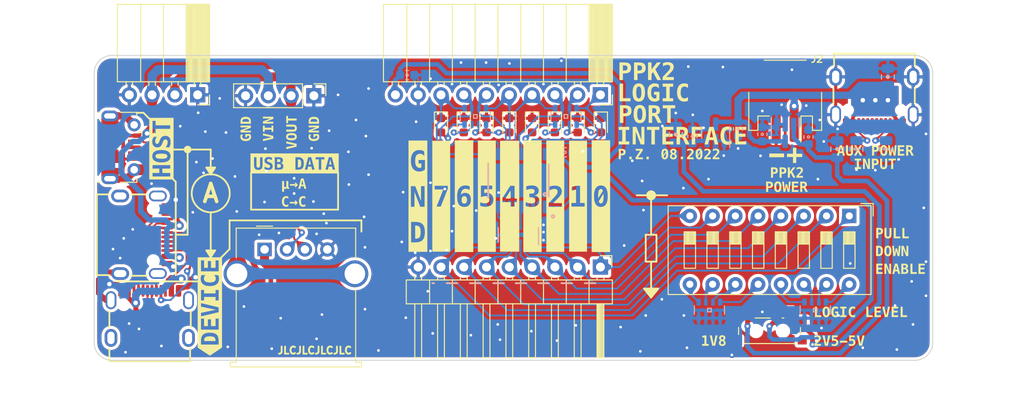
<source format=kicad_pcb>
(kicad_pcb (version 20211014) (generator pcbnew)
  (layers (0 "F.Cu" signal) (31 "B.Cu" signal) (34 "B.Paste" user) (35 "F.Paste" user) (36 "B.SilkS" user "B.Silkscreen") (37 "F.SilkS" user "F.Silkscreen") (38 "B.Mask" user) (39 "F.Mask" user) (44 "Edge.Cuts" user))
  (net 0 "")
  (net 1 "VBUS")
  (net 2 "GND")
  (net 3 "+3.3V")
  (net 4 "Net-(RP1-Pad5)")
  (net 5 "VDD")
  (net 6 "Net-(D1-Pad2)")
  (net 7 "Net-(D2-Pad2)")
  (net 8 "Net-(D3-Pad2)")
  (net 9 "Net-(D4-Pad2)")
  (net 10 "Net-(D5-Pad2)")
  (net 11 "Net-(D6-Pad2)")
  (net 12 "Net-(D7-Pad2)")
  (net 13 "Net-(D8-Pad2)")
  (net 14 "+1V8")
  (net 15 "Net-(J2-PadB5)")
  (net 16 "Net-(J2-PadA5)")
  (net 17 "/IN_0")
  (net 18 "/IN_1")
  (net 19 "/IN_2")
  (net 20 "/IN_3")
  (net 21 "/IN_4")
  (net 22 "/IN_5")
  (net 23 "/IN_6")
  (net 24 "/IN_7")
  (net 25 "/OUT0")
  (net 26 "/OUT1")
  (net 27 "/OUT2")
  (net 28 "/OUT3")
  (net 29 "/OUT4")
  (net 30 "/OUT5")
  (net 31 "/OUT6")
  (net 32 "/OUT7")
  (net 33 "Net-(RP1-Pad6)")
  (net 34 "Net-(RP1-Pad7)")
  (net 35 "Net-(RP1-Pad8)")
  (net 36 "/IN7")
  (net 37 "/IN6")
  (net 38 "/IN5")
  (net 39 "/IN4")
  (net 40 "/IN3")
  (net 41 "/IN2")
  (net 42 "/IN1")
  (net 43 "/IN0")
  (net 44 "Net-(RP2-Pad5)")
  (net 45 "Net-(RP2-Pad6)")
  (net 46 "Net-(RP2-Pad7)")
  (net 47 "Net-(RP2-Pad8)")
  (net 48 "/VBUS_IN")
  (net 49 "Net-(J4-PadA5)")
  (net 50 "/DA_P")
  (net 51 "/DA_N")
  (net 52 "Net-(J4-PadA8)")
  (net 53 "Net-(J4-PadB5)")
  (net 54 "/DB_P")
  (net 55 "/DB_N")
  (net 56 "Net-(J4-PadB8)")
  (net 57 "Net-(J4-PadSH)")
  (net 58 "/VBUS_OUT")
  (net 60 "/USBC_N")
  (net 61 "/USBC_P")
  (net 62 "Net-(J5-Pad6)")
  (footprint "Connector_PinHeader_2.54mm:PinHeader_1x04_P2.54mm_Vertical" (layer "F.Cu") (at 92 98.5 -90)
    (fp_text reference "J7" hide)
    (fp_text value "Conn_01x04")
  )
  (footprint "kibuzzard-62F7CD71" (layer "F.Cu") (at 154.6 104.6)
    (fp_text reference "kibuzzard-62F7CD71" hide)
    (fp_text value "G***" hide)
  )
  (footprint "kibuzzard-63047CCA" (layer "F.Cu") (at 136.6 125.8)
    (fp_text reference "kibuzzard-63047CCA" hide)
    (fp_text value "G***" hide)
  )
  (footprint "LED_SMD:LED_0603_1608Metric" (layer "F.Cu") (at 111.252 101.8 -90)
    (fp_text reference "D6" hide)
    (fp_text value "red")
  )
  (footprint "Button_Switch_SMD:SW_SPDT_PCM12" (layer "F.Cu") (at 142.8 124.4)
    (fp_text reference "SW2" hide)
    (fp_text value "SW_SPDT")
  )
  (footprint "kibuzzard-62F7CFD5" (layer "F.Cu") (at 129.1 95.75)
    (fp_text reference "kibuzzard-62F7CFD5" hide)
    (fp_text value "G***" hide)
  )
  (footprint "kibuzzard-62F7C58A" (layer "F.Cu") (at 113.828571 109.7)
    (fp_text reference "kibuzzard-62F7C58A" hide)
    (fp_text value "G***" hide)
  )
  (footprint "kibuzzard-630727C0" (layer "F.Cu") (at 89.8 109.3)
    (fp_text reference "kibuzzard-630727C0" hide)
    (fp_text value "G***" hide)
  )
  (footprint "kibuzzard-6303D65D" (layer "F.Cu") (at 89.5 102.6 90)
    (fp_text reference "kibuzzard-6303D65D" hide)
    (fp_text value "G***" hide)
  )
  (footprint "kibuzzard-6303D62C" (layer "F.Cu") (at 92 102.2 90)
    (fp_text reference "kibuzzard-6303D62C" hide)
    (fp_text value "G***" hide)
  )
  (footprint "LED_SMD:LED_0603_1608Metric" (layer "F.Cu") (at 108.712 101.8 -90)
    (fp_text reference "D7" hide)
    (fp_text value "red")
  )
  (footprint "kibuzzard-63047D09" (layer "F.Cu") (at 153 122.6)
    (fp_text reference "kibuzzard-63047D09" hide)
    (fp_text value "G***" hide)
  )
  (footprint "LED_SMD:LED_0603_1608Metric" (layer "F.Cu") (at 121.412 101.8 -90)
    (fp_text reference "D2" hide)
    (fp_text value "red")
  )
  (footprint "H_conn:USB_C_TYPE-C-31-M-12" (layer "F.Cu") (at 154.5 96.401 180)
    (fp_text reference "J2")
    (fp_text value "USB_C_Receptacle_USB2.0_TYPE_C_31_M_12")
  )
  (footprint "LED_SMD:LED_0603_1608Metric" (layer "F.Cu") (at 124 101.8 -90)
    (fp_text reference "D1" hide)
    (fp_text value "red")
  )
  (footprint "LED_SMD:LED_0603_1608Metric" (layer "F.Cu") (at 106.172 101.8 -90)
    (fp_text reference "D8" hide)
    (fp_text value "red")
  )
  (footprint "LED_SMD:LED_0603_1608Metric" (layer "F.Cu") (at 113.792 101.8 -90)
    (fp_text reference "D5" hide)
    (fp_text value "red")
  )
  (footprint "LED_SMD:LED_0603_1608Metric" (layer "F.Cu") (at 116.332 101.8 -90)
    (fp_text reference "D4" hide)
    (fp_text value "red")
  )
  (footprint "Connector_USB:USB_Micro-B_Molex-105017-0001" (layer "F.Cu") (at 70.5 104.25 -90)
    (fp_text reference "J5" hide)
    (fp_text value "USB_B_Micro")
  )
  (footprint "kibuzzard-6304826C" (layer "F.Cu") (at 129.2 100.54363)
    (fp_text reference "kibuzzard-6304826C" hide)
    (fp_text value "G***" hide)
  )
  (footprint "Button_Switch_THT:SW_DIP_SPSTx08_Slide_9.78x22.5mm_W7.62mm_P2.54mm" (layer "F.Cu") (at 151.7 111.9 -90)
    (fp_text reference "SW1" hide)
    (fp_text value "SW_DIP_x08")
  )
  (footprint "LED_SMD:LED_0603_1608Metric" (layer "F.Cu") (at 118.872 101.8 -90)
    (fp_text reference "D3" hide)
    (fp_text value "red")
  )
  (footprint "kibuzzard-62F7C581" (layer "F.Cu") (at 116.371428 109.7)
    (fp_text reference "kibuzzard-62F7C581" hide)
    (fp_text value "G***" hide)
  )
  (footprint "kibuzzard-62F7C56D" (layer "F.Cu") (at 118.914285 109.7)
    (fp_text reference "kibuzzard-62F7C56D" hide)
    (fp_text value "G***" hide)
  )
  (footprint "Connector_JST:JST_PH_S2B-PH-SM4-TB_1x02-1MP_P2.00mm_Horizontal" (layer "F.Cu") (at 144.55 99.05 180)
    (fp_text reference "J1" hide)
    (fp_text value "Conn_01x02")
  )
  (footprint "kibuzzard-62F7C5FC" (layer "F.Cu") (at 103.6 109.7)
    (fp_text reference "kibuzzard-62F7C5FC" hide)
    (fp_text value "G***" hide)
  )
  (footprint "kibuzzard-6303D495" (layer "F.Cu") (at 75 104.4 90)
    (fp_text reference "kibuzzard-6303D495" hide)
    (fp_text value "G***" hide)
  )
  (footprint "kibuzzard-62F7C5B3" (layer "F.Cu") (at 106.2 109.7)
    (fp_text reference "kibuzzard-62F7C5B3" hide)
    (fp_text value "G***" hide)
  )
  (footprint "kibuzzard-63048273" (layer "F.Cu") (at 129.9 98.137261)
    (fp_text reference "kibuzzard-63048273" hide)
    (fp_text value "G***" hide)
  )
  (footprint "Connector_USB:USB_A_Molex_67643_Horizontal" (layer "F.Cu") (at 86.5 115.64)
    (fp_text reference "J8" hide)
    (fp_text value "USB_A")
  )
  (footprint "Connector_PinSocket_2.54mm:PinSocket_1x04_P2.54mm_Horizontal" (layer "F.Cu") (at 79.04 98.4 -90)
    (fp_text reference "J6" hide)
    (fp_text value "Conn_01x04")
  )
  (footprint "kibuzzard-62F7D7EA" (layer "F.Cu") (at 131.6 105)
    (fp_text reference "kibuzzard-62F7D7EA" hide)
    (fp_text value "G***" hide)
  )
  (footprint "kibuzzard-62F7CE01" (layer "F.Cu") (at 144.75 107.05)
    (fp_text reference "kibuzzard-62F7CE01" hide)
    (fp_text value "G***" hide)
  )
  (footprint "kibuzzard-6303D476" (layer "F.Cu") (at 80.4 122 90)
    (fp_text reference "kibuzzard-6303D476" hide)
    (fp_text value "G***" hide)
  )
  (footprint "Connector_PinHeader_2.54mm:PinHeader_1x09_P2.54mm_Horizontal" (layer "F.Cu") (at 123.952 117.6 -90)
    (fp_text reference "J3" hide)
    (fp_text value "Conn_01x10")
  )
  (footprint "kibuzzard-62F7CFF3" (layer "F.Cu") (at 133.1 102.95)
    (fp_text reference "kibuzzard-62F7CFF3" hide)
    (fp_text value "G***" hide)
  )
  (footprint "kibuzzard-62F7C5A6" (layer "F.Cu") (at 108.742857 109.7)
    (fp_text reference "kibuzzard-62F7C5A6" hide)
    (fp_text value "G***" hide)
  )
  (footprint "kibuzzard-630492D4" (layer "F.Cu") (at 150.6 125.8)
    (fp_text reference "kibuzzard-630492D4" hide)
    (fp_text value "G***" hide)
  )
  (footprint "kibuzzard-62F7C566" (layer "F.Cu") (at 121.457142 109.7)
    (fp_text reference "kibuzzard-62F7C566" hide)
    (fp_text value "G***" hide)
  )
  (footprint "kibuzzard-6303D62C" (layer "F.Cu") (at 84.4 102.2 90)
    (fp_text reference "kibuzzard-6303D62C" hide)
    (fp_text value "G***" hide)
  )
  (footprint "kibuzzard-62F7C55F" (layer "F.Cu") (at 124 109.7)
    (fp_text reference "kibuzzard-62F7C55F" hide)
    (fp_text value "G***" hide)
  )
  (footprint "kibuzzard-62F7C59B" (layer "F.Cu") (at 111.285714 109.7)
    (fp_text reference "kibuzzard-62F7C59B" hide)
    (fp_text value "G***" hide)
  )
  (footprint "Connector_PinSocket_2.54mm:PinSocket_1x10_P2.54mm_Horizontal" (layer "F.Cu") (at 123.95 98.4 -90)
    (fp_text reference "J10" hide)
    (fp_text value "Conn_01x10")
  )
  (footprint "kibuzzard-6303D652" (layer "F.Cu") (at 86.9 102.2 90)
    (fp_text reference "kibuzzard-6303D652" hide)
    (fp_text value "G***" hide)
  )
  (footprint "H_conn:USB_C_TYPE-C-31-M-12" (layer "F.Cu") (at 73.7 125.499)
    (fp_text reference "J9" hide)
    (fp_text value "USB_C_Receptacle_USB2.0_TYPE_C_31_M_12")
  )
  (footprint "kibuzzard-62F7CE10" (layer "F.Cu") (at 144.75 108.65)
    (fp_text reference "kibuzzard-62F7CE10" hide)
    (fp_text value "G***" hide)
  )
  (footprint "kibuzzard-62F7CDCB" (layer "F.Cu") (at 143.6 105.15)
    (fp_text reference "kibuzzard-62F7CDCB" hide)
    (fp_text value "G***" hide)
  )
  (footprint "H_conn:USB_C_TYPE-C-31-M-12" (layer "F.Cu") (at 70.401 114 -90)
    (fp_text reference "J4" hide)
    (fp_text value "USB_C_Receptacle_USB2.0_TYPE_C_31_M_12")
  )
  (footprint "kibuzzard-63012C63" (layer "F.Cu") (at 157.4 115.8)
    (fp_text reference "kibuzzard-63012C63" hide)
    (fp_text value "G***" hide)
  )
  (footprint "kibuzzard-630727B6" (layer "F.Cu") (at 89.85 106.05)
    (fp_text reference "kibuzzard-630727B6" hide)
    (fp_text value "G***" hide)
  )
  (footprint "kibuzzard-62F7CE3D" (layer "F.Cu") (at 154.6 106.1)
    (fp_text reference "kibuzzard-62F7CE3D" hide)
    (fp_text value "G***" hide)
  )
  (footprint "kibuzzard-62F7CDBE" (layer "F.Cu") (at 145.6 105.15)
    (fp_text reference "kibuzzard-62F7CDBE" hide)
    (fp_text value "G***" hide)
  )
  (footprint "H_smd_passives:Hx_C_0603_1608Metric" (layer "B.Cu") (at 102.4 96.2)
    (fp_text reference "C9" hide)
    (fp_text value "100n")
  )
  (footprint "H_SSOP:TSSOP-20_4.4x6.5mm_Pitch0.65mm" (layer "B.Cu") (at 114.808 107.95 90)
    (fp_text reference "U2" hide)
    (fp_text value "74LVC245")
  )
  (footprint "H_smd_passives:Hx_C_0603_1608Metric" (layer "B.Cu") (at 142 102.8 -90)
    (fp_text reference "C3" hide)
    (fp_text value "100n")
  )
  (footprint "H_smd_passives:Hx_C_0805_2012Metric" (layer "B.Cu") (at 156 96.4 -90)
    (fp_text reference "C2" hide)
    (fp_text value "10u")
  )
  (footprint "Package_TO_SOT_SMD:SOT-23" (layer "B.Cu") (at 144.55 102.6375 -90)
    (fp_text reference "U3" hide)
    (fp_text value "MCP1700-3302E_SOT23")
  )
  (footprint "H_smd_passives:Hx_C_0603_1608Metric" (layer "B.Cu") (at 139.299999 102.2 90)
    (fp_text reference "C4" hide)
    (fp_text value "100n")
  )
  (footprint "H_smd_passives:Hx_C_0805_2012Metric" (layer "B.Cu") (at 132.35 102.824999 -90)
    (fp_text reference "C8" hide)
    (fp_text value "10u")
  )
  (footprint "Package_TO_SOT_SMD:SOT-23" (layer "B.Cu") (at 136.8 102.6 90)
    (fp_text reference "U4" hide)
    (fp_text value "MCP1700-3302E_SOT23")
  )
  (footprint "H_smd_passives:R_Array_Convex_4x0603" (layer "B.Cu") (at 136.1 122.4 90)
    (fp_text reference "RP1" hide)
    (fp_text value "100k")
  )
  (footprint "H_smd_passives:R_Array_Convex_4x0603" (layer "B.Cu") (at 120.1 100.8 90)
    (fp_text reference "RP3" hide)
    (fp_text value "4k7")
  )
  (footprint "H_smd_passives:Hx_R_0805_2012Metric" (layer "B.Cu") (at 155.8 104.4375 -90)
    (fp_text reference "R1" hide)
    (fp_text value "5K1")
  )
  (footprint "H_smd_passives:Hx_R_0805_2012Metric" (layer "B.Cu") (at 152.5 104.4375 -90)
    (fp_text reference "R2" hide)
    (fp_text value "5K1")
  )
  (footprint "H_smd_passives:R_Array_Convex_4x0603" (layer "B.Cu") (at 147.9 122.4 90)
    (fp_text reference "RP2" hide)
    (fp_text value "100k")
  )
  (footprint "H_smd_passives:R_Array_Convex_4x0603" (layer "B.Cu") (at 110 100.8 90)
    (fp_text reference "RP4" hide)
    (fp_text value "4k7")
  )
  (footprint "H_smd_passives:Hx_C_0603_1608Metric" (layer "B.Cu") (at 147.15 103.1 -90)
    (fp_text reference "C5" hide)
    (fp_text value "100n")
  )
  (footprint "H_smd_passives:Hx_C_0603_1608Metric" (layer "B.Cu") (at 134.2 103.024999 -90)
    (fp_text reference "C6" hide)
    (fp_text value "100n")
  )
  (footprint "H_smd_passives:Hx_C_0805_2012Metric" (layer "B.Cu") (at 150.35 104.45 -90)
    (fp_text reference "C7" hide)
    (fp_text value "10u")
  )
  (footprint "H_DFN:DFN-16-1EP_1.6x4mm_P0.5mm" (layer "B.Cu") (at 114.8 114 90)
    (fp_text reference "U1" hide)
    (fp_text value "NUF8401MNT4G")
  )
  (footprint "H_smd_passives:Hx_C_0603_1608Metric" (layer "B.Cu") (at 120 104.8 180)
    (fp_text reference "C1" hide)
    (fp_text value "100n")
  )
  (gr_line (start 109.4 119.4) (end 110.6 119.4) (layer "B.SilkS") (width 0.2))
  (gr_line (start 117 119.4) (end 118.2 119.4) (layer "B.SilkS") (width 0.2))
  (gr_line (start 112 119.4) (end 113.2 119.4) (layer "B.SilkS") (width 0.2))
  (gr_line (start 119.6 119.4) (end 120.8 119.4) (layer "B.SilkS") (width 0.2))
  (gr_line (start 106.8 119.4) (end 108 119.4) (layer "B.SilkS") (width 0.2))
  (gr_line (start 105.2 119.4) (end 105.4 119.4) (layer "B.SilkS") (width 0.2))
  (gr_line (start 114.5 119.4) (end 115.7 119.4) (layer "B.SilkS") (width 0.2))
  (gr_line (start 122.2 119.4) (end 123.4 119.4) (layer "B.SilkS") (width 0.2))
  (gr_line (start 80.5 111.5) (end 80.5 116.5) (layer "F.SilkS") (width 0.2))
  (gr_line (start 85 107.1) (end 85 111.2) (layer "F.SilkS") (width 0.2))
  (gr_circle (center 129.6 109.6) (end 130.047214 109.6) (layer "F.SilkS") (width 0.2) (fill solid))
  (gr_line (start 128 109.6) (end 131.4 109.6) (layer "F.SilkS") (width 0.2))
  (gr_line (start 94.7 111.2) (end 94.7 107.1) (layer "F.SilkS") (width 0.2))
  (gr_line (start 76.6 108.1) (end 76.2 107.7) (layer "F.SilkS") (width 0.2))
  (gr_poly (pts (xy 129.6 121) (xy 128.8 120) (xy 130.4 120)) (layer "F.SilkS") (width 0.2) (fill solid))
  (gr_poly (pts (xy 80.5 116.5) (xy 80 115.74264) (xy 81 115.74264)) (layer "F.SilkS") (width 0.2) (fill solid))
  (gr_line (start 82.6 112.4) (end 97.3 112.4) (layer "F.SilkS") (width 0.2))
  (gr_line (start 129.6 114) (end 129.6 109.6) (layer "F.SilkS") (width 0.2))
  (gr_line (start 77.922183 114) (end 76.6 114) (layer "F.SilkS") (width 0.2))
  (gr_line (start 76.6 108.1) (end 76.6 118.5) (layer "F.SilkS") (width 0.2))
  (gr_line (start 129.6 117) (end 129.6 120) (layer "F.SilkS") (width 0.2))
  (gr_line (start 76 104.5) (end 80.5 104.5) (layer "F.SilkS") (width 0.2))
  (gr_line (start 77.922183 104.5) (end 77.922183 114) (layer "F.SilkS") (width 0.2))
  (gr_line (start 73 100.4) (end 72.2625 100.4) (layer "F.SilkS") (width 0.2))
  (gr_line (start 97.3 112.4) (end 97.3 113.65) (layer "F.SilkS") (width 0.2))
  (gr_poly (pts (xy 80.5 107.25736) (xy 80 106.5) (xy 81 106.5)) (layer "F.SilkS") (width 0.2) (fill solid))
  (gr_line (start 81.6 116.6) (end 82.6 115.6) (layer "F.SilkS") (width 0.2))
  (gr_line (start 80.5 104.5) (end 80.5 107.25736) (layer "F.SilkS") (width 0.2))
  (gr_line (start 82.6 115.6) (end 82.6 112.4) (layer "F.SilkS") (width 0.2))
  (gr_rect (start 129 114) (end 130.2 117) (layer "F.SilkS") (width 0.2) (fill none))
  (gr_circle (center 77.922183 104.5) (end 78.244365 104.5) (layer "F.SilkS") (width 0.2) (fill solid))
  (gr_line (start 73.8 101.2) (end 73 100.4) (layer "F.SilkS") (width 0.2))
  (gr_line (start 70 119.2) (end 79.2 119.2) (layer "F.SilkS") (width 0.2))
  (gr_circle (center 80.5 109.37868) (end 82 110.87868) (layer "F.SilkS") (width 0.2) (fill none))
  (gr_line (start 85 111.2) (end 94.7 111.2) (layer "F.SilkS") (width 0.2))
  (gr_arc (start 161 126) (mid 160.414213 127.414214) (end 158.999999 128.000001) (layer "Edge.Cuts") (width 0.1))
  (gr_line (start 67.499999 96.000001) (end 67.499999 126.000001) (layer "Edge.Cuts") (width 0.1))
  (gr_line (start 161 126) (end 161.000001 96) (layer "Edge.Cuts") (width 0.1))
  (gr_line (start 69.5 128.000002) (end 158.999999 128.000001) (layer "Edge.Cuts") (width 0.1))
  (gr_line (start 159 93.999999) (end 69.5 94) (layer "Edge.Cuts") (width 0.1))
  (gr_arc (start 159 93.999999) (mid 160.414214 94.585786) (end 161.000001 96) (layer "Edge.Cuts") (width 0.1))
  (gr_arc (start 67.499999 96.000001) (mid 68.085785 94.585786) (end 69.5 94) (layer "Edge.Cuts") (width 0.1))
  (gr_arc (start 69.5 128.000002) (mid 68.085785 127.414215) (end 67.499999 126.000001) (layer "Edge.Cuts") (width 0.1))
  (gr_text "A" (at 80.5 109.37868) (layer "F.SilkS") (effects (font (size 2 2) (thickness 0.4))))
  (gr_text "JLCJLCJLCJLC" (at 92.1 126.9) (layer "F.SilkS") (effects (font (size 0.8 0.8) (thickness 0.2))))
  (segment (start 156 99) (end 156 100) (width 0.8) (layer "F.Cu") (net 1))
  (segment (start 152.09 100.91) (end 152.6 100.4) (width 0.35) (layer "F.Cu") (net 1))
  (segment (start 156 100) (end 156.4 100.4) (width 0.8) (layer "F.Cu") (net 1))
  (segment (start 156.91 101.022604) (end 156.487396 100.6) (width 0.35) (layer "F.Cu") (net 1))
  (segment (start 145.55 101.9) (end 145.55 99.65) (width 1) (layer "F.Cu") (net 1))
  (segment (start 153.2 99.8) (end 152.6 100.4) (width 0.8) (layer "F.Cu") (net 1))
  (segment (start 153.2 99) (end 153.2 99.8) (width 0.8) (layer "F.Cu") (net 1))
  (segment (start 152.09 101.649) (end 152.09 100.91) (width 0.35) (layer "F.Cu") (net 1))
  (segment (start 156.91 101.649) (end 156.91 101.022604) (width 0.35) (layer "F.Cu") (net 1))
  (segment (start 156.487396 100.6) (end 156.487396 100.587396) (width 0.35) (layer "F.Cu") (net 1))
  (via (at 145.55 99.65) (size 1) (drill 0.5) (layers "F.Cu" "B.Cu") (net 1))
  (via (at 153.2 99) (size 1) (drill 0.5) (layers "F.Cu" "B.Cu") (net 1))
  (via (at 156 99) (size 1) (drill 0.5) (layers "F.Cu" "B.Cu") (net 1))
  (via (at 154.6 99) (size 1) (drill 0.5) (layers "F.Cu" "B.Cu") (net 1))
  (segment (start 139.299999 101.4125) (end 137.05 101.4125) (width 0.5) (layer "B.Cu") (net 1))
  (segment (start 142 103.5875) (end 144.5375 103.5875) (width 0.5) (layer "B.Cu") (net 1))
  (segment (start 145.55 98.45) (end 145.55 99.65) (width 0.8) (layer "B.Cu") (net 1))
  (segment (start 151.8 98.45) (end 145.55 98.45) (width 0.8) (layer "B.Cu") (net 1))
  (segment (start 152.9125 97.3375) (end 151.8 98.45) (width 0.8) (layer "B.Cu") (net 1))
  (segment (start 144.5375 103.5875) (end 144.55 103.575) (width 0.5) (layer "B.Cu") (net 1))
  (segment (start 156 97.3375) (end 156 99) (width 0.8) (layer "B.Cu") (net 1))
  (segment (start 137.05 101.4125) (end 136.8 101.662499) (width 0.5) (layer "B.Cu") (net 1))
  (segment (start 139.299999 98.950001) (end 139.299999 101.4125) (width 0.8) (layer "B.Cu") (net 1))
  (segment (start 156 97.3375) (end 152.9125 97.3375) (width 0.8) (layer "B.Cu") (net 1))
  (segment (start 145.55 98.45) (end 139.8 98.45) (width 0.8) (layer "B.Cu") (net 1))
  (segment (start 141.1375 103.5875) (end 140.55 103) (width 0.5) (layer "B.Cu") (net 1))
  (segment (start 139.412499 101.525) (end 139.299999 101.4125) (width 0.5) (layer "B.Cu") (net 1))
  (segment (start 139.312498 101.424999) (end 139.299999 101.4125) (width 0.5) (layer "B.Cu") (net 1))
  (segment (start 140.55 101.85) (end 140.1125 101.4125) (width 0.5) (layer "B.Cu") (net 1))
  (segment (start 140.55 103) (end 140.55 101.85) (width 0.5) (layer "B.Cu") (net 1))
  (segment (start 142 103.5875) (end 141.1375 103.5875) (width 0.5) (layer "B.Cu") (net 1))
  (segment (start 139.8 98.45) (end 139.299999 98.950001) (width 0.8) (layer "B.Cu") (net 1))
  (segment (start 140.1125 101.4125) (end 139.299999 101.4125) (width 0.5) (layer "B.Cu") (net 1))
  (segment (start 75.649 117.21) (end 75.994979 117.21) (width 0.5) (layer "F.Cu") (net 2))
  (segment (start 70.1 119.5) (end 70.5 119.9) (width 0.5) (layer "F.Cu") (net 2))
  (segment (start 69.2 119.5) (end 70.1 119.5) (width 0.5) (layer "F.Cu") (net 2))
  (segment (start 75.91 110.79) (end 76.6 110.1) (width 0.6) (layer "F.Cu") (net 2))
  (segment (start 77.4 119.915745) (end 77.466745 119.849) (width 0.5) (layer "F.Cu") (net 2))
  (segment (start 70.5 119.9) (end 70.49 119.91) (width 0.5) (layer "F.Cu") (net 2))
  (segment (start 76.91 120.251) (end 76.91 120.19) (width 0.6) (layer "F.Cu") (net 2))
  (segment (start 76.91 120.19) (end 77.184255 119.915745) (width 0.6) (layer "F.Cu") (net 2))
  (segment (start 75.994979 117.21) (end 76.327157 117.542178) (width 0.5) (layer "F.Cu") (net 2))
  (segment (start 75.649 110.79) (end 75.91 110.79) (width 0.6) (layer "F.Cu") (net 2))
  (segment (start 78.3 119.5) (end 78.814419 118.985581) (width 0.5) (layer "F.Cu") (net 2))
  (segment (start 70.49 119.91) (end 70.49 120.251) (width 0.5) (layer "F.Cu") (net 2))
  (segment (start 77.184255 119.915745) (end 77.4 119.915745) (width 0.6) (layer "F.Cu") (net 2))
  (segment (start 77.951 119.849) (end 78.3 119.5) (width 0.5) (layer "F.Cu") (net 2))
  (segment (start 78.814419 118.985581) (end 78.814419 118.736143) (width 0.5) (layer "F.Cu") (net 2))
  (segment (start 77.466745 119.849) (end 77.951 119.849) (width 0.5) (layer "F.Cu") (net 2))
  (via (at 105 96.6) (size 0.7) (drill 0.3) (layers "F.Cu" "B.Cu") (net 2))
  (via (at 132.35 100.424999) (size 0.7) (drill 0.3) (layers "F.Cu" "B.Cu") (net 2))
  (via (at 158.65 119.2) (size 0.7) (drill 0.3) (layers "F.Cu" "B.Cu") (net 2))
  (via (at 110.1 111.3) (size 0.7) (drill 0.3) (layers "F.Cu" "B.Cu") (net 2))
  (via (at 116.25 124.75) (size 0.7) (drill 0.3) (layers "F.Cu" "B.Cu") (net 2))
  (via (at 76.6 110.1) (size 1) (drill 0.5) (layers "F.Cu" "B.Cu") (net 2))
  (via (at 126.2 124.3) (size 0.7) (drill 0.3) (layers "F.Cu" "B.Cu") (net 2))
  (via (at 103.3 116) (size 0.7) (drill 0.3) (layers "F.Cu" "B.Cu") (net 2))
  (via (at 95.85 104.75) (size 0.7) (drill 0.3) (layers "F.Cu" "B.Cu") (net 2))
  (via (at 76.327157 117.542178) (size 1) (drill 0.5) (layers "F.Cu" "B.Cu") (net 2))
  (via (at 109.5 125.2) (size 0.7) (drill 0.3) (layers "F.Cu" "B.Cu") (net 2))
  (via (at 156.8 121.9) (size 0.7) (drill 0.3) (layers "F.Cu" "B.Cu") (net 2))
  (via (at 142 122.6) (size 0.7) (drill 0.3) (layers "F.Cu" "B.Cu") (net 2))
  (via (at 148.4 101.2) (size 0.7) (drill 0.3) (layers "F.Cu" "B.Cu") (net 2))
  (via (at 112.5 124) (size 0.7) (drill 0.3) (layers "F.Cu" "B.Cu") (net 2))
  (via (at 93.4 112.7) (size 0.7) (drill 0.3) (layers "F.Cu" "B.Cu") (net 2))
  (via (at 112.75 125.7) (size 0.7) (drill 0.3) (layers "F.Cu" "B.Cu") (net 2))
  (via (at 113.8 94.9) (size 0.7) (drill 0.3) (layers "F.Cu" "B.Cu") (net 2))
  (via (at 83.2 107.5) (size 0.7) (drill 0.3) (layers "F.Cu" "B.Cu") (net 2))
  (via (at 133.25 123) (size 0.7) (drill 0.3) (layers "F.Cu" "B.Cu") (net 2))
  (via (at 99.2 126.9) (size 0.7) (drill 0.3) (layers "F.Cu" "B.Cu") (net 2))
  (via (at 112.6 97.3) (size 0.7) (drill 0.3) (layers "F.Cu" "B.Cu") (net 2))
  (via (at 107.4 97.2) (size 0.7) (drill 0.3) (layers "F.Cu" "B.Cu") (net 2))
  (via (at 75 126.4) (size 0.7) (drill 0.3) (layers "F.Cu" "B.Cu") (net 2))
  (via (at 112.6 109.3) (size 0.7) (drill 0.3) (layers "F.Cu" "B.Cu") (net 2))
  (via (at 89.8 109.4) (size 0.7) (drill 0.3) (layers "F.Cu" "B.Cu") (net 2))
  (via (at 106.6 108.9) (size 0.7) (drill 0.3) (layers "F.Cu" "B.Cu") (net 2))
  (via (at 94.7 98.4) (size 0.7) (drill 0.3) (layers "F.Cu" "B.Cu") (net 2))
  (via (at 83.4 111.4) (size 0.7) (drill 0.3) (layers "F.Cu" "B.Cu") (net 2))
  (via (at 78.814419 118.736143) (size 1) (drill 0.5) (layers "F.Cu" "B.Cu") (net 2))
  (via (at 150.5 123) (size 0.7) (drill 0.3) (layers "F.Cu" "B.Cu") (net 2))
  (via (at 119.1 125.8) (size 0.7) (drill 0.3) (layers "F.Cu" "B.Cu") (net 2))
  (via (at 151.8 117.2) (size 0.7) (drill 0.3) (layers "F.Cu" "B.Cu") (net 2))
  (via (at 98.1 97.7) (size 0.7) (drill 0.3) (layers "F.Cu" "B.Cu") (net 2))
  (via (at 148.2 107.8) (size 0.7) (drill 0.3) (layers "F.Cu" "B.Cu") (net 2))
  (via (at 101.8 114.8) (size 0.7) (drill 0.3) (layers "F.Cu" "B.Cu") (net 2))
  (via (at 137.6 95.3) (size 0.7) (drill 0.3) (layers "F.Cu" "B.Cu") (net 2))
  (via (at 119.6 94.6) (size 0.7) (drill 0.3) (layers "F.Cu" "B.Cu") (net 2))
  (via (at 71.4 123.9) (size 0.7) (drill 0.3) (layers "F.Cu" "B.Cu") (net 2))
  (via (at 130.85 101.874999) (size 0.7) (drill 0.3) (layers "F.Cu" "B.Cu") (net 2))
  (via (at 72.5 124.5) (size 0.7) (drill 0.3) (layers "F.Cu" "B.Cu") (net 2))
  (via (at 79.7 107.1) (size 0.7) (drill 0.3) (layers "F.Cu" "B.Cu") (net 2))
  (via (at 82.2 102.6) (size 0.7) (drill 0.3) (layers "F.Cu" "B.Cu") (net 2))
  (via (at 91.75 104.35) (size 0.7) (drill 0.3) (layers "F.Cu" "B.Cu") (net 2))
  (via (at 86.6 104.4) (size 0.7) (drill 0.3) (layers "F.Cu" "B.Cu") (net 2))
  (via (at 97.8 103) (size 0.7) (drill 0.3) (layers "F.Cu" "B.Cu") (net 2))
  (via (at 128.4 127) (size 0.7) (drill 0.3) (layers "F.Cu" "B.Cu") (net 2))
  (via (at 138.6 127.4) (size 0.7) (drill 0.3) (layers "F.Cu" "B.Cu") (net 2))
  (via (at 92.3 125.6) (size 0.7) (drill 0.3) (layers "F.Cu" "B.Cu") (net 2))
  (via (at 128.75 111.25) (size 0.7) (drill 0.3) (layers "F.Cu" "B.Cu") (net 2))
  (via (at 112.3 114.4) (size 0.7) (drill 0.3) (layers "F.Cu" "B.Cu") (net 2))
  (via (at 152.5 106.75) (size 0.7) (drill 0.3) (layers "F.Cu" "B.Cu") (net 2))
  (via (at 87.3 126.7) (size 0.7) (drill 0.3) (layers "F.Cu" "B.Cu") (net 2))
  (via (at 108.4 94.8) (size 0.7) (drill 0.3) (layers "F.Cu" "B.Cu") (net 2))
  (via (at 104.7 120.3) (size 0.7) (drill 0.3) (layers "F.Cu" "B.Cu") (net 2))
  (via (at 107.4 113.6) (size 0.7) (drill 0.3) (layers "F.Cu" "B.Cu") (net 2))
  (via (at 150.4 102.2) (size 0.7) (drill 0.3) (layers "F.Cu" "B.Cu") (net 2))
  (via (at 73.9 108.3) (size 0.7) (drill 0.3) (layers "F.Cu" "B.Cu") (net 2))
  (via (at 92.3 113.9) (size 0.7) (drill 0.3) (layers "F.Cu" "B.Cu") (net 2))
  (via (at 97.7 115.4) (size 0.7) (drill 0.3) (layers "F.Cu" "B.Cu") (net 2))
  (via (at 101.95 109.25) (size 0.7) (drill 0.3) (layers "F.Cu" "B.Cu") (net 2))
  (via (at 139.3 104.374999) (size 0.7) (drill 0.3) (layers "F.Cu" "B.Cu") (net 2))
  (via (at 95.9 108.4) (size 0.7) (drill 0.3) (layers "F.Cu" "B.Cu") (net 2))
  (via (at 70.4 116.6) (size 0.7) (drill 0.3) (layers "F.Cu" "B.Cu") (net 2))
  (via (at 71 127.1) (size 0.7) (drill 0.3) (layers "F.Cu" "B.Cu") (net 2))
  (via (at 117.6 112.9) (size 0.7) (drill 0.3) (layers "F.Cu" "B.Cu") (net 2))
  (via (at 160 111) (size 0.7) (drill 0.3) (layers "F.Cu" "B.Cu") (net 2))
  (via (at 89.8 107.7) (size 0.7) (drill 0.3) (layers "F.Cu" "B.Cu") (net 2))
  (via (at 86.5 110.35) (size 0.7) (drill 0.3) (layers "F.Cu" "B.Cu") (net 2))
  (via (at 88.3 123.3) (size 0.7) (drill 0.3) (layers "F.Cu" "B.Cu") (net 2))
  (via (at 91.95 110.3) (size 0.7) (drill 0.3) (layers "F.Cu" "B.Cu") (net 2))
  (via (at 130.8 121.2) (size 0.7) (drill 0.3) (layers "F.Cu" "B.Cu") (net 2))
  (via (at 69.6 115.6) (size 0.7) (drill 0.3) (layers "F.Cu" "B.Cu") (net 2))
  (via (at 105 115.8) (size 0.7) (drill 0.3) (layers "F.Cu" "B.Cu") (net 2))
  (via (at 117.6 97.2) (size 0.7) (drill 0.3) (layers "F.Cu" "B.Cu") (net 2))
  (via (at 153.2 126.6) (size 0.7) (drill 0.3) (layers "F.Cu" "B.Cu") (net 2))
  (via (at 126.6 115.2) (size 0.7) (drill 0.3) (layers "F.Cu" "B.Cu") (net 2))
  (via (at 97.6 112) (size 0.7) (drill 0.3) (layers "F.Cu" "B.Cu") (net 2))
  (via (at 133.2 108.8) (size 0.7) (drill 0.3) (layers "F.Cu" "B.Cu") (net 2))
  (via (at 93.1 111.65) (size 0.7) (drill 0.3) (layers "F.Cu" "B.Cu") (net 2))
  (via (at 79.9 102.5) (size 0.7) (drill 0.3) (layers "F.Cu" "B.Cu") (net 2))
  (via (at 80.7 105.5) (size 0.7) (drill 0.3) (layers "F.Cu" "B.Cu") (net 2))
  (via (at 111.2 94.8) (size 0.7) (drill 0.3) (layers "F.Cu" "B.Cu") (net 2))
  (via (at 92.9 122.9) (size 0.7) (drill 0.3) (layers "F.Cu" "B.Cu") (net 2))
  (via (at 144.15 99.5) (size 0.7) (drill 0.3) (layers "F.Cu" "B.Cu") (net 2))
  (via (at 84.2 122) (size 0.7) (drill 0.3) (layers "F.Cu" "B.Cu") (net 2))
  (via (at 157.2 105.6) (size 0.7) (drill 0.3) (layers "F.Cu" "B.Cu") (net 2))
  (via (at 145.3 95.6) (size 0.7) (drill 0.3) (layers "F.Cu" "B.Cu") (net 2))
  (via (at 77.1 101.9) (size 0.7) (drill 0.3) (layers "F.Cu" "B.Cu") (net 2))
  (via (at 69.2 119.5) (size 1) (drill 0.5) (layers "F.Cu" "B.Cu") (net 2))
  (via (at 134.25 100.624999) (size 0.7) (drill 0.3) (layers "F.Cu" "B.Cu") (net 2))
  (via (at 78.9 105.9) (size 0.7) (drill 0.3) (layers "F.Cu" "B.Cu") (net 2))
  (via (at 133.6 126.6) (size 0.7) (drill 0.3) (layers "F.Cu" "B.Cu") (net 2))
  (via (at 160.25 120.8) (size 0.7) (drill 0.3) (layers "F.Cu" "B.Cu") (net 2))
  (via (at 102.25 123.25) (size 0.7) (drill 0.3) (layers "F.Cu" "B.Cu") (net 2))
  (via (at 93.7 102.4) (size 0.7) (drill 0.3) (layers "F.Cu" "B.Cu") (net 2))
  (via (at 86.7 106.9) (size 0.7) (drill 0.3) (layers "F.Cu" "B.Cu") (net 2))
  (via (at 97.7 122.3) (size 0.7) (drill 0.3) (layers "F.Cu" "B.Cu") (net 2))
  (via (at 121.2 124.1) (size 0.7) (drill 0.3) (layers "F.Cu" "B.Cu") (net 2))
  (via (at 81.5 98.8) (size 0.7) (drill 0.3) (layers "F.Cu" "B.Cu") (net 2))
  (via (at 85.9 114) (size 0.7) (drill 0.3) (layers "F.Cu" "B.Cu") (net 2))
  (via (at 70.8 114.4) (size 0.7) (drill 0.3) (layers "F.Cu" "B.Cu") (net 2))
  (via (at 88.1 113.8) (size 0.7) (drill 0.3) (layers "F.Cu" "B.Cu") (net 2))
  (via (at 105 108.2) (size 0.7) (drill 0.3) (layers "F.Cu" "B.Cu") (net 2))
  (via (at 82.4 126.5) (size 0.7) (drill 0.3) (layers "F.Cu" "B.Cu") (net 2))
  (via (at 142 100.2) (size 0.7) (drill 0.3) (layers "F.Cu" "B.Cu") (net 2))
  (via (at 71.8 113.4) (size 0.7) (drill 0.3) (layers "F.Cu" "B.Cu") (net 2))
  (via (at 148.85 103.6) (size 0.7) (drill 0.3) (layers "F.Cu" "B.Cu") (net 2))
  (via (at 117.6 114.6) (size 0.7) (drill 0.3) (layers "F.Cu" "B.Cu") (net 2))
  (via (at 107.6 110.8) (size 0.7) (drill 0.3) (layers "F.Cu" "B.Cu") (net 2))
  (via (at 136 107.8) (size 0.7) (drill 0.3) (layers "F.Cu" "B.Cu") (net 2))
  (via (at 103.4 101.4) (size 0.7) (drill 0.3) (layers "F.Cu" "B.Cu") (net 2))
  (via (at 137.7 105.174999) (size 0.7) (drill 0.3) (layers "F.Cu" "B.Cu") (net 2))
  (via (at 79.1 100.4) (size 0.7) (drill 0.3) (layers "F.Cu" "B.Cu") (net 2))
  (via (at 160.25 117) (size 0.7) (drill 0.3) (layers "F.Cu" "B.Cu") (net 2))
  (via (at 106.8 115.7) (size 0.7) (drill 0.3) (layers "F.Cu" "B.Cu") (net 2))
  (via (at 146.9 99.6) (size 0.7) (drill 0.3) (layers "F.Cu" "B.Cu") (net 2))
  (via (at 148.6 124.4) (size 0.7) (drill 0.3) (layers "F.Cu" "B.Cu") (net 2))
  (via (at 96.7 101.2) (size 0.7) (drill 0.3) (layers "F.Cu" "B.Cu") (net 2))
  (via (at 127.5 105.75) (size 0.7) (drill 0.3) (layers "F.Cu" "B.Cu") (net 2))
  (via (at 117.6 113.7) (size 0.7) (drill 0.3) (layers "F.Cu" "B.Cu") (net 2))
  (via (at 98.1 107.3) (size 0.7) (drill 0.3) (layers "F.Cu" "B.Cu") (net 2))
  (via (at 160.25 102.75) (size 0.7) (drill 0.3) (layers "F.Cu" "B.Cu") (net 2))
  (via (at 141.8 105.2) (size 0.7) (drill 0.3) (layers "F.Cu" "B.Cu") (net 2))
  (via (at 135.45 102.074999) (size 0.7) (drill 0.3) (layers "F.Cu" "B.Cu") (net 2))
  (via (at 157 126.8) (size 0.7) (drill 0.3) (layers "F.Cu" "B.Cu") (net 2))
  (via (at 78.5 111.5) (size 0.7) (drill 0.3) (layers "F.Cu" "B.Cu") (net 2))
  (via (at 105.25 125) (size 0.7) (drill 0.3) (layers "F.Cu" "B.Cu") (net 2))
  (via (at 158.8 124) (size 0.7) (drill 0.3) (layers "F.Cu" "B.Cu") (net 2))
  (via (at 128.6 108) (size 0.7) (drill 0.3) (layers "F.Cu" "B.Cu") (net 2))
  (via (at 129 123) (size 0.7) (drill 0.3) (layers "F.Cu" "B.Cu") (net 2))
  (via (at 133.75 95.25) (size 0.7) (drill 0.3) (layers "F.Cu" "B.Cu") (net 2))
  (via (at 154.6 106.8) (size 0.7) (drill 0.3) (layers "F.Cu" "B.Cu") (net 2))
  (via (at 122 104.7) (size 0.7) (drill 0.3) (layers "F.Cu" "B.Cu") (net 2))
  (segment (start 143.2875 102.0125) (end 143.6 101.7) (width 0.5) (layer "B.Cu") (net 2))
  (segment (start 111.883 110.017) (end 111.883 110.9) (width 0.2) (layer "B.Cu") (net 2))
  (segment (start 142 102.0125) (end 143.2875 102.0125) (width 0.5) (layer "B.Cu") (net 2))
  (segment (start 103.63 96.6425) (end 103.1875 96.2) (width 0.2) (layer "B.Cu") (net 2))
  (segment (start 103.63 98.4) (end 103.63 96.6425) (width 0.2) (layer "B.Cu") (net 2))
  (segment (start 112.6 109.3) (end 111.883 110.017) (width 0.2) (layer "B.Cu") (net 2))
  (segment (start 147.6 125.2) (end 147.6 126.234168) (width 0.5) (layer "F.Cu") (net 3))
  (segment (start 145.05 124.02) (end 145.63 124.6) (width 0.5) (layer "F.Cu") (net 3))
  (segment (start 145.63 124.6) (end 147 124.6) (width 0.5) (layer "F.Cu") (net 3))
  (segment (start 147 124.6) (end 147.6 125.2) (width 0.5) (layer "F.Cu") (net 3))
  (segment (start 145.05 122.97) (end 145.05 124.02) (width 0.5) (layer "F.Cu") (net 3))
  (via (at 147.6 126.234168) (size 0.7) (drill 0.3) (layers "F.Cu" "B.Cu") (net 3))
  (segment (start 132.35 103.762499) (end 134.15 103.762499) (width 0.5) (layer "B.Cu") (net 3))
  (segment (start 133.25 107) (end 133.25 103.7375) (width 0.5) (layer "B.Cu") (net 3))
  (segment (start 135.4 109.15) (end 133.25 107) (width 0.5) (layer "B.Cu") (net 3))
  (segment (start 147.6 126.234168) (end 150.415832 126.234168) (width 0.5) (layer "B.Cu") (net 3))
  (segment (start 155.05 121.6) (end 155.05 110.8) (width 0.5) (layer "B.Cu") (net 3))
  (segment (start 150.725 125.925) (end 155.05 121.6) (width 0.5) (layer "B.Cu") (net 3))
  (segment (start 134.474999 103.5375) (end 134.2 103.812499) (width 0.5) (layer "B.Cu") (net 3))
  (segment (start 134.15 103.762499) (end 134.2 103.812499) (width 0.5) (layer "B.Cu") (net 3))
  (segment (start 135.85 103.5375) (end 134.474999 103.5375) (width 0.5) (layer "B.Cu") (net 3))
  (segment (start 150.415832 126.234168) (end 150.725 125.925) (width 0.5) (layer "B.Cu") (net 3))
  (segment (start 155.05 110.8) (end 153.4 109.15) (width 0.5) (layer "B.Cu") (net 3))
  (segment (start 153.4 109.15) (end 135.4 109.15) (width 0.5) (layer "B.Cu") (net 3))
  (segment (start 133.9 120.5) (end 133.9 119.5) (width 0.2) (layer "B.Cu") (net 4))
  (segment (start 134.9 121.5) (end 133.9 120.5) (width 0.2) (layer "B.Cu") (net 4))
  (segment (start 143.2 123.8) (end 143.4 123.8) (width 0.5) (layer "F.Cu") (net 5))
  (segment (start 143.55 123.65) (end 143.55 122.97) (width 0.5) (layer "F.Cu") (net 5))
  (segment (start 142.8 124.2) (end 143.2 123.8) (width 0.5) (layer "F.Cu") (net 5))
  (segment (start 143.4 123.8) (end 143.55 123.65) (width 0.5) (layer "F.Cu") (net 5))
  (via (at 142.8 124.2) (size 0.7) (drill 0.3) (layers "F.Cu" "B.Cu") (net 5))
  (segment (start 124.9 96) (end 126.15 97.25) (width 0.5) (layer "B.Cu") (net 5))
  (segment (start 124.15 106.15) (end 123.825 106.475) (width 0.5) (layer "B.Cu") (net 5))
  (segment (start 149.944011 125.434668) (end 146.334669 125.434668) (width 0.5) (layer "B.Cu") (net 5))
  (segment (start 149.944011 125.434668) (end 154.15 121.228679) (width 0.5) (layer "B.Cu") (net 5))
  (segment (start 126.15 104.15) (end 124.15 106.15) (width 0.5) (layer "B.Cu") (net 5))
  (segment (start 126.15 97.25) (end 126.15 104.15) (width 0.5) (layer "B.Cu") (net 5))
  (segment (start 120.775 109.925) (end 120.775 106.475) (width 0.2) (layer "B.Cu") (net 5))
  (segment (start 124.15 106.8) (end 124.15 106.15) (width 0.5) (layer "B.Cu") (net 5))
  (segment (start 142.8 125.330001) (end 142.8 124.2) (width 0.5) (layer "B.Cu") (net 5))
  (segment (start 105.8 95) (end 106.8 96) (width 0.5) (layer "B.Cu") (net 5))
  (segment (start 119.2125 104.8) (end 117.933 104.8) (width 0.35) (layer "B.Cu") (net 5))
  (segment (start 101.6125 96.2) (end 101.6125 95.4875) (width 0.5) (layer "B.Cu") (net 5))
  (segment (start 101.05 98.36) (end 101.09 98.4) (width 0.8) (layer "B.Cu") (net 5))
  (segment (start 102.1 95) (end 105.8 95) (width 0.5) (layer "B.Cu") (net 5))
  (segment (start 101.09 96.7225) (end 101.6125 96.2) (width 0.5) (layer "B.Cu") (net 5))
  (segment (start 124.175 106.825) (end 123.825 106.475) (width 0.5) (layer "B.Cu") (net 5))
  (segment (start 146.089336 125.680001) (end 143.15 125.680001) (width 0.5) (layer "B.Cu") (net 5))
  (segment (start 123.825 106.475) (end 120.775 106.475) (width 0.5) (layer "B.Cu") (net 5))
  (segment (start 101.6125 95.4875) (end 102.1 95) (width 0.5) (layer "B.Cu") (net 5))
  (segment (start 117.933 104.8) (end 117.733 105) (width 0.35) (layer "B.Cu") (net 5))
  (segment (start 119.8 110.9) (end 120.775 109.925) (width 0.2) (layer "B.Cu") (net 5))
  (segment (start 146.334669 125.434668) (end 146.089336 125.680001) (width 0.5) (layer "B.Cu") (net 5))
  (segment (start 117.733 110.9) (end 119.8 110.9) (width 0.2) (layer "B.Cu") (net 5))
  (segment (start 127.5 110.15) (end 124.175 106.825) (width 0.5) (layer "B.Cu") (net 5))
  (segment (start 154.15 121.228679) (end 154.15 111.05) (width 0.5) (layer "B.Cu") (net 5))
  (segment (start 143.15 125.680001) (end 142.8 125.330001) (width 0.5) (layer "B.Cu") (net 5))
  (segment (start 154.15 111.05) (end 153.25 110.15) (width 0.5) (layer "B.Cu") (net 5))
  (segment (start 106.8 96) (end 124.9 96) (width 0.5) (layer "B.Cu") (net 5))
  (segment (start 101.09 98.4) (end 101.09 96.7225) (width 0.5) (layer "B.Cu") (net 5))
  (segment (start 119.2125 104.9125) (end 120.775 106.475) (width 0.35) (layer "B.Cu") (net 5))
  (segment (start 119.2125 104.8) (end 119.2125 104.9125) (width 0.35) (layer "B.Cu") (net 5))
  (segment (start 153.25 110.15) (end 127.5 110.15) (width 0.5) (layer "B.Cu") (net 5))
  (segment (start 124.175 106.825) (end 124.15 106.8) (width 0.5) (layer "B.Cu") (net 5))
  (segment (start 124 102.5875) (end 122.9125 102.5875) (width 0.2) (layer "F.Cu") (net 6))
  (segment (start 122.9125 102.5875) (end 122.9 102.6) (width 0.2) (layer "F.Cu") (net 6))
  (via (at 122.9 102.6) (size 0.7) (drill 0.3) (layers "F.Cu" "B.Cu") (net 6))
  (segment (start 122 101.7) (end 122.9 102.6) (width 0.2) (layer "B.Cu") (net 6))
  (segment (start 121.3 101.7) (end 122 101.7) (width 0.2) (layer "B.Cu") (net 6))
  (segment (start 120.2625 102.5875) (end 121.412 102.5875) (width 0.2) (layer "F.Cu") (net 7))
  (segment (start 120.2 102.6) (end 120.2625 102.5875) (width 0.2) (layer "F.Cu") (net 7))
  (via (at 120.2 102.6) (size 0.7) (drill 0.3) (layers "F.Cu" "B.Cu") (net 7))
  (segment (start 120.5 102.65) (end 120.5 101.7) (width 0.2) (layer "B.Cu") (net 7))
  (segment (start 120.2 102.6) (end 120.5 102.65) (width 0.2) (layer "B.Cu") (net 7))
  (segment (start 118.872 102.5875) (end 117.8125 102.5875) (width 0.2) (layer "F.Cu") (net 8))
  (segment (start 117.8125 102.5875) (end 117.8 102.6) (width 0.2) (layer "F.Cu") (net 8))
  (via (at 117.8 102.6) (size 0.7) (drill 0.3) (layers "F.Cu" "B.Cu") (net 8))
  (segment (start 119.7 101.901041) (end 119.001041 102.6) (width 0.2) (layer "B.Cu") (net 8))
  (segment (start 119.001041 102.6) (end 117.8 102.6) (width 0.2) (layer "B.Cu") (net 8))
  (segment (start 119.7 101.7) (end 119.7 101.901041) (width 0.2) (layer "B.Cu") (net 8))
  (segment (start 116.293968 102.5875) (end 116.332 102.5875) (width 0.2) (layer "F.Cu") (net 9))
  (segment (start 115.590734 103.290734) (end 116.293968 102.5875) (width 0.2) (layer "F.Cu") (net 9))
  (via (at 115.590734 103.290734) (size 0.7) (drill 0.3) (layers "F.Cu" "B.Cu") (net 9))
  (segment (start 117.181468 101.7) (end 118.9 101.7) (width 0.2) (layer "B.Cu") (net 9))
  (segment (start 115.590734 103.290734) (end 117.181468 101.7) (width 0.2) (layer "B.Cu") (net 9))
  (segment (start 112.6125 102.5875) (end 112.6 102.6) (width 0.2) (layer "F.Cu") (net 10))
  (segment (start 113.792 102.5875) (end 112.6125 102.5875) (width 0.2) (layer "F.Cu") (net 10))
  (via (at 112.6 102.6) (size 0.7) (drill 0.3) (layers "F.Cu" "B.Cu") (net 10))
  (segment (start 112.6 102.6) (end 111.4 102.6) (width 0.2) (layer "B.Cu") (net 10))
  (segment (start 111.2 102.4) (end 111.2 101.7) (width 0.2) (layer "B.Cu") (net 10))
  (segment (start 111.4 102.6) (end 111.2 102.4) (width 0.2) (layer "B.Cu") (net 10))
  (segment (start 111.252 102.5875) (end 110.0125 102.5875) (width 0.2) (layer "F.Cu") (net 11))
  (segment (start 110.0125 102.5875) (end 110 102.6) (width 0.2) (layer "F.Cu") (net 11))
  (via (at 110 102.6) (size 0.7) (drill 0.3) (layers "F.Cu" "B.Cu") (net 11))
  (segment (start 110.4 102.2) (end 110 102.6) (width 0.2) (layer "B.Cu") (net 11))
  (segment (start 110.4 101.7) (end 110.4 102.2) (width 0.2) (layer "B.Cu") (net 11))
  (segment (start 108.712 102.5875) (end 107.6125 102.5875) (width 0.2) (layer "F.Cu") (net 12))
  (segment (start 107.6125 102.5875) (end 107.6 102.6) (width 0.2) (layer "F.Cu") (net 12))
  (via (at 107.6 102.6) (size 0.7) (drill 0.3) (layers "F.Cu" "B.Cu") (net 12))
  (segment (start 109 102.6) (end 107.6 102.6) (width 0.2) (layer "B.Cu") (net 12))
  (segment (start 109.6 102) (end 109 102.6) (width 0.2) (layer "B.Cu") (net 12))
  (segment (start 109.6 101.7) (end 109.6 102) (width 0.2) (layer "B.Cu") (net 12))
  (segment (start 106.963956 103.236044) (end 106.820544 103.236044) (width 0.2) (layer "F.Cu") (net 13))
  (segment (start 106.820544 103.236044) (end 106.172 102.5875) (width 0.2) (layer "F.Cu") (net 13))
  (via (at 106.963956 103.236044) (size 0.7) (drill 0.3) (layers "F.Cu" "B.Cu") (net 13))
  (segment (start 106.95 102.330761) (end 107.580761 101.7) (width 0.2) (layer "B.Cu") (net 13))
  (segment (start 107.580761 101.7) (end 108.8 101.7) (width 0.2) (layer "B.Cu") (net 13))
  (segment (start 106.963956 102.883195) (end 106.95 102.869239) (width 0.2) (layer "B.Cu") (net 13))
  (segment (start 106.963956 103.236044) (end 106.963956 102.883195) (width 0.2) (layer "B.Cu") (net 13))
  (segment (start 106.95 102.869239) (end 106.95 102.330761) (width 0.2) (layer "B.Cu") (net 13))
  (segment (start 140.349999 124.2) (end 140.349999 123.170001) (width 0.5) (layer "F.Cu") (net 14))
  (segment (start 140.349999 123.170001) (end 140.55 122.97) (width 0.5) (layer "F.Cu") (net 14))
  (via (at 140.349999 124.2) (size 0.7) (drill 0.3) (layers "F.Cu" "B.Cu") (net 14))
  (segment (start 141.082992 127.2) (end 140.349999 126.467007) (width 0.5) (layer "B.Cu") (net 14))
  (segment (start 147.15 104.55) (end 147.9875 105.3875) (width 0.5) (layer "B.Cu") (net 14))
  (segment (start 146.1875 103.8875) (end 147.15 103.8875) (width 0.5) (layer "B.Cu") (net 14))
  (segment (start 147.15 103.8875) (end 147.15 104.55) (width 0.5) (layer "B.Cu") (net 14))
  (segment (start 150.35 107.4) (end 150.95 108) (width 0.5) (layer "B.Cu") (net 14))
  (segment (start 150.35 105.3875) (end 150.35 107.4) (width 0.5) (layer "B.Cu") (net 14))
  (segment (start 145.5 101.7) (end 145.5 103.2) (width 0.5) (layer "B.Cu") (net 14))
  (segment (start 155.9 122) (end 150.7 127.2) (width 0.5) (layer "B.Cu") (net 14))
  (segment (start 145.5 103.2) (end 146.1875 103.8875) (width 0.5) (layer "B.Cu") (net 14))
  (segment (start 140.349999 126.467007) (end 140.349999 124.2) (width 0.5) (layer "B.Cu") (net 14))
  (segment (start 155.9 110.2) (end 155.9 122) (width 0.5) (layer "B.Cu") (net 14))
  (segment (start 150.95 108) (end 153.7 108) (width 0.5) (layer "B.Cu") (net 14))
  (segment (start 150.7 127.2) (end 141.082992 127.2) (width 0.5) (layer "B.Cu") (net 14))
  (segment (start 153.7 108) (end 155.9 110.2) (width 0.5) (layer "B.Cu") (net 14))
  (segment (start 147.9875 105.3875) (end 150.35 105.3875) (width 0.5) (layer "B.Cu") (net 14))
  (segment (start 152.75 101.649) (end 152.75 102.55) (width 0.2) (layer "F.Cu") (net 15))
  (segment (start 152.75 102.55) (end 153.7 103.5) (width 0.2) (layer "F.Cu") (net 15))
  (via (at 153.7 103.5) (size 0.7) (drill 0.3) (layers "F.Cu" "B.Cu") (net 15))
  (segment (start 153.7 103.5) (end 152.5 103.5) (width 0.2) (layer "B.Cu") (net 15))
  (segment (start 155.75 102.349503) (end 154.599503 103.5) (width 0.2) (layer "F.Cu") (net 16))
  (segment (start 155.75 101.649) (end 155.75 102.349503) (width 0.2) (layer "F.Cu") (net 16))
  (via (at 154.599503 103.5) (size 0.7) (drill 0.3) (layers "F.Cu" "B.Cu") (net 16))
  (segment (start 154.599503 103.5) (end 155.8 103.5) (width 0.2) (layer "B.Cu") (net 16))
  (segment (start 154.6 103.4) (end 154.5 103.5) (width 0.2) (layer "B.Cu") (net 16))
  (segment (start 127.5 123) (end 132.5 118) (width 0.2) (layer "B.Cu") (net 17))
  (segment (start 112.825 115.425) (end 108.347 115.425) (width 0.2) (layer "B.Cu") (net 17))
  (segment (start 113.05 115.2) (end 112.825 115.425) (width 0.2) (layer "B.Cu") (net 17))
  (segment (start 113.05 114.825) (end 113.05 115.2) (width 0.2) (layer "B.Cu") (net 17))
  (segment (start 132.5 118) (end 145.6 118) (width 0.2) (layer "B.Cu") (net 17))
  (segment (start 106.172 117.6) (end 111.572 123) (width 0.2) (layer "B.Cu") (net 17))
  (segment (start 108.347 115.425) (end 106.172 117.6) (width 0.2) (layer "B.Cu") (net 17))
  (segment (start 111.572 123) (end 127.5 123) (width 0.2) (layer "B.Cu") (net 17))
  (segment (start 151.68 111.92) (end 151.68 111.88) (width 0.2) (layer "B.Cu") (net 17))
  (segment (start 145.6 118) (end 151.68 111.92) (width 0.2) (layer "B.Cu") (net 17))
  (segment (start 113.512 122.4) (end 127.2 122.4) (width 0.2) (layer "B.Cu") (net 18))
  (segment (start 113.55 115.85) (end 113.55 114.825) (width 0.2) (layer "B.Cu") (net 18))
  (segment (start 108.712 117.6) (end 110.262 116.05) (width 0.2) (layer "B.Cu") (net 18))
  (segment (start 108.712 117.6) (end 113.512 122.4) (width 0.2) (layer "B.Cu") (net 18))
  (segment (start 110.262 116.05) (end 113.35 116.05) (width 0.2) (layer "B.Cu") (net 18))
  (segment (start 127.2 122.4) (end 132.4 117.2) (width 0.2) (layer "B.Cu") (net 18))
  (segment (start 149.12 111.88) (end 149.14 111.88) (width 0.2) (layer "B.Cu") (net 18))
  (segment (start 132.4 117.2) (end 143.8 117.2) (width 0.2) (layer "B.Cu") (net 18))
  (segment (start 143.8 117.2) (end 149.12 111.88) (width 0.2) (layer "B.Cu") (net 18))
  (segment (start 113.35 116.05) (end 113.55 115.85) (width 0.2) (layer "B.Cu") (net 18))
  (segment (start 127 121.8) (end 132.4 116.4) (width 0.2) (layer "B.Cu") (net 19))
  (segment (start 142.08 116.4) (end 146.6 111.88) (width 0.2) (layer "B.Cu") (net 19))
  (segment (start 112.402 116.45) (end 113.55 116.45) (width 0.2) (layer "B.Cu") (net 19))
  (segment (start 115.452 121.8) (end 127 121.8) (width 0.2) (layer "B.Cu") (net 19))
  (segment (start 113.55 116.45) (end 114.05 115.95) (width 0.2) (layer "B.Cu") (net 19))
  (segment (start 111.252 117.6) (end 115.452 121.8) (width 0.2) (layer "B.Cu") (net 19))
  (segment (start 114.05 115.95) (end 114.05 114.825) (width 0.2) (layer "B.Cu") (net 19))
  (segment (start 132.4 116.4) (end 142.08 116.4) (width 0.2) (layer "B.Cu") (net 19))
  (segment (start 111.252 117.6) (end 112.402 116.45) (width 0.2) (layer "B.Cu") (net 19))
  (segment (start 114.55 116.842) (end 114.55 114.825) (width 0.2) (layer "B.Cu") (net 20))
  (segment (start 126.6 121.2) (end 132.3 115.5) (width 0.2) (layer "B.Cu") (net 20))
  (segment (start 113.792 117.6) (end 117.392 121.2) (width 0.2) (layer "B.Cu") (net 20))
  (segment (start 117.392 121.2) (end 126.6 121.2) (width 0.2) (layer "B.Cu") (net 20))
  (segment (start 132.3 115.5) (end 140.44 115.5) (width 0.2) (layer "B.Cu") (net 20))
  (segment (start 113.792 117.6) (end 114.55 116.842) (width 0.2) (layer "B.Cu") (net 20))
  (segment (start 140.44 115.5) (end 144.06 111.88) (width 0.2) (layer "B.Cu") (net 20))
  (segment (start 132.1 114.7) (end 138.7 114.7) (width 0.2) (layer "B.Cu") (net 21))
  (segment (start 116.332 117.6) (end 119.332 120.6) (width 0.2) (layer "B.Cu") (net 21))
  (segment (start 138.7 114.7) (end 141.52 111.88) (width 0.2) (layer "B.Cu") (net 21))
  (segment (start 116.332 117.6) (end 115.05 116.318) (width 0.2) (layer "B.Cu") (net 21))
  (segment (start 119.332 120.6) (end 126.2 120.6) (width 0.2) (layer "B.Cu") (net 21))
  (segment (start 115.05 116.318) (end 115.05 114.825) (width 0.2) (layer "B.Cu") (net 21))
  (segment (start 126.2 120.6) (end 132.1 114.7) (width 0.2) (layer "B.Cu") (net 21))
  (segment (start 125.8 120) (end 131.8 114) (width 0.2) (layer "B.Cu") (net 22))
  (segment (start 115.959315 116.45) (end 115.55 116.040685) (width 0.2) (layer "B.Cu") (net 22))
  (segment (start 136.86 114) (end 138.98 111.88) (width 0.2) (layer "B.Cu") (net 22))
  (segment (start 118.872 117.6) (end 121.272 120) (width 0.2) (layer "B.Cu") (net 22))
  (segment (start 131.8 114) (end 136.86 114) (width 0.2) (layer "B.Cu") (net 22))
  (segment (start 117.722 116.45) (end 115.959315 116.45) (width 0.2) (layer "B.Cu") (net 22))
  (segment (start 115.55 116.040685) (end 115.55 114.825) (width 0.2) (layer "B.Cu") (net 22))
  (segment (start 118.872 117.6) (end 117.722 116.45) (width 0.2) (layer "B.Cu") (net 22))
  (segment (start 121.272 120) (end 125.8 120) (width 0.2) (layer "B.Cu") (net 22))
  (segment (start 123.212 119.4) (end 125.4 119.4) (width 0.2) (layer "B.Cu") (net 23))
  (segment (start 116.05 115.975) (end 116.05 114.825) (width 0.2) (layer "B.Cu") (net 23))
  (segment (start 116.125 116.05) (end 116.05 115.975) (width 0.2) (layer "B.Cu") (net 23))
  (segment (start 121.412 117.6) (end 119.862 116.05) (width 0.2) (layer "B.Cu") (net 23))
  (segment (start 121.4 117.612) (end 121.412 117.6) (width 0.2) (layer "B.Cu") (net 23))
  (segment (start 119.862 116.05) (end 116.125 116.05) (width 0.2) (layer "B.Cu") (net 23))
  (segment (start 121.412 117.6) (end 123.212 119.4) (width 0.2) (layer "B.Cu") (net 23))
  (segment (start 135.12 113.2) (end 136.44 111.88) (width 0.2) (layer "B.Cu") (net 23))
  (segment (start 125.4 119.4) (end 131.6 113.2) (width 0.2) (layer "B.Cu") (net 23))
  (segment (start 131.6 113.2) (end 135.12 113.2) (width 0.2) (layer "B.Cu") (net 23))
  (segment (start 124 117.648) (end 123.952 117.6) (width 0.2) (layer "B.Cu") (net 24))
  (segment (start 133.88 111.9) (end 133.9 111.88) (width 0.2) (layer "B.Cu") (net 24))
  (segment (start 131.8 111.9) (end 133.88 111.9) (width 0.2) (layer "B.Cu") (net 24))
  (segment (start 116.55 114.825) (end 116.55 115.1) (width 0.2) (layer "B.Cu") (net 24))
  (segment (start 123.225 115.425) (end 123.952 116.152) (width 0.2) (layer "B.Cu") (net 24))
  (segment (start 123.952 116.152) (end 123.952 117.6) (width 0.2) (layer "B.Cu") (net 24))
  (segment (start 123.952 117.6) (end 126.1 117.6) (width 0.2) (layer "B.Cu") (net 24))
  (segment (start 126.1 117.6) (end 131.8 111.9) (width 0.2) (layer "B.Cu") (net 24))
  (segment (start 116.55 115.1) (end 116.875 115.425) (width 0.2) (layer "B.Cu") (net 24))
  (segment (start 116.875 115.425) (end 123.225 115.425) (width 0.2) (layer "B.Cu") (net 24))
  (segment (start 107.1 105) (end 105.7 103.6) (width 0.2) (layer "B.Cu") (net 25))
  (segment (start 111.883 105) (end 107.1 105) (width 0.2) (layer "B.Cu") (net 25))
  (segment (start 108.8 99.9) (end 107.67 99.9) (width 0.2) (layer "B.Cu") (net 25))
  (segment (start 105.7 101.7) (end 106.17 101.23) (width 0.2) (layer "B.Cu") (net 25))
  (segment (start 106.17 101.23) (end 106.17 98.4) (width 0.2) (layer "B.Cu") (net 25))
  (segment (start 107.67 99.9) (end 106.17 98.4) (width 0.2) (layer "B.Cu") (net 25))
  (segment (start 105.7 103.6) (end 105.7 101.7) (width 0.2) (layer "B.Cu") (net 25))
  (segment (start 112.3 103.6) (end 112.533 103.833) (width 0.2) (layer "B.Cu") (net 26))
  (segment (start 107.8 103.6) (end 112.3 103.6) (width 0.2) (layer "B.Cu") (net 26))
  (segment (start 106.808673 104) (end 107.4 104) (width 0.2) (layer "B.Cu") (net 26))
  (segment (start 109.6 99.9) (end 109.6 99.29) (width 0.2) (layer "B.Cu") (net 26))
  (segment (start 109.6 99.29) (end 108.71 98.4) (width 0.2) (layer "B.Cu") (net 26))
  (segment (start 107.5 100.8) (end 106.1 102.2) (width 0.2) (layer "B.Cu") (net 26))
  (segment (start 106.1 103.291327) (end 106.808673 104) (width 0.2) (layer "B.Cu") (net 26))
  (segment (start 106.1 102.2) (end 106.1 103.291327) (width 0.2) (layer "B.Cu") (net 26))
  (segment (start 109.6 100.5) (end 109.3 100.8) (width 0.2) (layer "B.Cu") (net 26))
  (segment (start 109.3 100.8) (end 107.5 100.8) (width 0.2) (layer "B.Cu") (net 26))
  (segment (start 107.4 104) (end 107.8 103.6) (width 0.2) (layer "B.Cu") (net 26))
  (segment (start 109.6 99.9) (end 109.6 100.5) (width 0.2) (layer "B.Cu") (net 26))
  (segment (start 112.533 103.833) (end 112.533 105) (width 0.2) (layer "B.Cu") (net 26))
  (segment (start 113.183 103.717) (end 113.4 103.5) (width 0.2) (layer "B.Cu") (net 27))
  (segment (start 110.4 99.25) (end 111.25 98.4) (width 0.2) (layer "B.Cu") (net 27))
  (segment (start 110.4 99.9) (end 110.4 99.25) (width 0.2) (layer "B.Cu") (net 27))
  (segment (start 113.4 102.2) (end 112 100.8) (width 0.2) (layer "B.Cu") (net 27))
  (segment (start 113.183 105) (end 113.183 103.717) (width 0.2) (layer "B.Cu") (net 27))
  (segment (start 112 100.8) (end 110.8 100.8) (width 0.2) (layer "B.Cu") (net 27))
  (segment (start 110.8 100.8) (end 110.4 100.4) (width 0.2) (layer "B.Cu") (net 27))
  (segment (start 110.4 100.4) (end 110.4 99.9) (width 0.2) (layer "B.Cu") (net 27))
  (segment (start 113.4 103.5) (end 113.4 102.2) (width 0.2) (layer "B.Cu") (net 27))
  (segment (start 112.29 99.9) (end 113.79 98.4) (width 0.2) (layer "B.Cu") (net 28))
  (segment (start 113.833 105) (end 113.833 98.443) (width 0.2) (layer "B.Cu") (net 28))
  (segment (start 111.2 99.9) (end 112.29 99.9) (width 0.2) (layer "B.Cu") (net 28))
  (segment (start 113.833 98.443) (end 113.79 98.4) (width 0.2) (layer "B.Cu") (net 28))
  (segment (start 118.9 99.9) (end 117.83 99.9) (width 0.2) (layer "B.Cu") (net 29))
  (segment (start 117.83 99.9) (end 116.33 98.4) (width 0.2) (layer "B.Cu") (net 29))
  (segment (start 114.483 100.247) (end 116.33 98.4) (width 0.2) (layer "B.Cu") (net 29))
  (segment (start 114.483 105) (end 114.483 100.247) (width 0.2) (layer "B.Cu") (net 29))
  (segment (start 115.133 103.852239) (end 114.9 103.619239) (width 0.2) (layer "B.Cu") (net 30))
  (segment (start 114.9 103.619239) (end 114.9 102.9) (width 0.2) (layer "B.Cu") (net 30))
  (segment (start 119.7 99.4) (end 118.87 98.57) (width 0.2) (layer "B.Cu") (net 30))
  (segment (start 119.4 100.8) (end 119.7 100.5) (width 0.2) (layer "B.Cu") (net 30))
  (segment (start 115.133 105) (end 115.133 103.852239) (width 0.2) (layer "B.Cu") (net 30))
  (segment (start 119.7 100.5) (end 119.7 99.9) (width 0.2) (layer "B.Cu") (net 30))
  (segment (start 117 100.8) (end 119.4 100.8) (width 0.2) (layer "B.Cu") (net 30))
  (segment (start 118.87 98.57) (end 118.87 98.4) (width 0.2) (layer "B.Cu") (net 30))
  (segment (start 119.7 99.9) (end 119.7 99.4) (width 0.2) (layer "B.Cu") (net 30))
  (segment (start 114.9 102.9) (end 117 100.8) (width 0.2) (layer "B.Cu") (net 30))
  (segment (start 123.6 102.2) (end 123.6 102.9) (width 0.2) (layer "B.Cu") (net 31))
  (segment (start 120.5 99.9) (end 120.5 100.5) (width 0.2) (layer "B.Cu") (net 31))
  (segment (start 120.5 99.31) (end 121.41 98.4) (width 0.2) (layer "B.Cu") (net 31))
  (segment (start 120.8 100.8) (end 122.2 100.8) (width 0.2) (layer "B.Cu") (net 31))
  (segment (start 123.6 102.9) (end 123.1 103.4) (width 0.2) (layer "B.Cu") (net 31))
  (segment (start 120.5 100.5) (end 120.8 100.8) (width 0.2) (layer "B.Cu") (net 31))
  (segment (start 122.2 100.8) (end 123.6 102.2) (width 0.2) (layer "B.Cu") (net 31))
  (segment (start 120.5 99.9) (end 120.5 99.31) (width 0.2) (layer "B.Cu") (net 31))
  (segment (start 116.4 103.4) (end 115.783 104.017) (width 0.2) (layer "B.Cu") (net 31))
  (segment (start 115.783 104.017) (end 115.783 105) (width 0.2) (layer "B.Cu") (net 31))
  (segment (start 123.1 103.4) (end 116.4 103.4) (width 0.2) (layer "B.Cu") (net 31))
  (segment (start 123.8 98.4) (end 123.95 98.4) (width 0.2) (layer "B.Cu") (net 32))
  (segment (start 122.55 99.65) (end 123.8 98.4) (width 0.2) (layer "B.Cu") (net 32))
  (segment (start 116.433 105) (end 116.433 103.967) (width 0.2) (layer "B.Cu") (net 32))
  (segment (start 122.55 100.05) (end 122.35 99.85) (width 0.2) (layer "B.Cu") (net 32))
  (segment (start 122.55 100.05) (end 122.55 99.65) (width 0.2) (layer "B.Cu") (net 32))
  (segment (start 116.6 103.8) (end 123.4 103.8) (width 0.2) (layer "B.Cu") (net 32))
  (segment (start 124.1 101.6) (end 122.55 100.05) (width 0.2) (layer "B.Cu") (net 32))
  (segment (start 116.433 103.967) (end 116.6 103.8) (width 0.2) (layer "B.Cu") (net 32))
  (segment (start 122.3 99.9) (end 122.35 99.85) (width 0.2) (layer "B.Cu") (net 32))
  (segment (start 122.35 99.85) (end 122.55 99.65) (width 0.2) (layer "B.Cu") (net 32))
  (segment (start 121.3 99.9) (end 122.3 99.9) (width 0.2) (layer "B.Cu") (net 32))
  (segment (start 123.4 103.8) (end 124.1 103.1) (width 0.2) (layer "B.Cu") (net 32))
  (segment (start 124.1 103.1) (end 124.1 101.6) (width 0.2) (layer "B.Cu") (net 32))
  (segment (start 135.7 121.5) (end 135.7 120.24) (width 0.2) (layer "B.Cu") (net 33))
  (segment (start 135.7 120.24) (end 136.44 119.5) (width 0.2) (layer "B.Cu") (net 33))
  (segment (start 136.5 121.298959) (end 137.198959 120.6) (width 0.2) (layer "B.Cu") (net 34))
  (segment (start 136.5 121.5) (end 136.5 121.298959) (width 0.2) (layer "B.Cu") (net 34))
  (segment (start 137.198959 120.6) (end 137.88 120.6) (width 0.2) (layer "B.Cu") (net 34))
  (segment (start 137.88 120.6) (end 138.98 119.5) (width 0.2) (layer "B.Cu") (net 34))
  (segment (start 139.52 121.5) (end 141.52 119.5) (width 0.2) (layer "B.Cu") (net 35))
  (segment (start 137.3 121.5) (end 139.52 121.5) (width 0.2) (layer "B.Cu") (net 35))
  (segment (start 116.55 112.4) (end 117.083 111.867) (width 0.2) (layer "B.Cu") (net 36))
  (segment (start 116.55 113.175) (end 116.55 112.4) (width 0.2) (layer "B.Cu") (net 36))
  (segment (start 117.083 111.867) (end 117.083 110.9) (width 0.2) (layer "B.Cu") (net 36))
  (segment (start 116.433 110.9) (end 116.433 111.492462) (width 0.2) (layer "B.Cu") (net 37))
  (segment (start 116.433 111.492462) (end 116.05 111.875462) (width 0.2) (layer "B.Cu") (net 37))
  (segment (start 116.05 111.875462) (end 116.05 113.175) (width 0.2) (layer "B.Cu") (net 37))
  (segment (start 115.783 110.9) (end 115.783 111.492462) (width 0.2) (layer "B.Cu") (net 38))
  (segment (start 115.55 111.725462) (end 115.55 113.175) (width 0.2) (layer "B.Cu") (net 38))
  (segment (start 115.783 111.492462) (end 115.55 111.725462) (width 0.2) (layer "B.Cu") (net 38))
  (segment (start 115.05 110.983) (end 115.05 113.175) (width 0.2) (layer "B.Cu") (net 39))
  (segment (start 115.133 110.9) (end 115.05 110.983) (width 0.2) (layer "B.Cu") (net 39))
  (segment (start 114.55 110.967) (end 114.55 113.175) (width 0.2) (layer "B.Cu") (net 40))
  (segment (start 114.483 110.9) (end 114.55 110.967) (width 0.2) (layer "B.Cu") (net 40))
  (segment (start 113.833 111.492462) (end 114.05 111.709462) (width 0.2) (layer "B.Cu") (net 41))
  (segment (start 114.05 111.709462) (end 114.05 113.175) (width 0.2) (layer "B.Cu") (net 41))
  (segment (start 113.833 110.9) (end 113.833 111.492462) (width 0.2) (layer "B.Cu") (net 41))
  (segment (start 113.183 111.492462) (end 113.55 111.859462) (width 0.2) (layer "B.Cu") (net 42))
  (segment (start 113.183 110.9) (end 113.183 111.492462) (width 0.2) (layer "B.Cu") (net 42))
  (segment (start 113.55 111.859462) (end 113.55 113.175) (width 0.2) (layer "B.Cu") (net 42))
  (segment (start 112.533 111.983) (end 112.533 110.9) (width 0.2) (layer "B.Cu") (net 43))
  (segment (start 113.05 112.5) (end 112.533 111.983) (width 0.2) (layer "B.Cu") (net 43))
  (segment (start 113.05 113.175) (end 113.05 112.5) (width 0.2) (layer "B.Cu") (net 43))
  (segment (start 144.9 121.5) (end 144.06 120.66) (width 0.2) (layer "B.Cu") (net 44))
  (segment (start 144.06 120.66) (end 144.06 119.5) (width 0.2) (layer "B.Cu") (net 44))
  (segment (start 146.7 121.5) (end 144.9 121.5) (width 0.2) (layer "B.Cu") (net 44))
  (segment (start 147.5 120.4) (end 146.6 119.5) (width 0.2) (layer "B.Cu") (net 45))
  (segment (start 147.5 121.5) (end 147.5 120.4) (width 0.2) (layer "B.Cu") (net 45))
  (segment (start 148.3 121.5) (end 148.3 120.34) (width 0.2) (layer "B.Cu") (net 46))
  (segment (start 148.3 120.34) (end 149.14 119.5) (width 0.2) (layer "B.Cu") (net 46))
  (segment (start 149.1 121.5) (end 149.68 121.5) (width 0.2) (layer "B.Cu") (net 47))
  (segment (start 149.68 121.5) (end 151.68 119.5) (width 0.2) (layer "B.Cu") (net 47))
  (segment (start 73.15 102.95) (end 73.4 102.7) (width 0.5) (layer "F.Cu") (net 48))
  (segment (start 76.381462 111.59) (end 75.649 111.59) (width 0.5) (layer "F.Cu") (net 48))
  (segment (start 76.749 112.69) (end 76.749 111.957538) (width 0.5) (layer "F.Cu") (net 48))
  (segment (start 73.96 102.14) (end 73.4 102.7) (width 1) (layer "F.Cu") (net 48))
  (segment (start 76.998079 112.939079) (end 76.749 112.69) (width 0.5) (layer "F.Cu") (net 48))
  (segment (start 76.861 116.41) (end 77.0005 116.5495) (width 0.6) (layer "F.Cu") (net 48))
  (segment (start 73.96 102.14) (end 73.96 98.4) (width 1) (layer "F.Cu") (net 48))
  (segment (start 71.9625 102.95) (end 73.15 102.95) (width 0.5) (layer "F.Cu") (net 48))
  (segment (start 76.998079 112.975499) (end 76.998079 112.939079) (width 0.5) (layer "F.Cu") (net 48))
  (segment (start 75.649 116.41) (end 76.861 116.41) (width 0.6) (layer "F.Cu") (net 48))
  (segment (start 76.749 111.957538) (end 76.381462 111.59) (width 0.5) (layer "F.Cu") (net 48))
  (via (at 77.0005 116.5495) (size 1) (drill 0.5) (layers "F.Cu" "B.Cu") (net 48))
  (via (at 76.998079 112.975499) (size 1) (drill 0.5) (layers "F.Cu" "B.Cu") (net 48))
  (via (at 73.4 102.7) (size 1) (drill 0.5) (layers "F.Cu" "B.Cu") (net 48))
  (segment (start 76.851 116.4) (end 77.0005 116.5495) (width 0.6) (layer "B.Cu") (net 48))
  (segment (start 74.6 95.6) (end 73.96 96.24) (width 1) (layer "B.Cu") (net 48))
  (segment (start 75.9 116.4) (end 76.851 116.4) (width 0.6) (layer "B.Cu") (net 48))
  (segment (start 75.6 116.1) (end 75.9 116.4) (width 0.6) (layer "B.Cu") (net 48))
  (segment (start 70.5 106.8) (end 70.5 105.3) (width 0.6) (layer "B.Cu") (net 48))
  (segment (start 76.024501 112.975499) (end 76.024501 112.924501) (width 0.6) (layer "B.Cu") (net 48))
  (segment (start 86.2 95.6) (end 74.6 95.6) (width 1) (layer "B.Cu") (net 48))
  (segment (start 71.8 103.6) (end 72.5 103.6) (width 0.6) (layer "B.Cu") (net 48))
  (segment (start 72.692351 109.274216) (end 70.509067 107.090932) (width 0.6) (layer "B.Cu") (net 48))
  (segment (start 86.92 98.5) (end 86.92 96.32) (width 1) (layer "B.Cu") (net 48))
  (segment (start 70.5 106.8) (end 70.5 107.1) (width 0.6) (layer "B.Cu") (net 48))
  (segment (start 72.5 103.6) (end 73.4 102.7) (width 0.6) (layer "B.Cu") (net 48))
  (segment (start 76.024501 112.975499) (end 75.6 113.4) (width 0.6) (layer "B.Cu") (net 48))
  (segment (start 86.92 96.32) (end 86.2 95.6) (width 1) (layer "B.Cu") (net 48))
  (segment (start 75.452082 112.352082) (end 73.652082 112.352082) (width 0.6) (layer "B.Cu") (net 48))
  (segment (start 73.652082 112.352082) (end 72.692351 111.392351) (width 0.6) (layer "B.Cu") (net 48))
  (segment (start 70.5 105.3) (end 70.5 104.9) (width 0.6) (layer "B.Cu") (net 48))
  (segment (start 72.692351 111.392351) (end 72.692351 109.274216) (width 0.6) (layer "B.Cu") (net 48))
  (segment (start 70.5 104.9) (end 71.8 103.6) (width 0.6) (layer "B.Cu") (net 48))
  (segment (start 75.6 113.4) (end 75.6 116.1) (width 0.6) (layer "B.Cu") (net 48))
  (segment (start 76.024501 112.924501) (end 75.452082 112.352082) (width 0.6) (layer "B.Cu") (net 48))
  (segment (start 73.96 96.24) (end 73.96 98.5) (width 1) (layer "B.Cu") (net 48))
  (segment (start 76.998079 112.975499) (end 76.024501 112.975499) (width 0.6) (layer "B.Cu") (net 48))
  (segment (start 74.45 112.75) (end 75.649 112.75) (width 0.2) (layer "F.Cu") (net 49))
  (segment (start 72.3 119.42067) (end 72.3 114.9) (width 0.2) (layer "F.Cu") (net 49))
  (segment (start 72.3 114.9) (end 74.45 112.75) (width 0.2) (layer "F.Cu") (net 49))
  (segment (start 72.45 119.57067) (end 72.3 119.42067) (width 0.2) (layer "F.Cu") (net 49))
  (segment (start 72.45 120.251) (end 72.45 119.57067) (width 0.2) (layer "F.Cu") (net 49))
  (segment (start 80.625 122.1932) (end 79.7182 123.1) (width 0.2) (layer "F.Cu") (net 50))
  (segment (start 80.625 116.1068) (end 80.625 122.1932) (width 0.2) (layer "F.Cu") (net 50))
  (segment (start 73.45 122.015562) (end 73.45 120.251) (width 0.2) (layer "F.Cu") (net 50))
  (segment (start 75.649 113.75) (end 75.673999 113.774999) (width 0.2) (layer "F.Cu") (net 50))
  (segment (start 75.673999 113.774999) (end 78.293199 113.774999) (width 0.2) (layer "F.Cu") (net 50))
  (segment (start 74.534438 123.1) (end 73.45 122.015562) (width 0.2) (layer "F.Cu") (net 50))
  (segment (start 78.293199 113.774999) (end 80.625 116.1068) (width 0.2) (layer "F.Cu") (net 50))
  (segment (start 79.7182 123.1) (end 74.534438 123.1) (width 0.2) (layer "F.Cu") (net 50))
  (segment (start 73.925001 121.854163) (end 73.925001 120.275999) (width 0.2) (layer "F.Cu") (net 51))
  (segment (start 80.175 122.0068) (end 79.4818 122.7) (width 0.2) (layer "F.Cu") (net 51))
  (segment (start 74.770838 122.7) (end 73.925001 121.854163) (width 0.2) (layer "F.Cu") (net 51))
  (segment (start 79.4818 122.7) (end 74.770838 122.7) (width 0.2) (layer "F.Cu") (net 51))
  (segment (start 75.649 114.25) (end 75.673999 114.225001) (width 0.2) (layer "F.Cu") (net 51))
  (segment (start 73.925001 120.275999) (end 73.95 120.251) (width 0.2) (layer "F.Cu") (net 51))
  (segment (start 80.175 116.2932) (end 80.175 122.0068) (width 0.2) (layer "F.Cu") (net 51))
  (segment (start 75.673999 114.225001) (end 78.106801 114.225001) (width 0.2) (layer "F.Cu") (net 51))
  (segment (start 78.106801 114.225001) (end 80.175 116.2932) (width 0.2) (layer "F.Cu") (net 51))
  (segment (start 74.949831 121.283733) (end 74.95 121.283564) (width 0.2) (layer "F.Cu") (net 52))
  (segment (start 74.95 121.283564) (end 74.95 120.251) (width 0.2) (layer "F.Cu") (net 52))
  (segment (start 78.2 115.7) (end 77.75 115.25) (width 0.2) (layer "F.Cu") (net 52))
  (segment (start 77.859266 118.059266) (end 78.2 117.718532) (width 0.2) (layer "F.Cu") (net 52))
  (segment (start 77.75 115.25) (end 75.649 115.25) (width 0.2) (layer "F.Cu") (net 52))
  (segment (start 78.2 117.718532) (end 78.2 115.7) (width 0.2) (layer "F.Cu") (net 52))
  (via (at 77.859266 118.059266) (size 0.7) (drill 0.3) (layers "F.Cu" "B.Cu") (net 52))
  (via (at 74.949831 121.283733) (size 0.7) (drill 0.3) (layers "F.Cu" "B.Cu") (net 52))
  (segment (start 76.016267 121.283733) (end 74.949831 121.283733) (width 0.2) (layer "B.Cu") (net 52))
  (segment (start 78.014919 118.214919) (end 78.014919 119.285081) (width 0.2) (layer "B.Cu") (net 52))
  (segment (start 78.014919 119.285081) (end 76.016267 121.283733) (width 0.2) (layer "B.Cu") (net 52))
  (segment (start 77.859266 118.059266) (end 78.014919 118.214919) (width 0.2) (layer "B.Cu") (net 52))
  (segment (start 77.55 115.75) (end 77.8 116) (width 0.2) (layer "F.Cu") (net 53))
  (segment (start 75.649 115.75) (end 77.55 115.75) (width 0.2) (layer "F.Cu") (net 53))
  (segment (start 76 118.6) (end 75.6 119) (width 0.2) (layer "F.Cu") (net 53))
  (segment (start 75.6 119.4) (end 75.45 119.55) (width 0.2) (layer "F.Cu") (net 53))
  (segment (start 75.45 119.55) (end 75.45 120.251) (width 0.2) (layer "F.Cu") (net 53))
  (segment (start 76.4 118.6) (end 76 118.6) (width 0.2) (layer "F.Cu") (net 53))
  (segment (start 75.6 119) (end 75.6 119.4) (width 0.2) (layer "F.Cu") (net 53))
  (segment (start 77.8 117.2) (end 76.4 118.6) (width 0.2) (layer "F.Cu") (net 53))
  (segment (start 77.8 116) (end 77.8 117.2) (width 0.2) (layer "F.Cu") (net 53))
  (segment (start 74.215686 114.75) (end 75.649 114.75) (width 0.2) (layer "F.Cu") (net 54))
  (segment (start 74.4 120.201) (end 74.4 119.52067) (width 0.2) (layer "F.Cu") (net 54))
  (segment (start 74.18033 119.301) (end 73.601 119.301) (width 0.2) (layer "F.Cu") (net 54))
  (segment (start 74.4 119.52067) (end 74.18033 119.301) (width 0.2) (layer "F.Cu") (net 54))
  (segment (start 73.145906 115.81978) (end 74.215686 114.75) (width 0.2) (layer "F.Cu") (net 54))
  (segment (start 73.601 119.301) (end 73.145906 118.845906) (width 0.2) (layer "F.Cu") (net 54))
  (segment (start 73.145906 118.845906) (end 73.145906 115.81978) (width 0.2) (layer "F.Cu") (net 54))
  (segment (start 74.45 120.251) (end 74.4 120.201) (width 0.2) (layer "F.Cu") (net 54))
  (segment (start 73 120.201) (end 73 119.3) (width 0.2) (layer "F.Cu") (net 55))
  (segment (start 74.6 113.8) (end 74.6 113.5) (width 0.2) (layer "F.Cu") (net 55))
  (segment (start 72.95 120.251) (end 73 120.201) (width 0.2) (layer "F.Cu") (net 55))
  (segment (start 73 119.3) (end 72.745906 119.045906) (width 0.2) (layer "F.Cu") (net 55))
  (segment (start 74.6 113.5) (end 74.85 113.25) (width 0.2) (layer "F.Cu") (net 55))
  (segment (start 72.745906 115.654094) (end 74.6 113.8) (width 0.2) (layer "F.Cu") (net 55))
  (segment (start 74.85 113.25) (end 75.649 113.25) (width 0.2) (layer "F.Cu") (net 55))
  (segment (start 72.745906 119.045906) (end 72.745906 115.654094) (width 0.2) (layer "F.Cu") (net 55))
  (segment (start 71.9 114.7) (end 74.35 112.25) (width 0.2) (layer "F.Cu") (net 56))
  (segment (start 71.9 120.201) (end 71.9 114.7) (width 0.2) (layer "F.Cu") (net 56))
  (segment (start 74.35 112.25) (end 75.649 112.25) (width 0.2) (layer "F.Cu") (net 56))
  (segment (start 71.95 120.251) (end 71.9 120.201) (width 0.2) (layer "F.Cu") (net 56))
  (segment (start 70.276 118.2) (end 68.8 118.2) (width 0.6) (layer "F.Cu") (net 57))
  (segment (start 68 120.5) (end 68.799 121.299) (width 0.6) (layer "F.Cu") (net 57))
  (segment (start 68.799 121.299) (end 69.375 121.299) (width 0.6) (layer "F.Cu") (net 57))
  (segment (start 70.401 118.325) (end 70.276 118.2) (width 0.6) (layer "F.Cu") (net 57))
  (segment (start 68.8 118.2) (end 68 119) (width 0.6) (layer "F.Cu") (net 57))
  (segment (start 68 119) (end 68 120.5) (width 0.6) (layer "F.Cu") (net 57))
  (segment (start 76.5 119.15) (end 76.980664 119.15) (width 0.5) (layer "F.Cu") (net 58))
  (segment (start 89.46 98.5) (end 89.46 97.26) (width 1) (layer "F.Cu") (net 58))
  (segment (start 87.2 117.8) (end 86.5 117.1) (width 1) (layer "F.Cu") (net 58))
  (segment (start 76.980664 119.15) (end 77.214919 118.915745) (width 0.5) (layer "F.Cu") (net 58))
  (segment (start 71.29 120.251) (end 71.29 120.983462) (width 0.5) (layer "F.Cu") (net 58))
  (segment (start 89.46 98.5) (end 89.46 104.76) (width 1) (layer "F.Cu") (net 58))
  (segment (start 89.46 97.26) (end 88.6 96.4) (width 1) (layer "F.Cu") (net 58))
  (segment (start 84.9 123.7) (end 87.2 121.4) (width 0.5) (layer "F.Cu") (net 58))
  (segment (start 93.8 117.8) (end 87.2 117.8) (width 1) (layer "F.Cu") (net 58))
  (segment (start 88.6 96.4) (end 77.2 96.4) (width 1) (layer "F.Cu") (net 58))
  (segment (start 71.582538 121.276) (end 71.900511 121.593973) (width 0.5) (layer "F.Cu") (net 58))
  (segment (start 95.4 110.7) (end 95.4 116.2) (width 1) (layer "F.Cu") (net 58))
  (segment (start 86.5 117.1) (end 86.5 115.64) (width 1) (layer "F.Cu") (net 58))
  (segment (start 71.29 120.983462) (end 71.582538 121.276) (width 0.5) (layer "F.Cu") (net 58))
  (segment (start 76.11 120.251) (end 76.15 120.211) (width 0.5) (layer "F.Cu") (net 58))
  (segment (start 76.15 120.211) (end 76.15 119.5) (width 0.5) (layer "F.Cu") (net 58))
  (segment (start 72.125345 121.593973) (end 72.125345 122.325345) (width 0.5) (layer "F.Cu") (net 58))
  (segment (start 76.15 119.5) (end 76.5 119.15) (width 0.5) (layer "F.Cu") (net 58))
  (segment (start 95.4 116.2) (end 93.8 117.8) (width 1) (layer "F.Cu") (net 58))
  (segment (start 71.900511 121.593973) (end 72.125345 121.593973) (width 0.5) (layer "F.Cu") (net 58))
  (segment (start 77.2 96.4) (end 76.5 97.1) (width 1) (layer "F.Cu") (net 58))
  (segment (start 87.2 121.4) (end 87.2 117.8) (width 0.5) (layer "F.Cu") (net 58))
  (segment (start 73.5 123.7) (end 84.9 123.7) (width 0.5) (layer "F.Cu") (net 58))
  (segment (start 89.46 104.76) (end 95.4 110.7) (width 1) (layer "F.Cu") (net 58))
  (segment (start 76.5 97.1) (end 76.5 98.5) (width 1) (layer "F.Cu") (net 58))
  (segment (start 72.125345 122.325345) (end 73.5 123.7) (width 0.5) (layer "F.Cu") (net 58))
  (via (at 77.214919 118.915745) (size 1) (drill 0.5) (layers "F.Cu" "B.Cu") (net 58))
  (via (at 72.125345 121.593973) (size 1) (drill 0.5) (layers "F.Cu" "B.Cu") (net 58))
  (segment (start 72.5 120.3) (end 74.943614 120.3) (width 0.8) (layer "B.Cu") (net 58))
  (segment (start 72.125345 121.593973) (end 72.125345 120.674655) (width 0.8) (layer "B.Cu") (net 58))
  (segment (start 74.943614 120.3) (end 76.327869 118.915745) (width 0.8) (layer "B.Cu") (net 58))
  (segment (start 76.327869 118.915745) (end 77.214919 118.915745) (width 0.8) (layer "B.Cu") (net 58))
  (segment (start 72.125345 120.674655) (end 72.5 120.3) (width 0.8) (layer "B.Cu") (net 58))
  (segment (start 90.248956 111.830756) (end 90.248956 113.352981) (width 0.2) (layer "F.Cu") (net 60))
  (segment (start 71.9625 103.6) (end 72.975001 103.6) (width 0.2) (layer "F.Cu") (net 60))
  (segment (start 73.075001 103.7) (end 82.1182 103.7) (width 0.2) (layer "F.Cu") (net 60))
  (segment (start 72.975001 103.6) (end 73.075001 103.7) (width 0.2) (layer "F.Cu") (net 60))
  (segment (start 82.1182 103.7) (end 90.248956 111.830756) (width 0.2) (layer "F.Cu") (net 60))
  (segment (start 90.248956 113.352981) (end 90.648955 113.75298) (width 0.2) (layer "F.Cu") (net 60))
  (via (at 90.648955 113.75298) (size 0.7) (drill 0.3) (layers "F.Cu" "B.Cu") (net 60))
  (segment (start 90.648955 113.75298) (end 90.648955 113.991045) (width 0.2) (layer "B.Cu") (net 60))
  (segment (start 90.648955 113.991045) (end 89 115.64) (width 0.2) (layer "B.Cu") (net 60))
  (segment (start 89.798954 112.017154) (end 89.798954 114.438954) (width 0.2) (layer "F.Cu") (net 61))
  (segment (start 72.975001 104.25) (end 73.075001 104.15) (width 0.2) (layer "F.Cu") (net 61))
  (segment (start 89.798954 114.438954) (end 91 115.64) (width 0.2) (layer "F.Cu") (net 61))
  (segment (start 71.9625 104.25) (end 72.975001 104.25) (width 0.2) (layer "F.Cu") (net 61))
  (segment (start 81.9318 104.15) (end 89.798954 112.017154) (width 0.2) (layer "F.Cu") (net 61))
  (segment (start 73.075001 104.15) (end 81.9318 104.15) (width 0.2) (layer "F.Cu") (net 61))
  (segment (start 71.9625 106.75) (end 71.9625 106.9375) (width 0.8) (layer "F.Cu") (net 62))
  (segment (start 69.3125 107.8) (end 69.2625 107.75) (width 0.8) (layer "F.Cu") (net 62))
  (segment (start 69.2625 100.75) (end 69.2625 103.25) (width 0.8) (layer "F.Cu") (net 62))
  (segment (start 69.2625 103.25) (end 69.2625 105.25) (width 0.8) (layer "F.Cu") (net 62))
  (segment (start 83.5 118.28) (end 83.43 118.35) (width 1.2) (layer "F.Cu") (net 62))
  (segment (start 83.5 118.28) (end 83.5 114.2) (width 1.2) (layer "F.Cu") (net 62))
  (segment (start 70.9625 100.75) (end 71.9625 101.75) (width 0.8) (layer "F.Cu") (net 62))
  (segment (start 83.5 114.2) (end 76.05 106.75) (width 1.2) (layer "F.Cu") (net 62))
  (segment (start 69.2625 100.75) (end 70.9625 100.75) (width 0.8) (layer "F.Cu") (net 62))
  (segment (start 71.9625 106.9375) (end 71.1 107.8) (width 0.8) (layer "F.Cu") (net 62))
  (segment (start 71.1 107.8) (end 69.3125 107.8) (width 0.8) (layer "F.Cu") (net 62))
  (segment (start 76.05 106.75) (end 71.9625 106.75) (width 1.2) (layer "F.Cu") (net 62))
  (segment (start 69.2625 105.25) (end 69.2625 107.75) (width 0.8) (layer "F.Cu") (net 62))
  (segment (start 83.43 118.35) (end 96.57 118.35) (width 1.2) (layer "B.Cu") (net 62))
  (zone (net 15) (net_name "Net-(J2-PadB5)") (layer "F.Cu") (priority 16962) (connect_pads yes (clearance 0)) (min_thickness 0.0254) (fill yes (thermal_gap 0.508) (thermal_bridge_width 0.508))
    (polygon (pts (xy 153.141386 103.082808) (xy 153.195295 103.141088) (xy 153.235843 103.194157) (xy 153.265447 103.243546) (xy 153.286526 103.290786) (xy 153.301499 103.33741) (xy 153.312782 103.384947) (xy 153.322794 103.434929) (xy 153.333953 103.488888) (xy 153.348677 103.548355) (xy 153.369385 103.614861) (xy 153.823743 103.623743) (xy 153.814861 103.169385) (xy 153.748355 103.148677) (xy 153.688888 103.133953) (xy 153.634929 103.122794) (xy 153.584947 103.112782) (xy 153.53741 103.101499) (xy 153.490786 103.086526) (xy 153.443546 103.065447) (xy 153.394157 103.035843) (xy 153.341088 102.995295) (xy 153.282808 102.941386)))
  )
  (zone (net 62) (net_name "Net-(J5-Pad6)") (layer "F.Cu") (priority 16962) (connect_pads yes (clearance 0)) (min_thickness 0.0254) (fill yes (thermal_gap 0.508) (thermal_bridge_width 0.508))
    (polygon (pts (xy 82.9 115.35) (xy 82.890909 115.68362) (xy 82.864177 115.966496) (xy 82.820607 116.20889) (xy 82.761008 116.421059) (xy 82.686186 116.613266) (xy 82.596947 116.795769) (xy 82.494096 116.978828) (xy 82.378442 117.172704) (xy 82.25079 117.387656) (xy 82.111947 117.633945) (xy 83.395039 119.099184) (xy 84.809011 117.759808) (xy 84.689087 117.492424) (xy 84.577137 117.260267) (xy 84.474254 117.052328) (xy 84.381535 116.857595) (xy 84.300075 116.66506) (xy 84.230969 116.463712) (xy 84.175313 116.242542) (xy 84.134203 115.99054) (xy 84.108733 115.696696) (xy 84.1 115.35)))
  )
  (zone (net 16) (net_name "Net-(J2-PadA5)") (layer "F.Cu") (priority 16962) (connect_pads yes (clearance 0)) (min_thickness 0.0254) (fill yes (thermal_gap 0.508) (thermal_bridge_width 0.508))
    (polygon (pts (xy 155.016695 102.941386) (xy 154.958414 102.995295) (xy 154.905345 103.035843) (xy 154.855956 103.065447) (xy 154.808716 103.086526) (xy 154.762092 103.101499) (xy 154.714555 103.112782) (xy 154.664573 103.122794) (xy 154.610614 103.133953) (xy 154.551147 103.148677) (xy 154.484642 103.169385) (xy 154.47576 103.623743) (xy 154.930118 103.614861) (xy 154.950825 103.548355) (xy 154.965549 103.488888) (xy 154.976708 103.434929) (xy 154.98672 103.384947) (xy 154.998003 103.33741) (xy 155.012976 103.290786) (xy 155.034055 103.243546) (xy 155.063659 103.194157) (xy 155.104207 103.141088) (xy 155.158117 103.082808)))
  )
  (zone (net 58) (net_name "/VBUS_OUT") (layer "F.Cu") (priority 16962) (connect_pads yes (clearance 0)) (min_thickness 0.0254) (fill yes (thermal_gap 0.508) (thermal_bridge_width 0.508))
    (polygon (pts (xy 88.781178 97.288284) (xy 88.855182 97.376708) (xy 88.900415 97.462915) (xy 88.920781 97.547377) (xy 88.920185 97.630568) (xy 88.902529 97.71296) (xy 88.871718 97.795026) (xy 88.831656 97.87724) (xy 88.786246 97.960074) (xy 88.739393 98.044) (xy 88.695 98.129494) (xy 89.46 98.925) (xy 90.06104 97.89896) (xy 89.965252 97.782311) (xy 89.902542 97.662979) (xy 89.863714 97.540708) (xy 89.839574 97.415244) (xy 89.820927 97.286334) (xy 89.798579 97.153722) (xy 89.763335 97.017155) (xy 89.706001 96.876378) (xy 89.617382 96.731137) (xy 89.488284 96.581178)))
  )
  (zone (net 48) (net_name "/VBUS_IN") (layer "F.Cu") (priority 16962) (connect_pads yes (clearance 0)) (min_thickness 0.0254) (fill yes (thermal_gap 0.508) (thermal_bridge_width 0.508))
    (polygon (pts (xy 72.46 103.2) (xy 72.590378 103.2) (xy 72.702144 103.2) (xy 72.799245 103.199999) (xy 72.885632 103.2) (xy 72.96525 103.2) (xy 73.042048 103.2) (xy 73.119974 103.2) (xy 73.202976 103.2) (xy 73.295002 103.2) (xy 73.4 103.2) (xy 73.617364 102.576498) (xy 72.988203 102.416412) (xy 72.948455 102.472345) (xy 72.909817 102.521746) (xy 72.870783 102.564766) (xy 72.829848 102.601556) (xy 72.785506 102.632269) (xy 72.736251 102.657058) (xy 72.680578 102.676073) (xy 72.616983 102.689467) (xy 72.543958 102.697392) (xy 72.46 102.7)))
  )
  (zone (net 62) (net_name "Net-(J5-Pad6)") (layer "F.Cu") (priority 16962) (connect_pads yes (clearance 0)) (min_thickness 0.0254) (fill yes (thermal_gap 0.508) (thermal_bridge_width 0.508))
    (polygon (pts (xy 69.6625 101.94) (xy 69.662552 101.807904) (xy 69.663308 101.691552) (xy 69.665665 101.58831) (xy 69.670524 101.495546) (xy 69.678781 101.410625) (xy 69.691336 101.330916) (xy 69.709087 101.253785) (xy 69.732932 101.1766) (xy 69.76377 101.096726) (xy 69.8025 101.011533) (xy 69.2625 100.45) (xy 68.7225 101.011533) (xy 68.761229 101.096726) (xy 68.792067 101.1766) (xy 68.815912 101.253785) (xy 68.833663 101.330916) (xy 68.846218 101.410625) (xy 68.854475 101.495546) (xy 68.859334 101.58831) (xy 68.861691 101.691552) (xy 68.862447 101.807904) (xy 68.8625 101.94)))
  )
  (zone (net 7) (net_name "Net-(D2-Pad2)") (layer "F.Cu") (priority 16962) (connect_pads yes (clearance 0)) (min_thickness 0.0254) (fill yes (thermal_gap 0.508) (thermal_bridge_width 0.508))
    (polygon (pts (xy 120.9025 102.4875) (xy 120.820436 102.484489) (xy 120.751841 102.475871) (xy 120.693826 102.462268) (xy 120.643501 102.444304) (xy 120.597979 102.422601) (xy 120.554371 102.397782) (xy 120.509787 102.370469) (xy 120.46134 102.341284) (xy 120.406141 102.310851) (xy 120.341302 102.279792) (xy 120.02511 102.606201) (xy 120.363628 102.909395) (xy 120.424678 102.874713) (xy 120.47676 102.841331) (xy 120.522642 102.809801) (xy 120.565088 102.780677) (xy 120.606864 102.754514) (xy 120.650736 102.731866) (xy 120.69947 102.713287) (xy 120.755831 102.69933) (xy 120.822586 102.690549) (xy 120.9025 102.6875)))
  )
  (zone (net 58) (net_name "/VBUS_OUT") (layer "F.Cu") (priority 16962) (connect_pads yes (clearance 0)) (min_thickness 0.0254) (fill yes (thermal_gap 0.508) (thermal_bridge_width 0.508))
    (polygon (pts (xy 76.514611 119.488941) (xy 76.588872 119.425191) (xy 76.659454 119.384336) (xy 76.727526 119.36249) (xy 76.794258 119.355767) (xy 76.86082 119.360283) (xy 76.928382 119.372151) (xy 76.998113 119.387488) (xy 77.071184 119.402407) (xy 77.148765 119.413023) (xy 77.232025 119.415452) (xy 77.436058 118.799139) (xy 76.812242 118.619349) (xy 76.754066 118.690907) (xy 76.697066 118.747596) (xy 76.640223 118.79333) (xy 76.582517 118.832021) (xy 76.522929 118.867581) (xy 76.460438 118.903925) (xy 76.394025 118.944965) (xy 76.32267 118.994613) (xy 76.245355 119.056784) (xy 76.161059 119.135389)))
  )
  (zone (net 9) (net_name "Net-(D4-Pad2)") (layer "F.Cu") (priority 16962) (connect_pads yes (clearance 0)) (min_thickness 0.0254) (fill yes (thermal_gap 0.508) (thermal_bridge_width 0.508))
    (polygon (pts (xy 116.007926 102.73212) (xy 115.949645 102.786029) (xy 115.896576 102.826577) (xy 115.847187 102.856181) (xy 115.799947 102.87726) (xy 115.753323 102.892233) (xy 115.705786 102.903516) (xy 115.655804 102.913528) (xy 115.601845 102.924687) (xy 115.542378 102.939411) (xy 115.475873 102.960119) (xy 115.466991 103.414477) (xy 115.921349 103.405595) (xy 115.942056 103.339089) (xy 115.95678 103.279622) (xy 115.967939 103.225663) (xy 115.977951 103.175681) (xy 115.989234 103.128144) (xy 116.004207 103.08152) (xy 116.025286 103.03428) (xy 116.05489 102.984891) (xy 116.095438 102.931822) (xy 116.149348 102.873542)))
  )
  (zone (net 6) (net_name "Net-(D1-Pad2)") (layer "F.Cu") (priority 16962) (connect_pads yes (clearance 0)) (min_thickness 0.0254) (fill yes (thermal_gap 0.508) (thermal_bridge_width 0.508))
    (polygon (pts (xy 123.6025 102.4875) (xy 123.520436 102.484489) (xy 123.451841 102.475871) (xy 123.393826 102.462268) (xy 123.343501 102.444304) (xy 123.297979 102.422601) (xy 123.254371 102.397782) (xy 123.209787 102.370469) (xy 123.16134 102.341284) (xy 123.106141 102.310851) (xy 123.041302 102.279792) (xy 122.72511 102.606201) (xy 123.063628 102.909395) (xy 123.124678 102.874713) (xy 123.17676 102.841331) (xy 123.222642 102.809801) (xy 123.265088 102.780677) (xy 123.306864 102.754514) (xy 123.350736 102.731866) (xy 123.39947 102.713287) (xy 123.455831 102.69933) (xy 123.522586 102.690549) (xy 123.6025 102.6875)))
  )
  (zone (net 57) (net_name "Net-(J4-PadSH)") (layer "F.Cu") (priority 16962) (connect_pads yes (clearance 0)) (min_thickness 0.0254) (fill yes (thermal_gap 0.508) (thermal_bridge_width 0.508))
    (polygon (pts (xy 69.006 118.5) (xy 69.152557 118.504016) (xy 69.277521 118.516017) (xy 69.384969 118.535933) (xy 69.478979 118.563693) (xy 69.563628 118.599227) (xy 69.642995 118.642464) (xy 69.721155 118.693335) (xy 69.802187 118.751768) (xy 69.890168 118.817692) (xy 69.989176 118.891039) (xy 70.745472 118.386955) (xy 70.212216 117.650938) (xy 70.076185 117.691207) (xy 69.958023 117.729455) (xy 69.852312 117.76516) (xy 69.753637 117.7978) (xy 69.656581 117.826851) (xy 69.555727 117.851791) (xy 69.445658 117.872099) (xy 69.320958 117.887251) (xy 69.176211 117.896725) (xy 69.006 117.9)))
  )
  (zone (net 62) (net_name "Net-(J5-Pad6)") (layer "F.Cu") (priority 16962) (connect_pads yes (clearance 0)) (min_thickness 0.0254) (fill yes (thermal_gap 0.508) (thermal_bridge_width 0.508))
    (polygon (pts (xy 68.8625 106.56) (xy 68.862447 106.692095) (xy 68.861691 106.808447) (xy 68.859334 106.911689) (xy 68.854475 107.004453) (xy 68.846218 107.089374) (xy 68.833663 107.169083) (xy 68.815912 107.246214) (xy 68.792067 107.323399) (xy 68.761229 107.403273) (xy 68.7225 107.488467) (xy 69.2625 108.05) (xy 69.8025 107.488467) (xy 69.76377 107.403273) (xy 69.732932 107.323399) (xy 69.709087 107.246214) (xy 69.691336 107.169083) (xy 69.678781 107.089374) (xy 69.670524 107.004453) (xy 69.665665 106.911689) (xy 69.663308 106.808447) (xy 69.662552 106.692095) (xy 69.6625 106.56)))
  )
  (zone (net 62) (net_name "Net-(J5-Pad6)") (layer "F.Cu") (priority 16962) (connect_pads yes (clearance 0)) (min_thickness 0.0254) (fill yes (thermal_gap 0.508) (thermal_bridge_width 0.508))
    (polygon (pts (xy 71.00476 108.2) (xy 71.164924 108.1797) (xy 71.2902 108.1246) (xy 71.388305 108.043399) (xy 71.466957 107.9448) (xy 71.533872 107.8375) (xy 71.596768 107.7302) (xy 71.663361 107.6316) (xy 71.74137 107.5504) (xy 71.83851 107.4953) (xy 71.9625 107.475) (xy 72.168357 106.451624) (xy 71.245959 106.639575) (xy 71.238505 106.735293) (xy 71.241041 106.836272) (xy 71.248432 106.938897) (xy 71.255543 107.039559) (xy 71.257239 107.134643) (xy 71.248384 107.22054) (xy 71.223844 107.293635) (xy 71.178483 107.350319) (xy 71.107167 107.386977) (xy 71.00476 107.4)))
  )
  (zone (net 57) (net_name "Net-(J4-PadSH)") (layer "F.Cu") (priority 16962) (connect_pads yes (clearance 0)) (min_thickness 0.0254) (fill yes (thermal_gap 0.508) (thermal_bridge_width 0.508))
    (polygon (pts (xy 68.13432 121.058584) (xy 68.239587 121.159602) (xy 68.33357 121.242054) (xy 68.418532 121.310021) (xy 68.496736 121.367589) (xy 68.570443 121.418839) (xy 68.641918 121.467857) (xy 68.713421 121.518724) (xy 68.787217 121.575526) (xy 68.865568 121.642344) (xy 68.950736 121.723264) (xy 69.674671 121.313026) (xy 69.139 120.747363) (xy 69.075549 120.772449) (xy 69.0152 120.791401) (xy 68.957241 120.803487) (xy 68.900959 120.807973) (xy 68.845642 120.804128) (xy 68.790576 120.79122) (xy 68.73505 120.768517) (xy 68.678351 120.735288) (xy 68.619766 120.690799) (xy 68.558584 120.63432)))
  )
  (zone (net 62) (net_name "Net-(J5-Pad6)") (layer "F.Cu") (priority 16962) (connect_pads yes (clearance 0)) (min_thickness 0.0254) (fill yes (thermal_gap 0.508) (thermal_bridge_width 0.508))
    (polygon (pts (xy 70.4525 100.35) (xy 70.320404 100.349947) (xy 70.204052 100.349191) (xy 70.10081 100.346834) (xy 70.008046 100.341975) (xy 69.923125 100.333718) (xy 69.843416 100.321163) (xy 69.766285 100.303412) (xy 69.6891 100.279567) (xy 69.609226 100.248729) (xy 69.524033 100.21) (xy 68.9625 100.75) (xy 69.524033 101.29) (xy 69.609226 101.25127) (xy 69.6891 101.220432) (xy 69.766285 101.196587) (xy 69.843416 101.178836) (xy 69.923125 101.166281) (xy 70.008046 101.158024) (xy 70.10081 101.153165) (xy 70.204052 101.150808) (xy 70.320404 101.150052) (xy 70.4525 101.15)))
  )
  (zone (net 52) (net_name "Net-(J4-PadA8)") (layer "F.Cu") (priority 16962) (connect_pads yes (clearance 0)) (min_thickness 0.0254) (fill yes (thermal_gap 0.508) (thermal_bridge_width 0.508))
    (polygon (pts (xy 78.1 117.500403) (xy 78.094677 117.556523) (xy 78.079494 117.599545) (xy 78.055629 117.631606) (xy 78.02426 117.654843) (xy 77.986564 117.671394) (xy 77.943719 117.683395) (xy 77.896902 117.692984) (xy 77.847293 117.702298) (xy 77.796068 117.713474) (xy 77.744405 117.728651) (xy 77.735523 118.183009) (xy 78.209265 118.059266) (xy 78.211805 117.992101) (xy 78.218701 117.934833) (xy 78.228863 117.884691) (xy 78.241203 117.838902) (xy 78.254632 117.794697) (xy 78.268061 117.749302) (xy 78.280401 117.699946) (xy 78.290563 117.643859) (xy 78.297459 117.578268) (xy 78.3 117.500403)))
  )
  (zone (net 13) (net_name "Net-(D8-Pad2)") (layer "F.Cu") (priority 16962) (connect_pads yes (clearance 0)) (min_thickness 0.0254) (fill yes (thermal_gap 0.508) (thermal_bridge_width 0.508))
    (polygon (pts (xy 106.332641 102.889563) (xy 106.393876 102.954773) (xy 106.441436 103.013395) (xy 106.478237 103.067055) (xy 106.507199 103.117378) (xy 106.531238 103.16599) (xy 106.553273 103.214517) (xy 106.576222 103.264584) (xy 106.603002 103.317818) (xy 106.636533 103.375844) (xy 106.679731 103.440288) (xy 107.117811 103.319431) (xy 106.979925 102.886409) (xy 106.916027 102.885043) (xy 106.858613 102.885877) (xy 106.806359 102.887048) (xy 106.757945 102.886692) (xy 106.712048 102.882945) (xy 106.667347 102.873945) (xy 106.622519 102.857828) (xy 106.576244 102.83273) (xy 106.527199 102.796789) (xy 106.474063 102.748141)))
  )
  (zone (net 58) (net_name "/VBUS_OUT") (layer "F.Cu") (priority 16962) (connect_pads yes (clearance 0)) (min_thickness 0.0254) (fill yes (thermal_gap 0.508) (thermal_bridge_width 0.508))
    (polygon (pts (xy 89.96 100.19) (xy 89.961423 100.001915) (xy 89.966239 99.838391) (xy 89.975266 99.694896) (xy 89.989319 99.566898) (xy 90.009218 99.449863) (xy 90.035779 99.339259) (xy 90.06982 99.230554) (xy 90.112159 99.119215) (xy 90.163613 99.000709) (xy 90.225 98.870506) (xy 89.46 98.075) (xy 88.695 98.870506) (xy 88.756386 99.000709) (xy 88.80784 99.119215) (xy 88.850179 99.230554) (xy 88.88422 99.339259) (xy 88.910781 99.449863) (xy 88.93068 99.566898) (xy 88.944733 99.694896) (xy 88.95376 99.838391) (xy 88.958576 100.001915) (xy 88.96 100.19)))
  )
  (zone (net 62) (net_name "Net-(J5-Pad6)") (layer "F.Cu") (priority 16962) (connect_pads yes (clearance 0)) (min_thickness 0.0254) (fill yes (thermal_gap 0.508) (thermal_bridge_width 0.508))
    (polygon (pts (xy 70.921714 101.15) (xy 71.039159 101.164442) (xy 71.122385 101.205074) (xy 71.177403 101.267853) (xy 71.210224 101.348739) (xy 71.226859 101.443688) (xy 71.233321 101.54866) (xy 71.235619 101.659611) (xy 71.239767 101.772501) (xy 71.251774 101.883287) (xy 71.277653 101.987927) (xy 72.218826 102.006326) (xy 71.9625 101.025) (xy 71.833005 101.0061) (xy 71.728756 100.9548) (xy 71.642404 100.879199) (xy 71.5666 100.7874) (xy 71.493993 100.6875) (xy 71.417236 100.5876) (xy 71.328978 100.4958) (xy 71.221871 100.4202) (xy 71.088566 100.3689) (xy 70.921714 100.35)))
  )
  (zone (net 62) (net_name "Net-(J5-Pad6)") (layer "F.Cu") (priority 16962) (connect_pads yes (clearance 0)) (min_thickness 0.0254) (fill yes (thermal_gap 0.508) (thermal_bridge_width 0.508))
    (polygon (pts (xy 70.4625 107.4) (xy 70.334304 107.399717) (xy 70.221086 107.398257) (xy 70.120458 107.394697) (xy 70.030033 107.388116) (xy 69.94742 107.377592) (xy 69.870233 107.362204) (xy 69.796083 107.341031) (xy 69.722583 107.313151) (xy 69.647342 107.277643) (xy 69.567975 107.233585) (xy 68.963537 107.725087) (xy 69.478285 108.309853) (xy 69.571065 108.276485) (xy 69.657301 108.25056) (xy 69.739918 108.231151) (xy 69.821839 108.217332) (xy 69.905989 108.20818) (xy 69.995291 108.202767) (xy 70.092669 108.200168) (xy 70.201047 108.199457) (xy 70.323349 108.19971) (xy 70.4625 108.2)))
  )
  (zone (net 5) (net_name "VDD") (layer "F.Cu") (priority 16962) (connect_pads yes (clearance 0)) (min_thickness 0.0254) (fill yes (thermal_gap 0.508) (thermal_bridge_width 0.508))
    (polygon (pts (xy 143.334314 123.55) (xy 143.250278 123.5584) (xy 143.180211 123.5812) (xy 143.121425 123.6148) (xy 143.071231 123.6556) (xy 143.026943 123.7) (xy 142.985872 123.7444) (xy 142.94533 123.7852) (xy 142.902629 123.8188) (xy 142.855082 123.8416) (xy 142.8 123.850001) (xy 142.676257 124.323743) (xy 143.130615 124.314861) (xy 143.140467 124.282518) (xy 143.149446 124.247925) (xy 143.158754 124.212413) (xy 143.169597 124.177315) (xy 143.183178 124.143963) (xy 143.200702 124.113688) (xy 143.223374 124.087822) (xy 143.252397 124.067697) (xy 143.288975 124.054646) (xy 143.334314 124.05)))
  )
  (zone (net 58) (net_name "/VBUS_OUT") (layer "F.Cu") (priority 16962) (connect_pads yes (clearance 0)) (min_thickness 0.0254) (fill yes (thermal_gap 0.508) (thermal_bridge_width 0.508))
    (polygon (pts (xy 72.49207 122.338516) (xy 72.446087 122.283149) (xy 72.419424 122.229793) (xy 72.409362 122.177919) (xy 72.413181 122.126999) (xy 72.428163 122.076505) (xy 72.451588 122.025907) (xy 72.480738 121.974678) (xy 72.512893 121.922289) (xy 72.545335 121.868211) (xy 72.575345 121.811917) (xy 72.125345 121.343973) (xy 71.771792 121.947526) (xy 71.831181 122.017494) (xy 71.871904 122.086931) (xy 71.899068 122.156412) (xy 71.91778 122.226507) (xy 71.933146 122.29779) (xy 71.950272 122.370833) (xy 71.974266 122.446211) (xy 72.010233 122.524494) (xy 72.063281 122.606256) (xy 72.138516 122.69207)))
  )
  (zone (net 48) (net_name "/VBUS_IN") (layer "F.Cu") (priority 16962) (connect_pads yes (clearance 0)) (min_thickness 0.0254) (fill yes (thermal_gap 0.508) (thermal_bridge_width 0.508))
    (polygon (pts (xy 76.011 116.71) (xy 76.108019 116.711298) (xy 76.193248 116.715561) (xy 76.268496 116.723339) (xy 76.335569 116.735184) (xy 76.396275 116.751647) (xy 76.452422 116.773281) (xy 76.505817 116.800635) (xy 76.558268 116.834261) (xy 76.611582 116.874711) (xy 76.667568 116.922536) (xy 77.240927 116.618018) (xy 76.914233 116.056999) (xy 76.819944 116.072708) (xy 76.735391 116.08499) (xy 76.657252 116.094263) (xy 76.582207 116.100944) (xy 76.506936 116.105451) (xy 76.42812 116.108203) (xy 76.342438 116.109615) (xy 76.246571 116.110107) (xy 76.137198 116.110096) (xy 76.011 116.11)))
  )
  (zone (net 58) (net_name "/VBUS_OUT") (layer "F.Cu") (priority 16962) (connect_pads yes (clearance 0)) (min_thickness 0.0254) (fill yes (thermal_gap 0.508) (thermal_bridge_width 0.508))
    (polygon (pts (xy 76.358579 96.534315) (xy 76.239831 96.675602) (xy 76.162676 96.81394) (xy 76.11758 96.949199) (xy 76.095013 97.081249) (xy 76.085443 97.209963) (xy 76.07934 97.33521) (xy 76.067171 97.456863) (xy 76.039405 97.574791) (xy 75.986512 97.688866) (xy 75.89896 97.79896) (xy 76.5 98.825) (xy 77.265 98.029494) (xy 77.219063 97.947885) (xy 77.165171 97.868771) (xy 77.108474 97.791448) (xy 77.054122 97.715215) (xy 77.007265 97.639371) (xy 76.973055 97.563213) (xy 76.956641 97.486041) (xy 76.963175 97.407153) (xy 76.997806 97.325847) (xy 77.065685 97.241421)))
  )
  (zone (net 58) (net_name "/VBUS_OUT") (layer "F.Cu") (priority 16962) (connect_pads yes (clearance 0)) (min_thickness 0.0254) (fill yes (thermal_gap 0.508) (thermal_bridge_width 0.508))
    (polygon (pts (xy 71.143907 121.190923) (xy 71.233113 121.281739) (xy 71.307895 121.361182) (xy 71.371102 121.431844) (xy 71.425583 121.49632) (xy 71.474187 121.557202) (xy 71.519763 121.617084) (xy 71.565161 121.678561) (xy 71.613229 121.744225) (xy 71.666817 121.81667) (xy 71.728775 121.898491) (xy 72.348808 121.706061) (xy 72.132293 121.094022) (xy 72.054503 121.092447) (xy 71.984344 121.089109) (xy 71.920147 121.082662) (xy 71.860242 121.071759) (xy 71.80296 121.055054) (xy 71.746631 121.0312) (xy 71.689586 120.99885) (xy 71.630156 120.95666) (xy 71.56667 120.903281) (xy 71.497461 120.837369)))
  )
  (zone (net 8) (net_name "Net-(D3-Pad2)") (layer "F.Cu") (priority 16962) (connect_pads yes (clearance 0)) (min_thickness 0.0254) (fill yes (thermal_gap 0.508) (thermal_bridge_width 0.508))
    (polygon (pts (xy 118.5025 102.4875) (xy 118.420436 102.484489) (xy 118.351841 102.475871) (xy 118.293826 102.462268) (xy 118.243501 102.444304) (xy 118.197979 102.422601) (xy 118.154371 102.397782) (xy 118.109787 102.370469) (xy 118.06134 102.341284) (xy 118.006141 102.310851) (xy 117.941302 102.279792) (xy 117.62511 102.606201) (xy 117.963628 102.909395) (xy 118.024678 102.874713) (xy 118.07676 102.841331) (xy 118.122642 102.809801) (xy 118.165088 102.780677) (xy 118.206864 102.754514) (xy 118.250736 102.731866) (xy 118.29947 102.713287) (xy 118.355831 102.69933) (xy 118.422586 102.690549) (xy 118.5025 102.6875)))
  )
  (zone (net 48) (net_name "/VBUS_IN") (layer "F.Cu") (priority 16962) (connect_pads yes (clearance 0)) (min_thickness 0.0254) (fill yes (thermal_gap 0.508) (thermal_bridge_width 0.508))
    (polygon (pts (xy 74.46 100.09) (xy 74.461423 99.901915) (xy 74.466239 99.738391) (xy 74.475266 99.594896) (xy 74.489319 99.466898) (xy 74.509218 99.349863) (xy 74.535779 99.239259) (xy 74.56982 99.130554) (xy 74.612159 99.019215) (xy 74.663613 98.900709) (xy 74.725 98.770506) (xy 73.96 97.975) (xy 73.195 98.770506) (xy 73.256386 98.900709) (xy 73.30784 99.019215) (xy 73.350179 99.130554) (xy 73.38422 99.239259) (xy 73.410781 99.349863) (xy 73.43068 99.466898) (xy 73.444733 99.594896) (xy 73.45376 99.738391) (xy 73.458576 99.901915) (xy 73.46 100.09)))
  )
  (zone (net 12) (net_name "Net-(D7-Pad2)") (layer "F.Cu") (priority 16962) (connect_pads yes (clearance 0)) (min_thickness 0.0254) (fill yes (thermal_gap 0.508) (thermal_bridge_width 0.508))
    (polygon (pts (xy 108.3025 102.4875) (xy 108.220436 102.484489) (xy 108.151841 102.475871) (xy 108.093826 102.462268) (xy 108.043501 102.444304) (xy 107.997979 102.422601) (xy 107.954371 102.397782) (xy 107.909787 102.370469) (xy 107.86134 102.341284) (xy 107.806141 102.310851) (xy 107.741302 102.279792) (xy 107.42511 102.606201) (xy 107.763628 102.909395) (xy 107.824678 102.874713) (xy 107.87676 102.841331) (xy 107.922642 102.809801) (xy 107.965088 102.780677) (xy 108.006864 102.754514) (xy 108.050736 102.731866) (xy 108.09947 102.713287) (xy 108.155831 102.69933) (xy 108.222586 102.690549) (xy 108.3025 102.6875)))
  )
  (zone (net 2) (net_name "GND") (layers F&B.Cu) (connect_pads (clearance 0.35)) (min_thickness 0.2) (fill yes (thermal_gap 0.35) (thermal_bridge_width 0.35))
    (polygon (pts (xy 162 129) (xy 67 129) (xy 67 93) (xy 162 93)))
  )
  (zone (net 3) (net_name "+3.3V") (layer "F.Cu") (priority 16962) (connect_pads yes (clearance 0)) (min_thickness 0.0254) (fill yes (thermal_gap 0.508) (thermal_bridge_width 0.508))
    (polygon (pts (xy 147.35 125.544168) (xy 147.35025 125.620715) (xy 147.350602 125.6888) (xy 147.350454 125.749696) (xy 147.349206 125.804675) (xy 147.346258 125.855011) (xy 147.34101 125.901977) (xy 147.33286 125.946847) (xy 147.321209 125.990893) (xy 147.305455 126.035388) (xy 147.285 126.081607) (xy 147.6 126.409168) (xy 147.915 126.081607) (xy 147.894544 126.035388) (xy 147.87879 125.990893) (xy 147.867139 125.946847) (xy 147.858989 125.901977) (xy 147.853741 125.855011) (xy 147.850793 125.804675) (xy 147.849545 125.749696) (xy 147.849397 125.6888) (xy 147.849749 125.620715) (xy 147.85 125.544168)))
  )
  (zone (net 60) (net_name "/USBC_N") (layer "F.Cu") (priority 16962) (connect_pads yes (clearance 0)) (min_thickness 0.0254) (fill yes (thermal_gap 0.508) (thermal_bridge_width 0.508))
    (polygon (pts (xy 90.148956 113.218666) (xy 90.153156 113.294612) (xy 90.164556 113.357879) (xy 90.181355 113.411346) (xy 90.201756 113.45789) (xy 90.223956 113.500391) (xy 90.246156 113.541726) (xy 90.266556 113.584774) (xy 90.283356 113.632413) (xy 90.294756 113.687522) (xy 90.298956 113.75298) (xy 90.772698 113.876723) (xy 90.763816 113.422365) (xy 90.706582 113.407052) (xy 90.648583 113.39832) (xy 90.591418 113.393279) (xy 90.536687 113.38904) (xy 90.485988 113.382715) (xy 90.440921 113.371413) (xy 90.403085 113.352247) (xy 90.374079 113.322326) (xy 90.355503 113.278762) (xy 90.348956 113.218666)))
  )
  (zone (net 58) (net_name "/VBUS_OUT") (layer "F.Cu") (priority 16962) (connect_pads yes (clearance 0)) (min_thickness 0.0254) (fill yes (thermal_gap 0.508) (thermal_bridge_width 0.508))
    (polygon (pts (xy 86.881837 116.774731) (xy 86.812674 116.68559) (xy 86.783068 116.600034) (xy 86.786391 116.517415) (xy 86.816016 116.437086) (xy 86.865317 116.358399) (xy 86.927665 116.280706) (xy 86.996435 116.203359) (xy 87.064998 116.12571) (xy 87.126729 116.047112) (xy 87.175 115.966917) (xy 86.5 115.265) (xy 85.96967 116.17033) (xy 86.042571 116.274212) (xy 86.072095 116.387825) (xy 86.07014 116.509793) (xy 86.048609 116.638738) (xy 86.019401 116.773284) (xy 85.994417 116.912054) (xy 85.985558 117.053671) (xy 86.004723 117.196759) (xy 86.063814 117.339939) (xy 86.174731 117.481837)))
  )
  (zone (net 48) (net_name "/VBUS_IN") (layer "F.Cu") (priority 16962) (connect_pads yes (clearance 0)) (min_thickness 0.0254) (fill yes (thermal_gap 0.508) (thermal_bridge_width 0.508))
    (polygon (pts (xy 76.499 112.04) (xy 76.498974 112.169753) (xy 76.498904 112.280984) (xy 76.498801 112.377621) (xy 76.498675 112.463593) (xy 76.498539 112.54283) (xy 76.498403 112.61926) (xy 76.498277 112.696813) (xy 76.498174 112.779418) (xy 76.498104 112.871003) (xy 76.498079 112.975499) (xy 77.122197 113.192512) (xy 77.280498 112.562899) (xy 77.224983 112.52367) (xy 77.17595 112.4855) (xy 77.133249 112.446901) (xy 77.09673 112.406391) (xy 77.066241 112.362482) (xy 77.041633 112.313691) (xy 77.022755 112.258532) (xy 77.009457 112.195521) (xy 77.001589 112.123171) (xy 76.999 112.04)))
  )
  (zone (net 62) (net_name "Net-(J5-Pad6)") (layer "F.Cu") (priority 16962) (connect_pads yes (clearance 0)) (min_thickness 0.0254) (fill yes (thermal_gap 0.508) (thermal_bridge_width 0.508))
    (polygon (pts (xy 73.4075 106.15) (xy 73.244336 106.151323) (xy 73.093594 106.154471) (xy 72.954803 106.158212) (xy 72.827494 106.161315) (xy 72.7112 106.162545) (xy 72.60545 106.160672) (xy 72.509776 106.154463) (xy 72.423709 106.142686) (xy 72.34678 106.124109) (xy 72.27852 106.0975) (xy 71.6 106.75) (xy 72.27852 107.4025) (xy 72.34678 107.37589) (xy 72.423709 107.357313) (xy 72.509776 107.345536) (xy 72.60545 107.339327) (xy 72.7112 107.337454) (xy 72.827494 107.338684) (xy 72.954803 107.341787) (xy 73.093594 107.345528) (xy 73.244336 107.348676) (xy 73.4075 107.35)))
  )
  (zone (net 11) (net_name "Net-(D6-Pad2)") (layer "F.Cu") (priority 16962) (connect_pads yes (clearance 0)) (min_thickness 0.0254) (fill yes (thermal_gap 0.508) (thermal_bridge_width 0.508))
    (polygon (pts (xy 110.7025 102.4875) (xy 110.620436 102.484489) (xy 110.551841 102.475871) (xy 110.493826 102.462268) (xy 110.443501 102.444304) (xy 110.397979 102.422601) (xy 110.354371 102.397782) (xy 110.309787 102.370469) (xy 110.26134 102.341284) (xy 110.206141 102.310851) (xy 110.141302 102.279792) (xy 109.82511 102.606201) (xy 110.163628 102.909395) (xy 110.224678 102.874713) (xy 110.27676 102.841331) (xy 110.322642 102.809801) (xy 110.365088 102.780677) (xy 110.406864 102.754514) (xy 110.450736 102.731866) (xy 110.49947 102.713287) (xy 110.555831 102.69933) (xy 110.622586 102.690549) (xy 110.7025 102.6875)))
  )
  (zone (net 1) (net_name "VBUS") (layers F&B.Cu) (priority 1) (connect_pads (clearance 0.2)) (min_thickness 0.2) (fill yes (thermal_gap 0.508) (thermal_bridge_width 0.508))
    (polygon (pts (xy 157.2 100.8) (xy 151.9 100.8) (xy 151.9 98.4) (xy 152.9 97.4) (xy 157.2 97.4)))
  )
  (zone (net 52) (net_name "Net-(J4-PadA8)") (layer "F.Cu") (priority 16962) (connect_pads yes (clearance 0)) (min_thickness 0.0254) (fill yes (thermal_gap 0.508) (thermal_bridge_width 0.508))
    (polygon (pts (xy 74.85 120.593564) (xy 74.846909 120.672901) (xy 74.838057 120.739104) (xy 74.824068 120.794968) (xy 74.805568 120.843282) (xy 74.783183 120.88684) (xy 74.757541 120.928435) (xy 74.729266 120.970857) (xy 74.698984 121.0169) (xy 74.667322 121.069355) (xy 74.634907 121.131016) (xy 74.949745 121.458732) (xy 75.264906 121.131329) (xy 75.232539 121.069616) (xy 75.200917 121.017117) (xy 75.170667 120.971038) (xy 75.142415 120.928586) (xy 75.11679 120.886966) (xy 75.094418 120.843385) (xy 75.075925 120.795048) (xy 75.06194 120.739161) (xy 75.053089 120.672931) (xy 75.05 120.593564)))
  )
  (zone (net 61) (net_name "/USBC_P") (layer "F.Cu") (priority 16962) (connect_pads yes (clearance 0)) (min_thickness 0.0254) (fill yes (thermal_gap 0.508) (thermal_bridge_width 0.508))
    (polygon (pts (xy 89.80499 114.586412) (xy 89.931052 114.726797) (xy 90.019695 114.855942) (xy 90.078106 114.977329) (xy 90.113475 115.094444) (xy 90.132988 115.210771) (xy 90.143834 115.329794) (xy 90.153201 115.454998) (xy 90.168276 115.589868) (xy 90.196249 115.737887) (xy 90.244307 115.90254) (xy 91.282842 115.922842) (xy 91.26254 114.884307) (xy 91.097887 114.836249) (xy 90.949868 114.808276) (xy 90.814998 114.793201) (xy 90.689794 114.783834) (xy 90.570771 114.772988) (xy 90.454444 114.753475) (xy 90.337329 114.718106) (xy 90.215942 114.659695) (xy 90.086797 114.571052) (xy 89.946412 114.44499)))
  )
  (zone (net 14) (net_name "+1V8") (layer "F.Cu") (priority 16962) (connect_pads yes (clearance 0)) (min_thickness 0.0254) (fill yes (thermal_gap 0.508) (thermal_bridge_width 0.508))
    (polygon (pts (xy 140.099999 123.51) (xy 140.100249 123.586547) (xy 140.100601 123.654632) (xy 140.100453 123.715528) (xy 140.099205 123.770507) (xy 140.096257 123.820843) (xy 140.091009 123.867809) (xy 140.082859 123.912679) (xy 140.071208 123.956725) (xy 140.055454 124.00122) (xy 140.034999 124.047439) (xy 140.349999 124.375) (xy 140.664999 124.047439) (xy 140.644543 124.00122) (xy 140.628789 123.956725) (xy 140.617138 123.912679) (xy 140.608988 123.867809) (xy 140.60374 123.820843) (xy 140.600792 123.770507) (xy 140.599544 123.715528) (xy 140.599396 123.654632) (xy 140.599748 123.586547) (xy 140.599999 123.51)))
  )
  (zone (net 10) (net_name "Net-(D5-Pad2)") (layer "F.Cu") (priority 16962) (connect_pads yes (clearance 0)) (min_thickness 0.0254) (fill yes (thermal_gap 0.508) (thermal_bridge_width 0.508))
    (polygon (pts (xy 113.3025 102.4875) (xy 113.220436 102.484489) (xy 113.151841 102.475871) (xy 113.093826 102.462268) (xy 113.043501 102.444304) (xy 112.997979 102.422601) (xy 112.954371 102.397782) (xy 112.909787 102.370469) (xy 112.86134 102.341284) (xy 112.806141 102.310851) (xy 112.741302 102.279792) (xy 112.42511 102.606201) (xy 112.763628 102.909395) (xy 112.824678 102.874713) (xy 112.87676 102.841331) (xy 112.922642 102.809801) (xy 112.965088 102.780677) (xy 113.006864 102.754514) (xy 113.050736 102.731866) (xy 113.09947 102.713287) (xy 113.155831 102.69933) (xy 113.222586 102.690549) (xy 113.3025 102.6875)))
  )
  (zone (net 22) (net_name "/IN_5") (layer "B.Cu") (priority 16962) (connect_pads yes (clearance 0)) (min_thickness 0.0254) (fill yes (thermal_gap 0.508) (thermal_bridge_width 0.508))
    (polygon (pts (xy 117.648346 116.55) (xy 117.824016 116.571449) (xy 117.940272 116.632169) (xy 118.00826 116.726722) (xy 118.039129 116.849666) (xy 118.044024 116.995563) (xy 118.034095 117.158973) (xy 118.020488 117.334457) (xy 118.014351 117.516573) (xy 118.026831 117.699884) (xy 118.069076 117.878949) (xy 119.17252 117.90052) (xy 118.872 116.75) (xy 118.716428 116.7388) (xy 118.587371 116.7084) (xy 118.477653 116.663599) (xy 118.380097 116.6092) (xy 118.287529 116.55) (xy 118.192772 116.4908) (xy 118.088652 116.4364) (xy 117.967991 116.3916) (xy 117.823614 116.3612) (xy 117.648346 116.35)))
  )
  (zone (net 20) (net_name "/IN_3") (layer "B.Cu") (priority 16962) (connect_pads yes (clearance 0)) (min_thickness 0.0254) (fill yes (thermal_gap 0.508) (thermal_bridge_width 0.508))
    (polygon (pts (xy 143.006412 113.07501) (xy 143.145237 112.950491) (xy 143.273036 112.863247) (xy 143.393283 112.806257) (xy 143.50945 112.772498) (xy 143.625013 112.754949) (xy 143.743445 112.746589) (xy 143.868219 112.740396) (xy 144.002809 112.729348) (xy 144.150689 112.706424) (xy 144.315333 112.664603) (xy 144.372781 111.627459) (xy 143.334185 111.61059) (xy 143.279799 111.775064) (xy 143.246674 111.923083) (xy 143.227461 112.058138) (xy 143.214808 112.183717) (xy 143.201363 112.303308) (xy 143.179777 112.420403) (xy 143.142697 112.538489) (xy 143.082773 112.661055) (xy 142.992655 112.791592) (xy 142.86499 112.933588)))
  )
  (zone (net 48) (net_name "/VBUS_IN") (layer "B.Cu") (priority 16962) (connect_pads yes (clearance 0)) (min_thickness 0.0254) (fill yes (thermal_gap 0.508) (thermal_bridge_width 0.508))
    (polygon (pts (xy 86.42 96.81) (xy 86.418576 96.998084) (xy 86.41376 97.161608) (xy 86.404733 97.305103) (xy 86.39068 97.433101) (xy 86.370781 97.550136) (xy 86.34422 97.66074) (xy 86.310179 97.769445) (xy 86.26784 97.880784) (xy 86.216386 97.99929) (xy 86.155 98.129494) (xy 86.92 98.925) (xy 87.685 98.129494) (xy 87.623613 97.99929) (xy 87.572159 97.880784) (xy 87.52982 97.769445) (xy 87.495779 97.66074) (xy 87.469218 97.550136) (xy 87.449319 97.433101) (xy 87.435266 97.305103) (xy 87.426239 97.161608) (xy 87.421423 96.998084) (xy 87.42 96.81)))
  )
  (zone (net 14) (net_name "+1V8") (layer "B.Cu") (priority 16962) (connect_pads yes (clearance 0)) (min_thickness 0.0254) (fill yes (thermal_gap 0.508) (thermal_bridge_width 0.508))
    (polygon (pts (xy 140.599999 124.89) (xy 140.599748 124.813452) (xy 140.599396 124.745367) (xy 140.599544 124.684471) (xy 140.600792 124.629492) (xy 140.60374 124.579156) (xy 140.608988 124.53219) (xy 140.617138 124.48732) (xy 140.628789 124.443274) (xy 140.644543 124.398779) (xy 140.664999 124.352561) (xy 140.349999 124.025) (xy 140.034999 124.352561) (xy 140.055454 124.398779) (xy 140.071208 124.443274) (xy 140.082859 124.48732) (xy 140.091009 124.53219) (xy 140.096257 124.579156) (xy 140.099205 124.629492) (xy 140.100453 124.684471) (xy 140.100601 124.745367) (xy 140.100249 124.813452) (xy 140.099999 124.89)))
  )
  (zone (net 18) (net_name "/IN_1") (layer "B.Cu") (priority 16962) (connect_pads yes (clearance 0)) (min_thickness 0.0254) (fill yes (thermal_gap 0.508) (thermal_bridge_width 0.508))
    (polygon (pts (xy 148.066412 113.07501) (xy 148.205768 112.949874) (xy 148.334012 112.862015) (xy 148.454664 112.804494) (xy 148.571245 112.770372) (xy 148.687274 112.752711) (xy 148.806272 112.744573) (xy 148.931759 112.739018) (xy 149.067256 112.729109) (xy 149.216283 112.707908) (xy 149.38236 112.668476) (xy 149.457351 111.632453) (xy 148.419189 111.59801) (xy 148.361095 111.763724) (xy 148.324709 111.912832) (xy 148.302613 112.048881) (xy 148.28739 112.175418) (xy 148.271622 112.295992) (xy 148.247891 112.41415) (xy 148.20878 112.533441) (xy 148.146871 112.657412) (xy 148.054747 112.789612) (xy 147.92499 112.933588)))
  )
  (zone (net 1) (net_name "VBUS") (layer "B.Cu") (priority 16962) (connect_pads yes (clearance 0)) (min_thickness 0.0254) (fill yes (thermal_gap 0.508) (thermal_bridge_width 0.508))
    (polygon (pts (xy 145.15 98.66) (xy 145.150876 98.770918) (xy 145.152893 98.872127) (xy 145.155134 98.964458) (xy 145.15668 99.048743) (xy 145.156615 99.125813) (xy 145.154021 99.1965) (xy 145.14798 99.261636) (xy 145.137574 99.322053) (xy 145.121887 99.378582) (xy 145.1 99.432056) (xy 145.55 99.9) (xy 146 99.432056) (xy 145.978112 99.378582) (xy 145.962425 99.322053) (xy 145.952019 99.261636) (xy 145.945978 99.1965) (xy 145.943384 99.125813) (xy 145.943319 99.048743) (xy 145.944865 98.964458) (xy 145.947106 98.872127) (xy 145.949123 98.770918) (xy 145.95 98.66)))
  )
  (zone (net 24) (net_name "/IN_7") (layer "B.Cu") (priority 16962) (connect_pads yes (clearance 0)) (min_thickness 0.0254) (fill yes (thermal_gap 0.508) (thermal_bridge_width 0.508))
    (polygon (pts (xy 125.642 117.5) (xy 125.441444 117.489089) (xy 125.277672 117.458251) (xy 125.142606 117.410326) (xy 125.02817 117.348154) (xy 124.926289 117.274576) (xy 124.828884 117.192431) (xy 124.72788 117.104561) (xy 124.6152 117.013806) (xy 124.482767 116.923005) (xy 124.322506 116.835) (xy 123.527 117.6) (xy 124.322506 118.365) (xy 124.482767 118.276994) (xy 124.6152 118.186193) (xy 124.72788 118.095438) (xy 124.828884 118.007568) (xy 124.926289 117.925423) (xy 125.02817 117.851845) (xy 125.142606 117.789673) (xy 125.277672 117.741748) (xy 125.441444 117.71091) (xy 125.642 117.7)))
  )
  (zone (net 35) (net_name "Net-(RP1-Pad8)") (layer "B.Cu") (priority 16962) (connect_pads yes (clearance 0)) (min_thickness 0.0254) (fill yes (thermal_gap 0.508) (thermal_bridge_width 0.508))
    (polygon (pts (xy 140.466412 120.69501) (xy 140.605237 120.570491) (xy 140.733036 120.483247) (xy 140.853283 120.426257) (xy 140.96945 120.392498) (xy 141.085013 120.374949) (xy 141.203445 120.366589) (xy 141.328219 120.360396) (xy 141.462809 120.349348) (xy 141.610689 120.326424) (xy 141.775333 120.284603) (xy 141.832781 119.247459) (xy 140.794185 119.23059) (xy 140.739799 119.395064) (xy 140.706674 119.543083) (xy 140.687461 119.678138) (xy 140.674808 119.803717) (xy 140.661363 119.923308) (xy 140.639777 120.040403) (xy 140.602697 120.158489) (xy 140.542773 120.281055) (xy 140.452655 120.411592) (xy 140.32499 120.553588)))
  )
  (zone (net 29) (net_name "/OUT4") (layer "B.Cu") (priority 16962) (connect_pads yes (clearance 0)) (min_thickness 0.0254) (fill yes (thermal_gap 0.508) (thermal_bridge_width 0.508))
    (polygon (pts (xy 115.205701 99.66572) (xy 115.355229 99.53162) (xy 115.49284 99.437622) (xy 115.622233 99.376004) (xy 115.747114 99.339048) (xy 115.871183 99.319035) (xy 115.998143 99.308244) (xy 116.131697 99.298957) (xy 116.275548 99.283454) (xy 116.433397 99.254016) (xy 116.608949 99.202924) (xy 116.63052 98.09948) (xy 115.527076 98.121051) (xy 115.475983 98.296602) (xy 115.446545 98.454451) (xy 115.431042 98.598302) (xy 115.421755 98.731856) (xy 115.410964 98.858816) (xy 115.390951 98.982885) (xy 115.353995 99.107766) (xy 115.292377 99.237159) (xy 115.198379 99.37477) (xy 115.06428 99.524299)))
  )
  (zone (net 27) (net_name "/OUT2") (layer "B.Cu") (priority 16962) (connect_pads yes (clearance 0)) (min_thickness 0.0254) (fill yes (thermal_gap 0.508) (thermal_bridge_width 0.508))
    (polygon (pts (xy 110.5 99.747918) (xy 110.515644 99.595761) (xy 110.560199 99.483942) (xy 110.630093 99.405473) (xy 110.721757 99.353365) (xy 110.831619 99.320628) (xy 110.956109 99.300275) (xy 111.091658 99.285317) (xy 111.234694 99.268765) (xy 111.381648 99.24363) (xy 111.528949 99.202924) (xy 111.55052 98.09948) (xy 110.4 98.4) (xy 110.3972 98.565105) (xy 110.3896 98.705405) (xy 110.378399 98.827677) (xy 110.3648 98.938696) (xy 110.35 99.045237) (xy 110.3352 99.154075) (xy 110.3216 99.271987) (xy 110.3104 99.405748) (xy 110.3028 99.562133) (xy 110.3 99.747918)))
  )
  (zone (net 18) (net_name "/IN_1") (layer "B.Cu") (priority 16962) (connect_pads yes (clearance 0)) (min_thickness 0.0254) (fill yes (thermal_gap 0.508) (thermal_bridge_width 0.508))
    (polygon (pts (xy 109.836299 116.33428) (xy 109.68677 116.468379) (xy 109.549159 116.562377) (xy 109.419766 116.623995) (xy 109.294885 116.660951) (xy 109.170816 116.680964) (xy 109.043856 116.691755) (xy 108.910302 116.701042) (xy 108.766451 116.716545) (xy 108.608602 116.745983) (xy 108.433051 116.797076) (xy 108.41148 117.90052) (xy 109.514924 117.878949) (xy 109.566016 117.703397) (xy 109.595454 117.545548) (xy 109.610957 117.401697) (xy 109.620244 117.268143) (xy 109.631035 117.141183) (xy 109.651048 117.017114) (xy 109.688004 116.892233) (xy 109.749622 116.76284) (xy 109.84362 116.625229) (xy 109.97772 116.475701)))
  )
  (zone (net 28) (net_name "/OUT3") (layer "B.Cu") (priority 16962) (connect_pads yes (clearance 0)) (min_thickness 0.0254) (fill yes (thermal_gap 0.508) (thermal_bridge_width 0.508))
    (polygon (pts (xy 113.933 100.103) (xy 113.943846 99.897409) (xy 113.974406 99.729114) (xy 114.021715 99.589831) (xy 114.082807 99.47128) (xy 114.154715 99.365177) (xy 114.234473 99.263241) (xy 114.319114 99.157189) (xy 114.405674 99.03874) (xy 114.491186 98.899611) (xy 114.572683 98.731521) (xy 113.768603 97.975539) (xy 113.044624 98.808551) (xy 113.139813 98.963505) (xy 113.236179 99.091668) (xy 113.331085 99.200961) (xy 113.421892 99.299304) (xy 113.505965 99.394619) (xy 113.580665 99.494826) (xy 113.643355 99.607847) (xy 113.6914 99.741602) (xy 113.72216 99.904013) (xy 113.733 100.103)))
  )
  (zone (net 62) (net_name "Net-(J5-Pad6)") (layer "B.Cu") (priority 16962) (connect_pads yes (clearance 0)) (min_thickness 0.0254) (fill yes (thermal_gap 0.508) (thermal_bridge_width 0.508))
    (polygon (pts (xy 93.58 118.95) (xy 93.918682 118.958968) (xy 94.205723 118.98522) (xy 94.451732 119.027776) (xy 94.667319 119.08566) (xy 94.863095 119.15789) (xy 95.04967 119.24349) (xy 95.237654 119.341479) (xy 95.437658 119.45088) (xy 95.660292 119.570713) (xy 95.916166 119.7) (xy 97.32 118.35) (xy 95.916166 117) (xy 95.660292 117.129286) (xy 95.437658 117.249119) (xy 95.237654 117.35852) (xy 95.04967 117.456509) (xy 94.863095 117.542109) (xy 94.667319 117.614339) (xy 94.451732 117.672223) (xy 94.205723 117.714779) (xy 93.918682 117.741031) (xy 93.58 117.75)))
  )
  (zone (net 60) (net_name "/USBC_N") (layer "B.Cu") (priority 16962) (connect_pads yes (clearance 0)) (min_thickness 0.0254) (fill yes (thermal_gap 0.508) (thermal_bridge_width 0.508))
    (polygon (pts (xy 90.053588 114.44499) (xy 89.913202 114.571052) (xy 89.784057 114.659695) (xy 89.66267 114.718106) (xy 89.545555 114.753475) (xy 89.429228 114.772988) (xy 89.310205 114.783834) (xy 89.185001 114.793201) (xy 89.050131 114.808276) (xy 88.902112 114.836249) (xy 88.73746 114.884307) (xy 88.717158 115.922842) (xy 89.755693 115.90254) (xy 89.80375 115.737887) (xy 89.831723 115.589868) (xy 89.846798 115.454998) (xy 89.856165 115.329794) (xy 89.867011 115.210771) (xy 89.886524 115.094444) (xy 89.921893 114.977329) (xy 89.980304 114.855942) (xy 90.068947 114.726797) (xy 90.19501 114.586412)))
  )
  (zone (net 16) (net_name "Net-(J2-PadA5)") (layer "B.Cu") (priority 16962) (connect_pads yes (clearance 0)) (min_thickness 0.0254) (fill yes (thermal_gap 0.508) (thermal_bridge_width 0.508))
    (polygon (pts (xy 155.289503 103.4) (xy 155.210172 103.396909) (xy 155.143975 103.388055) (xy 155.088118 103.374065) (xy 155.039809 103.355566) (xy 154.996254 103.333185) (xy 154.954662 103.307549) (xy 154.912239 103.279286) (xy 154.866194 103.249022) (xy 154.813733 103.217384) (xy 154.752064 103.185) (xy 154.424503 103.5) (xy 154.752064 103.815) (xy 154.813733 103.782615) (xy 154.866194 103.750977) (xy 154.912239 103.720713) (xy 154.954662 103.69245) (xy 154.996254 103.666814) (xy 155.039809 103.644433) (xy 155.088118 103.625934) (xy 155.143975 103.611944) (xy 155.210172 103.60309) (xy 155.289503 103.6)))
  )
  (zone (net 21) (net_name "/IN_4") (layer "B.Cu") (priority 16962) (connect_pads yes (clearance 0)) (min_thickness 0.0254) (fill yes (thermal_gap 0.508) (thermal_bridge_width 0.508))
    (polygon (pts (xy 140.466412 113.07501) (xy 140.605237 112.950491) (xy 140.733036 112.863247) (xy 140.853283 112.806257) (xy 140.96945 112.772498) (xy 141.085013 112.754949) (xy 141.203445 112.746589) (xy 141.328219 112.740396) (xy 141.462809 112.729348) (xy 141.610689 112.706424) (xy 141.775333 112.664603) (xy 141.832781 111.627459) (xy 140.794185 111.61059) (xy 140.739799 111.775064) (xy 140.706674 111.923083) (xy 140.687461 112.058138) (xy 140.674808 112.183717) (xy 140.661363 112.303308) (xy 140.639777 112.420403) (xy 140.602697 112.538489) (xy 140.542773 112.661055) (xy 140.452655 112.791592) (xy 140.32499 112.933588)))
  )
  (zone (net 33) (net_name "Net-(RP1-Pad6)") (layer "B.Cu") (priority 16962) (connect_pads yes (clearance 0)) (min_thickness 0.0254) (fill yes (thermal_gap 0.508) (thermal_bridge_width 0.508))
    (polygon (pts (xy 135.8 120.793481) (xy 135.8133 120.657728) (xy 135.851268 120.555707) (xy 135.911007 120.481839) (xy 135.989619 120.430548) (xy 136.084206 120.396256) (xy 136.191869 120.373388) (xy 136.309711 120.356365) (xy 136.434835 120.339611) (xy 136.564341 120.317549) (xy 136.695333 120.284603) (xy 136.752781 119.247459) (xy 135.66 119.52) (xy 135.65832 119.675643) (xy 135.65376 119.808051) (xy 135.647039 119.923581) (xy 135.63888 120.028585) (xy 135.63 120.129421) (xy 135.62112 120.232442) (xy 135.61296 120.344003) (xy 135.60624 120.47046) (xy 135.60168 120.618168) (xy 135.6 120.793481)))
  )
  (zone (net 48) (net_name "/VBUS_IN") (layer "B.Cu") (priority 16962) (connect_pads yes (clearance 0)) (min_thickness 0.0254) (fill yes (thermal_gap 0.508) (thermal_bridge_width 0.508))
    (polygon (pts (xy 72.912097 103.612167) (xy 72.9904 103.534894) (xy 73.059935 103.468936) (xy 73.122898 103.412823) (xy 73.181485 103.365087) (xy 73.237892 103.324258) (xy 73.294314 103.288868) (xy 73.352949 103.257447) (xy 73.415992 103.228526) (xy 73.485639 103.200636) (xy 73.564087 103.172308) (xy 73.576776 102.523224) (xy 72.927692 102.535913) (xy 72.899363 102.61436) (xy 72.871473 102.684007) (xy 72.842552 102.74705) (xy 72.811131 102.805685) (xy 72.775741 102.862107) (xy 72.734912 102.918514) (xy 72.687176 102.977101) (xy 72.631063 103.040064) (xy 72.565105 103.109599) (xy 72.487833 103.187903)))
  )
  (zone (net 19) (net_name "/IN_2") (layer "B.Cu") (priority 16962) (connect_pads yes (clearance 0)) (min_thickness 0.0254) (fill yes (thermal_gap 0.508) (thermal_bridge_width 0.508))
    (polygon (pts (xy 112.51772 118.724299) (xy 112.38362 118.57477) (xy 112.289622 118.437159) (xy 112.228004 118.307766) (xy 112.191048 118.182885) (xy 112.171035 118.058816) (xy 112.160244 117.931856) (xy 112.150957 117.798302) (xy 112.135454 117.654451) (xy 112.106016 117.496602) (xy 112.054924 117.321051) (xy 110.95148 117.29948) (xy 110.973051 118.402924) (xy 111.148602 118.454016) (xy 111.306451 118.483454) (xy 111.450302 118.498957) (xy 111.583856 118.508244) (xy 111.710816 118.519035) (xy 111.834885 118.539048) (xy 111.959766 118.576004) (xy 112.089159 118.637622) (xy 112.22677 118.73162) (xy 112.376299 118.86572)))
  )
  (zone (net 11) (net_name "Net-(D6-Pad2)") (layer "B.Cu") (priority 16962) (connect_pads yes (clearance 0)) (min_thickness 0.0254) (fill yes (thermal_gap 0.508) (thermal_bridge_width 0.508))
    (polygon (pts (xy 110.3 102.065686) (xy 110.293452 102.125782) (xy 110.274876 102.169346) (xy 110.24587 102.199267) (xy 110.208034 102.218434) (xy 110.162967 102.229735) (xy 110.112268 102.23606) (xy 110.057536 102.240299) (xy 110.000371 102.24534) (xy 109.942372 102.254072) (xy 109.885139 102.269385) (xy 109.876257 102.723743) (xy 110.349999 102.6) (xy 110.354199 102.534542) (xy 110.365599 102.479433) (xy 110.382399 102.431794) (xy 110.402799 102.388746) (xy 110.424999 102.347411) (xy 110.447199 102.30491) (xy 110.467599 102.258366) (xy 110.484399 102.204899) (xy 110.495799 102.141632) (xy 110.5 102.065686)))
  )
  (zone (net 58) (net_name "/VBUS_OUT") (layer "B.Cu") (priority 16962) (connect_pads yes (clearance 0)) (min_thickness 0.0254) (fill yes (thermal_gap 0.508) (thermal_bridge_width 0.508))
    (polygon (pts (xy 71.899554 120.334762) (xy 71.821763 120.434333) (xy 71.777614 120.537602) (xy 71.75991 120.642431) (xy 71.761451 120.746683) (xy 71.775041 120.848222) (xy 71.793481 120.944911) (xy 71.809574 121.034611) (xy 71.816122 121.115188) (xy 71.805927 121.184503) (xy 71.771792 121.24042) (xy 72.125345 121.843973) (xy 72.575345 121.376029) (xy 72.554675 121.340682) (xy 72.526897 121.300959) (xy 72.495482 121.257484) (xy 72.4639 121.21088) (xy 72.435621 121.16177) (xy 72.414115 121.110777) (xy 72.402854 121.058525) (xy 72.405307 121.005637) (xy 72.424944 120.952736) (xy 72.465238 120.900446)))
  )
  (zone (net 23) (net_name "/IN_6") (layer "B.Cu") (priority 16962) (connect_pads yes (clearance 0)) (min_thickness 0.0254) (fill yes (thermal_gap 0.508) (thermal_bridge_width 0.508))
    (polygon (pts (xy 122.67772 118.724299) (xy 122.54362 118.57477) (xy 122.449622 118.437159) (xy 122.388004 118.307766) (xy 122.351048 118.182885) (xy 122.331035 118.058816) (xy 122.320244 117.931856) (xy 122.310957 117.798302) (xy 122.295454 117.654451) (xy 122.266016 117.496602) (xy 122.214924 117.321051) (xy 121.11148 117.29948) (xy 121.133051 118.402924) (xy 121.308602 118.454016) (xy 121.466451 118.483454) (xy 121.610302 118.498957) (xy 121.743856 118.508244) (xy 121.870816 118.519035) (xy 121.994885 118.539048) (xy 122.119766 118.576004) (xy 122.249159 118.637622) (xy 122.38677 118.73162) (xy 122.536299 118.86572)))
  )
  (zone (net 26) (net_name "/OUT1") (layer "B.Cu") (priority 16962) (connect_pads yes (clearance 0)) (min_thickness 0.0254) (fill yes (thermal_gap 0.508) (thermal_bridge_width 0.508))
    (polygon (pts (xy 109.7 99.731349) (xy 109.69608 99.547444) (xy 109.68544 99.392834) (xy 109.669759 99.260765) (xy 109.65072 99.144481) (xy 109.63 99.037227) (xy 109.60928 98.932249) (xy 109.59024 98.822792) (xy 109.57456 98.702101) (xy 109.56392 98.563422) (xy 109.56 98.4) (xy 108.40948 98.09948) (xy 108.431051 99.202924) (xy 108.582327 99.243779) (xy 108.733977 99.267262) (xy 108.882163 99.280887) (xy 109.023046 99.292166) (xy 109.152787 99.308614) (xy 109.267547 99.337743) (xy 109.363487 99.387067) (xy 109.436768 99.464101) (xy 109.483552 99.576357) (xy 109.5 99.731349)))
  )
  (zone (net 19) (net_name "/IN_2") (layer "B.Cu") (priority 16962) (connect_pads yes (clearance 0)) (min_thickness 0.0254) (fill yes (thermal_gap 0.508) (thermal_bridge_width 0.508))
    (polygon (pts (xy 145.546412 113.07501) (xy 145.685237 112.950491) (xy 145.813036 112.863247) (xy 145.933283 112.806257) (xy 146.04945 112.772498) (xy 146.165013 112.754949) (xy 146.283445 112.746589) (xy 146.408219 112.740396) (xy 146.542809 112.729348) (xy 146.690689 112.706424) (xy 146.855333 112.664603) (xy 146.912781 111.627459) (xy 145.874185 111.61059) (xy 145.819799 111.775064) (xy 145.786674 111.923083) (xy 145.767461 112.058138) (xy 145.754808 112.183717) (xy 145.741363 112.303308) (xy 145.719777 112.420403) (xy 145.682697 112.538489) (xy 145.622773 112.661055) (xy 145.532655 112.791592) (xy 145.40499 112.933588)))
  )
  (zone (net 20) (net_name "/IN_3") (layer "B.Cu") (priority 16962) (connect_pads yes (clearance 0)) (min_thickness 0.0254) (fill yes (thermal_gap 0.508) (thermal_bridge_width 0.508))
    (polygon (pts (xy 114.45 116.213974) (xy 114.436243 116.36005) (xy 114.396924 116.471089) (xy 114.334966 116.552916) (xy 114.253294 116.611357) (xy 114.154833 116.652235) (xy 114.042508 116.681376) (xy 113.919242 116.704606) (xy 113.787961 116.727749) (xy 113.651589 116.756631) (xy 113.513051 116.797076) (xy 113.49148 117.90052) (xy 114.642 117.6) (xy 114.642224 117.430583) (xy 114.642832 117.286422) (xy 114.643727 117.160613) (xy 114.644816 117.046253) (xy 114.646 116.93644) (xy 114.647184 116.824271) (xy 114.648272 116.702842) (xy 114.649168 116.565251) (xy 114.649776 116.404596) (xy 114.65 116.213974)))
  )
  (zone (net 25) (net_name "/OUT0") (layer "B.Cu") (priority 16962) (connect_pads yes (clearance 0)) (min_thickness 0.0254) (fill yes (thermal_gap 0.508) (thermal_bridge_width 0.508))
    (polygon (pts (xy 107.43572 99.524299) (xy 107.30162 99.37477) (xy 107.207622 99.237159) (xy 107.146004 99.107766) (xy 107.109048 98.982885) (xy 107.089035 98.858816) (xy 107.078244 98.731856) (xy 107.068957 98.598302) (xy 107.053454 98.454451) (xy 107.024016 98.296602) (xy 106.972924 98.121051) (xy 105.86948 98.09948) (xy 105.891051 99.202924) (xy 106.066602 99.254016) (xy 106.224451 99.283454) (xy 106.368302 99.298957) (xy 106.501856 99.308244) (xy 106.628816 99.319035) (xy 106.752885 99.339048) (xy 106.877766 99.376004) (xy 107.007159 99.437622) (xy 107.14477 99.53162) (xy 107.294299 99.66572)))
  )
  (zone (net 22) (net_name "/IN_5") (layer "B.Cu") (priority 16962) (connect_pads yes (clearance 0)) (min_thickness 0.0254) (fill yes (thermal_gap 0.508) (thermal_bridge_width 0.508))
    (polygon (pts (xy 137.926412 113.07501) (xy 138.065237 112.950491) (xy 138.193036 112.863247) (xy 138.313283 112.806257) (xy 138.42945 112.772498) (xy 138.545013 112.754949) (xy 138.663445 112.746589) (xy 138.788219 112.740396) (xy 138.922809 112.729348) (xy 139.070689 112.706424) (xy 139.235333 112.664603) (xy 139.292781 111.627459) (xy 138.254185 111.61059) (xy 138.199799 111.775064) (xy 138.166674 111.923083) (xy 138.147461 112.058138) (xy 138.134808 112.183717) (xy 138.121363 112.303308) (xy 138.099777 112.420403) (xy 138.062697 112.538489) (xy 138.002773 112.661055) (xy 137.912655 112.791592) (xy 137.78499 112.933588)))
  )
  (zone (net 24) (net_name "/IN_7") (layer "B.Cu") (priority 16962) (connect_pads yes (clearance 0)) (min_thickness 0.0254) (fill yes (thermal_gap 0.508) (thermal_bridge_width 0.508))
    (polygon (pts (xy 132.32 112) (xy 132.509679 112.010081) (xy 132.664823 112.038601) (xy 132.793003 112.082971) (xy 132.901792 112.140604) (xy 132.99876 112.208911) (xy 133.091478 112.285306) (xy 133.187519 112.367199) (xy 133.294453 112.452005) (xy 133.419853 112.537134) (xy 133.571289 112.62) (xy 134.32 111.9) (xy 133.571289 111.18) (xy 133.419853 111.262865) (xy 133.294453 111.347994) (xy 133.187519 111.4328) (xy 133.091478 111.514693) (xy 132.99876 111.591088) (xy 132.901792 111.659395) (xy 132.793003 111.717028) (xy 132.664823 111.761398) (xy 132.509679 111.789918) (xy 132.32 111.8)))
  )
  (zone (net 21) (net_name "/IN_4") (layer "B.Cu") (priority 16962) (connect_pads yes (clearance 0)) (min_thickness 0.0254) (fill yes (thermal_gap 0.508) (thermal_bridge_width 0.508))
    (polygon (pts (xy 115.06628 116.475701) (xy 115.200379 116.625229) (xy 115.294377 116.76284) (xy 115.355995 116.892233) (xy 115.392951 117.017114) (xy 115.412964 117.141183) (xy 115.423755 117.268143) (xy 115.433042 117.401697) (xy 115.448545 117.545548) (xy 115.477983 117.703397) (xy 115.529076 117.878949) (xy 116.63252 117.90052) (xy 116.610949 116.797076) (xy 116.435397 116.745983) (xy 116.277548 116.716545) (xy 116.133697 116.701042) (xy 116.000143 116.691755) (xy 115.873183 116.680964) (xy 115.749114 116.660951) (xy 115.624233 116.623995) (xy 115.49484 116.562377) (xy 115.357229 116.468379) (xy 115.207701 116.33428)))
  )
  (zone (net 58) (net_name "/VBUS_OUT") (layer "B.Cu") (priority 16962) (connect_pads yes (clearance 0)) (min_thickness 0.0254) (fill yes (thermal_gap 0.508) (thermal_bridge_width 0.508))
    (polygon (pts (xy 76.530844 119.278455) (xy 76.581757 119.23876) (xy 76.633462 119.218187) (xy 76.685302 119.213601) (xy 76.736623 119.221865) (xy 76.786771 119.239845) (xy 76.835089 119.264405) (xy 76.880923 119.292411) (xy 76.923619 119.320726) (xy 76.962521 119.346216) (xy 76.996975 119.365745) (xy 77.464919 118.915745) (xy 76.861366 118.562192) (xy 76.805909 118.59677) (xy 76.737315 118.608696) (xy 76.657664 118.604837) (xy 76.569034 118.592061) (xy 76.473505 118.577237) (xy 76.373157 118.567232) (xy 76.270069 118.568915) (xy 76.16632 118.589153) (xy 76.06399 118.634815) (xy 75.965159 118.71277)))
  )
  (zone (net 22) (net_name "/IN_5") (layer "B.Cu") (priority 16962) (connect_pads yes (clearance 0)) (min_thickness 0.0254) (fill yes (thermal_gap 0.508) (thermal_bridge_width 0.508))
    (polygon (pts (xy 120.13772 118.724299) (xy 120.00362 118.57477) (xy 119.909622 118.437159) (xy 119.848004 118.307766) (xy 119.811048 118.182885) (xy 119.791035 118.058816) (xy 119.780244 117.931856) (xy 119.770957 117.798302) (xy 119.755454 117.654451) (xy 119.726016 117.496602) (xy 119.674924 117.321051) (xy 118.57148 117.29948) (xy 118.593051 118.402924) (xy 118.768602 118.454016) (xy 118.926451 118.483454) (xy 119.070302 118.498957) (xy 119.203856 118.508244) (xy 119.330816 118.519035) (xy 119.454885 118.539048) (xy 119.579766 118.576004) (xy 119.709159 118.637622) (xy 119.84677 118.73162) (xy 119.996299 118.86572)))
  )
  (zone (net 52) (net_name "Net-(J4-PadA8)") (layer "B.Cu") (priority 16962) (connect_pads yes (clearance 0)) (min_thickness 0.0254) (fill yes (thermal_gap 0.508) (thermal_bridge_width 0.508))
    (polygon (pts (xy 78.114919 118.724919) (xy 78.11756 118.632401) (xy 78.124731 118.554361) (xy 78.135297 118.487532) (xy 78.148129 118.428649) (xy 78.162092 118.374444) (xy 78.176055 118.321651) (xy 78.188887 118.267003) (xy 78.199453 118.207234) (xy 78.206624 118.139077) (xy 78.209266 118.059266) (xy 77.78187 117.902312) (xy 77.644221 118.335409) (xy 77.690905 118.370364) (xy 77.734168 118.401272) (xy 77.773659 118.429983) (xy 77.809025 118.458349) (xy 77.839916 118.48822) (xy 77.865979 118.521446) (xy 77.886862 118.559878) (xy 77.902215 118.605367) (xy 77.911684 118.659764) (xy 77.914919 118.724919)))
  )
  (zone (net 48) (net_name "/VBUS_IN") (layer "B.Cu") (priority 16962) (connect_pads yes (clearance 0)) (min_thickness 0.0254) (fill yes (thermal_gap 0.508) (thermal_bridge_width 0.508))
    (polygon (pts (xy 76.034501 113.275499) (xy 76.13899 113.276145) (xy 76.230783 113.278427) (xy 76.312016 113.282862) (xy 76.384825 113.289967) (xy 76.451349 113.300257) (xy 76.513724 113.314249) (xy 76.574087 113.332461) (xy 76.634575 113.355407) (xy 76.697325 113.383605) (xy 76.764475 113.417572) (xy 77.248079 112.975499) (xy 76.764475 112.533426) (xy 76.697325 112.567392) (xy 76.634575 112.59559) (xy 76.574087 112.618536) (xy 76.513724 112.636748) (xy 76.451349 112.65074) (xy 76.384825 112.66103) (xy 76.312016 112.668135) (xy 76.230783 112.67257) (xy 76.13899 112.674852) (xy 76.034501 112.675499)))
  )
  (zone (net 46) (net_name "Net-(RP2-Pad7)") (layer "B.Cu") (priority 16962) (connect_pads yes (clearance 0)) (min_thickness 0.0254) (fill yes (thermal_gap 0.508) (thermal_bridge_width 0.508))
    (polygon (pts (xy 148.4 120.75206) (xy 148.415302 120.609233) (xy 148.458832 120.506066) (xy 148.527024 120.435694) (xy 148.616311 120.39125) (xy 148.723128 120.365869) (xy 148.843907 120.352685) (xy 148.975084 120.344832) (xy 149.113091 120.335445) (xy 149.254362 120.317657) (xy 149.395333 120.284603) (xy 149.452781 119.247459) (xy 148.36 119.52) (xy 148.35552 119.671425) (xy 148.34336 119.799778) (xy 148.325439 119.911359) (xy 148.30368 120.012468) (xy 148.28 120.109407) (xy 148.25632 120.208475) (xy 148.23456 120.315973) (xy 148.21664 120.438203) (xy 148.20448 120.581465) (xy 148.2 120.75206)))
  )
  (zone (net 6) (net_name "Net-(D1-Pad2)") (layer "B.Cu") (priority 16962) (connect_pads yes (clearance 0)) (min_thickness 0.0254) (fill yes (thermal_gap 0.508) (thermal_bridge_width 0.508))
    (polygon (pts (xy 122.341386 102.182808) (xy 122.395295 102.241088) (xy 122.435843 102.294157) (xy 122.465447 102.343546) (xy 122.486526 102.390786) (xy 122.501499 102.43741) (xy 122.512782 102.484947) (xy 122.522794 102.534929) (xy 122.533953 102.588888) (xy 122.548677 102.648355) (xy 122.569385 102.714861) (xy 123.023743 102.723743) (xy 123.014861 102.269385) (xy 122.948355 102.248677) (xy 122.888888 102.233953) (xy 122.834929 102.222794) (xy 122.784947 102.212782) (xy 122.73741 102.201499) (xy 122.690786 102.186526) (xy 122.643546 102.165447) (xy 122.594157 102.135843) (xy 122.541088 102.095295) (xy 122.482808 102.041386)))
  )
  (zone (net 17) (net_name "/IN_0") (layer "B.Cu") (priority 16962) (connect_pads yes (clearance 0)) (min_thickness 0.0254) (fill yes (thermal_gap 0.508) (thermal_bridge_width 0.508))
    (polygon (pts (xy 107.43772 118.724299) (xy 107.30362 118.57477) (xy 107.209622 118.437159) (xy 107.148004 118.307766) (xy 107.111048 118.182885) (xy 107.091035 118.058816) (xy 107.080244 117.931856) (xy 107.070957 117.798302) (xy 107.055454 117.654451) (xy 107.026016 117.496602) (xy 106.974924 117.321051) (xy 105.87148 117.29948) (xy 105.893051 118.402924) (xy 106.068602 118.454016) (xy 106.226451 118.483454) (xy 106.370302 118.498957) (xy 106.503856 118.508244) (xy 106.630816 118.519035) (xy 106.754885 118.539048) (xy 106.879766 118.576004) (xy 107.009159 118.637622) (xy 107.14677 118.73162) (xy 107.296299 118.86572)))
  )
  (zone (net 45) (net_name "Net-(RP2-Pad6)") (layer "B.Cu") (priority 16962) (connect_pads yes (clearance 0)) (min_thickness 0.0254) (fill yes (thermal_gap 0.508) (thermal_bridge_width 0.508))
    (polygon (pts (xy 147.6 120.727207) (xy 147.59496 120.559702) (xy 147.58128 120.419202) (xy 147.561119 120.299478) (xy 147.53664 120.194303) (xy 147.51 120.097448) (xy 147.48336 120.002686) (xy 147.45888 119.903788) (xy 147.43872 119.794526) (xy 147.42504 119.668673) (xy 147.42 119.52) (xy 146.337158 119.237158) (xy 146.35746 120.275693) (xy 146.502141 120.313121) (xy 146.648388 120.331521) (xy 146.792242 120.338673) (xy 146.92975 120.342355) (xy 147.056956 120.350347) (xy 147.169903 120.370427) (xy 147.264637 120.410373) (xy 147.337201 120.477966) (xy 147.383641 120.580984) (xy 147.4 120.727207)))
  )
  (zone (net 23) (net_name "/IN_6") (layer "B.Cu") (priority 16962) (connect_pads yes (clearance 0)) (min_thickness 0.0254) (fill yes (thermal_gap 0.508) (thermal_bridge_width 0.508))
    (polygon (pts (xy 135.386412 113.07501) (xy 135.525237 112.950491) (xy 135.653036 112.863247) (xy 135.773283 112.806257) (xy 135.88945 112.772498) (xy 136.005013 112.754949) (xy 136.123445 112.746589) (xy 136.248219 112.740396) (xy 136.382809 112.729348) (xy 136.530689 112.706424) (xy 136.695333 112.664603) (xy 136.752781 111.627459) (xy 135.714185 111.61059) (xy 135.659799 111.775064) (xy 135.626674 111.923083) (xy 135.607461 112.058138) (xy 135.594808 112.183717) (xy 135.581363 112.303308) (xy 135.559777 112.420403) (xy 135.522697 112.538489) (xy 135.462773 112.661055) (xy 135.372655 112.791592) (xy 135.24499 112.933588)))
  )
  (zone (net 48) (net_name "/VBUS_IN") (layer "B.Cu") (priority 16962) (connect_pads yes (clearance 0)) (min_thickness 0.0254) (fill yes (thermal_gap 0.508) (thermal_bridge_width 0.508))
    (polygon (pts (xy 76.021 116.7) (xy 76.115594 116.70134) (xy 76.198762 116.705719) (xy 76.272219 116.71367) (xy 76.337679 116.725727) (xy 76.396855 116.742425) (xy 76.451463 116.764298) (xy 76.503216 116.791881) (xy 76.553829 116.825708) (xy 76.605016 116.866313) (xy 76.658491 116.914231) (xy 77.239168 116.623912) (xy 76.926377 116.055025) (xy 76.831572 116.06853) (xy 76.746636 116.079053) (xy 76.668224 116.086963) (xy 76.59299 116.092626) (xy 76.517588 116.09641) (xy 76.438675 116.098682) (xy 76.352905 116.099809) (xy 76.256932 116.10016) (xy 76.147412 116.100101) (xy 76.021 116.1)))
  )
  (zone (net 3) (net_name "+3.3V") (layer "B.Cu") (priority 16962) (connect_pads yes (clearance 0)) (min_thickness 0.0254) (fill yes (thermal_gap 0.508) (thermal_bridge_width 0.508))
    (polygon (pts (xy 148.29 125.984168) (xy 148.213452 125.984418) (xy 148.145367 125.98477) (xy 148.084471 125.984622) (xy 148.029492 125.983374) (xy 147.979156 125.980426) (xy 147.93219 125.975178) (xy 147.88732 125.967028) (xy 147.843274 125.955377) (xy 147.798779 125.939623) (xy 147.752561 125.919168) (xy 147.425 126.234168) (xy 147.752561 126.549168) (xy 147.798779 126.528712) (xy 147.843274 126.512958) (xy 147.88732 126.501307) (xy 147.93219 126.493157) (xy 147.979156 126.487909) (xy 148.029492 126.484961) (xy 148.084471 126.483713) (xy 148.145367 126.483565) (xy 148.213452 126.483917) (xy 148.29 126.484168)))
  )
  (zone (net 23) (net_name "/IN_6") (layer "B.Cu") (priority 16962) (connect_pads yes (clearance 0)) (min_thickness 0.0254) (fill yes (thermal_gap 0.508) (thermal_bridge_width 0.508))
    (polygon (pts (xy 120.14628 116.475701) (xy 120.280379 116.625229) (xy 120.374377 116.76284) (xy 120.435995 116.892233) (xy 120.472951 117.017114) (xy 120.492964 117.141183) (xy 120.503755 117.268143) (xy 120.513042 117.401697) (xy 120.528545 117.545548) (xy 120.557983 117.703397) (xy 120.609076 117.878949) (xy 121.71252 117.90052) (xy 121.690949 116.797076) (xy 121.515397 116.745983) (xy 121.357548 116.716545) (xy 121.213697 116.701042) (xy 121.080143 116.691755) (xy 120.953183 116.680964) (xy 120.829114 116.660951) (xy 120.704233 116.623995) (xy 120.57484 116.562377) (xy 120.437229 116.468379) (xy 120.287701 116.33428)))
  )
  (zone (net 32) (net_name "/OUT7") (layer "B.Cu") (priority 16962) (connect_pads yes (clearance 0)) (min_thickness 0.0254) (fill yes (thermal_gap 0.508) (thermal_bridge_width 0.508))
    (polygon (pts (xy 122.746411 99.59501) (xy 122.890999 99.465736) (xy 123.02437 99.376023) (xy 123.150184 99.318778) (xy 123.272104 99.286908) (xy 123.393792 99.273321) (xy 123.518909 99.270923) (xy 123.651117 99.272624) (xy 123.794078 99.27133) (xy 123.951454 99.259948) (xy 124.126906 99.231386) (xy 124.285568 98.139196) (xy 123.188011 98.023342) (xy 123.112698 98.197807) (xy 123.063284 98.355377) (xy 123.031475 98.499769) (xy 123.008975 98.634698) (xy 122.987491 98.763878) (xy 122.958728 98.891025) (xy 122.914391 99.019854) (xy 122.846185 99.154081) (xy 122.745816 99.297421) (xy 122.60499 99.453589)))
  )
  (zone (net 24) (net_name "/IN_7") (layer "B.Cu") (priority 16962) (connect_pads yes (clearance 0)) (min_thickness 0.0254) (fill yes (thermal_gap 0.508) (thermal_bridge_width 0.508))
    (polygon (pts (xy 123.703099 116.04452) (xy 123.806433 116.174817) (xy 123.848876 116.293723) (xy 123.840348 116.404527) (xy 123.790772 116.510516) (xy 123.710072 116.614979) (xy 123.60817 116.721205) (xy 123.49499 116.83248) (xy 123.380452 116.952095) (xy 123.274481 117.083337) (xy 123.187 117.229494) (xy 123.952 118.025) (xy 124.55304 116.99896) (xy 124.446251 116.881325) (xy 124.366557 116.772194) (xy 124.306793 116.669047) (xy 124.259792 116.569368) (xy 124.218388 116.470637) (xy 124.175415 116.370338) (xy 124.123708 116.265953) (xy 124.0561 116.154963) (xy 123.965426 116.034851) (xy 123.84452 115.903099)))
  )
  (zone (net 31) (net_name "/OUT6") (layer "B.Cu") (priority 16962) (connect_pads yes (clearance 0)) (min_thickness 0.0254) (fill yes (thermal_gap 0.508) (thermal_bridge_width 0.508))
    (polygon (pts (xy 120.6 99.723065) (xy 120.616845 99.566615) (xy 120.664734 99.45412) (xy 120.739695 99.3778) (xy 120.83776 99.329873) (xy 120.954956 99.302562) (xy 121.087313 99.288084) (xy 121.230862 99.278662) (xy 121.381631 99.266514) (xy 121.53565 99.243861) (xy 121.688949 99.202924) (xy 121.71052 98.09948) (xy 120.56 98.4) (xy 120.55552 98.562626) (xy 120.54336 98.700508) (xy 120.525439 98.820398) (xy 120.50368 98.929048) (xy 120.48 99.033212) (xy 120.45632 99.139641) (xy 120.43456 99.255088) (xy 120.41664 99.386306) (xy 120.40448 99.540048) (xy 120.4 99.723065)))
  )
  (zone (net 9) (net_name "Net-(D4-Pad2)") (layer "B.Cu") (priority 16962) (connect_pads yes (clearance 0)) (min_thickness 0.0254) (fill yes (thermal_gap 0.508) (thermal_bridge_width 0.508))
    (polygon (pts (xy 116.007926 102.73212) (xy 115.949645 102.786029) (xy 115.896576 102.826577) (xy 115.847187 102.856181) (xy 115.799947 102.87726) (xy 115.753323 102.892233) (xy 115.705786 102.903516) (xy 115.655804 102.913528) (xy 115.601845 102.924687) (xy 115.542378 102.939411) (xy 115.475873 102.960119) (xy 115.466991 103.414477) (xy 115.921349 103.405595) (xy 115.942056 103.339089) (xy 115.95678 103.279622) (xy 115.967939 103.225663) (xy 115.977951 103.175681) (xy 115.989234 103.128144) (xy 116.004207 103.08152) (xy 116.025286 103.03428) (xy 116.05489 102.984891) (xy 116.095438 102.931822) (xy 116.149348 102.873542)))
  )
  (zone (net 25) (net_name "/OUT0") (layer "B.Cu") (priority 16962) (connect_pads yes (clearance 0)) (min_thickness 0.0254) (fill yes (thermal_gap 0.508) (thermal_bridge_width 0.508))
    (polygon (pts (xy 106.27 100.09) (xy 106.28091 99.889444) (xy 106.311748 99.725672) (xy 106.359673 99.590606) (xy 106.421845 99.47617) (xy 106.495423 99.374289) (xy 106.577568 99.276884) (xy 106.665438 99.17588) (xy 106.756193 99.0632) (xy 106.846994 98.930767) (xy 106.935 98.770506) (xy 106.17 97.975) (xy 105.405 98.770506) (xy 105.493005 98.930767) (xy 105.583806 99.0632) (xy 105.674561 99.17588) (xy 105.762431 99.276884) (xy 105.844576 99.374289) (xy 105.918154 99.47617) (xy 105.980326 99.590606) (xy 106.028251 99.725672) (xy 106.059089 99.889444) (xy 106.07 100.09)))
  )
  (zone (net 48) (net_name "/VBUS_IN") (layer "B.Cu") (priority 16962) (connect_pads yes (clearance 0)) (min_thickness 0.0254) (fill yes (thermal_gap 0.508) (thermal_bridge_width 0.508))
    (polygon (pts (xy 73.46 96.81) (xy 73.45814 96.984292) (xy 73.452209 97.135615) (xy 73.441681 97.268222) (xy 73.426028 97.386363) (xy 73.404724 97.49429) (xy 73.377242 97.596252) (xy 73.343055 97.696503) (xy 73.301637 97.799293) (xy 73.252461 97.908872) (xy 73.195 98.029494) (xy 73.96 98.825) (xy 74.725 98.029494) (xy 74.667538 97.908872) (xy 74.618362 97.799293) (xy 74.576944 97.696503) (xy 74.542757 97.596252) (xy 74.515275 97.49429) (xy 74.493971 97.386363) (xy 74.478318 97.268222) (xy 74.46779 97.135615) (xy 74.461859 96.984292) (xy 74.46 96.81)))
  )
  (zone (net 17) (net_name "/IN_0") (layer "B.Cu") (priority 16962) (connect_pads yes (clearance 0)) (min_thickness 0.0254) (fill yes (thermal_gap 0.508) (thermal_bridge_width 0.508))
    (polygon (pts (xy 150.633483 113.107939) (xy 150.775453 112.980171) (xy 150.905923 112.889893) (xy 151.028452 112.829925) (xy 151.146595 112.793086) (xy 151.263909 112.772197) (xy 151.383951 112.760077) (xy 151.510278 112.749546) (xy 151.646448 112.733426) (xy 151.796016 112.704534) (xy 151.96254 112.655693) (xy 151.982842 111.617158) (xy 150.944307 111.63746) (xy 150.895465 111.803983) (xy 150.866573 111.953551) (xy 150.850453 112.089721) (xy 150.839922 112.216048) (xy 150.827802 112.33609) (xy 150.806913 112.453404) (xy 150.770074 112.571547) (xy 150.710106 112.694076) (xy 150.619828 112.824546) (xy 150.492061 112.966517)))
  )
  (zone (net 8) (net_name "Net-(D3-Pad2)") (layer "B.Cu") (priority 16962) (connect_pads yes (clearance 0)) (min_thickness 0.0254) (fill yes (thermal_gap 0.508) (thermal_bridge_width 0.508))
    (polygon (pts (xy 118.49 102.5) (xy 118.410669 102.496909) (xy 118.344472 102.488055) (xy 118.288615 102.474065) (xy 118.240306 102.455566) (xy 118.196751 102.433185) (xy 118.155159 102.407549) (xy 118.112736 102.379286) (xy 118.066691 102.349022) (xy 118.01423 102.317384) (xy 117.952561 102.285) (xy 117.625 102.6) (xy 117.952561 102.915) (xy 118.01423 102.882615) (xy 118.066691 102.850977) (xy 118.112736 102.820713) (xy 118.155159 102.79245) (xy 118.196751 102.766814) (xy 118.240306 102.744433) (xy 118.288615 102.725934) (xy 118.344472 102.711944) (xy 118.410669 102.70309) (xy 118.49 102.7)))
  )
  (zone (net 5) (net_name "VDD") (layer "B.Cu") (priority 16962) (connect_pads yes (clearance 0)) (min_thickness 0.0254) (fill yes (thermal_gap 0.508) (thermal_bridge_width 0.508))
    (polygon (pts (xy 143.05 124.89) (xy 143.049749 124.813452) (xy 143.049397 124.745367) (xy 143.049545 124.684471) (xy 143.050793 124.629492) (xy 143.053741 124.579156) (xy 143.058989 124.53219) (xy 143.067139 124.48732) (xy 143.07879 124.443274) (xy 143.094544 124.398779) (xy 143.115 124.352561) (xy 142.8 124.025) (xy 142.485 124.352561) (xy 142.505455 124.398779) (xy 142.521209 124.443274) (xy 142.53286 124.48732) (xy 142.54101 124.53219) (xy 142.546258 124.579156) (xy 142.549206 124.629492) (xy 142.550454 124.684471) (xy 142.550602 124.745367) (xy 142.55025 124.813452) (xy 142.55 124.89)))
  )
  (zone (net 18) (net_name "/IN_1") (layer "B.Cu") (priority 16962) (connect_pads yes (clearance 0)) (min_thickness 0.0254) (fill yes (thermal_gap 0.508) (thermal_bridge_width 0.508))
    (polygon (pts (xy 109.97772 118.724299) (xy 109.84362 118.57477) (xy 109.749622 118.437159) (xy 109.688004 118.307766) (xy 109.651048 118.182885) (xy 109.631035 118.058816) (xy 109.620244 117.931856) (xy 109.610957 117.798302) (xy 109.595454 117.654451) (xy 109.566016 117.496602) (xy 109.514924 117.321051) (xy 108.41148 117.29948) (xy 108.433051 118.402924) (xy 108.608602 118.454016) (xy 108.766451 118.483454) (xy 108.910302 118.498957) (xy 109.043856 118.508244) (xy 109.170816 118.519035) (xy 109.294885 118.539048) (xy 109.419766 118.576004) (xy 109.549159 118.637622) (xy 109.68677 118.73162) (xy 109.836299 118.86572)))
  )
  (zone (net 4) (net_name "Net-(RP1-Pad5)") (layer "B.Cu") (priority 16962) (connect_pads yes (clearance 0)) (min_thickness 0.0254) (fill yes (thermal_gap 0.508) (thermal_bridge_width 0.508))
    (polygon (pts (xy 134.394974 120.853553) (xy 134.310664 120.751612) (xy 134.265044 120.655594) (xy 134.252595 120.56372) (xy 134.267799 120.474212) (xy 134.305137 120.385291) (xy 134.359091 120.295182) (xy 134.424143 120.202104) (xy 134.494774 120.104282) (xy 134.565466 119.999936) (xy 134.630702 119.887289) (xy 133.930386 119.120135) (xy 133.354315 120.085685) (xy 133.464599 120.19625) (xy 133.558209 120.290624) (xy 133.639701 120.373242) (xy 133.713631 120.448539) (xy 133.784556 120.520952) (xy 133.857031 120.594914) (xy 133.935612 120.674862) (xy 134.024855 120.765231) (xy 134.129317 120.870456) (xy 134.253553 120.994974)))
  )
  (zone (net 62) (net_name "Net-(J5-Pad6)") (layer "B.Cu") (priority 16962) (connect_pads yes (clearance 0)) (min_thickness 0.0254) (fill yes (thermal_gap 0.508) (thermal_bridge_width 0.508))
    (polygon (pts (xy 86.42 117.75) (xy 86.081317 117.741031) (xy 85.794276 117.714779) (xy 85.548267 117.672223) (xy 85.33268 117.614339) (xy 85.136904 117.542109) (xy 84.950329 117.456509) (xy 84.762345 117.35852) (xy 84.562341 117.249119) (xy 84.339707 117.129286) (xy 84.083834 117) (xy 82.68 118.35) (xy 84.083834 119.7) (xy 84.339707 119.570713) (xy 84.562341 119.45088) (xy 84.762345 119.341479) (xy 84.950329 119.24349) (xy 85.136904 119.15789) (xy 85.33268 119.08566) (xy 85.548267 119.027776) (xy 85.794276 118.98522) (xy 86.081317 118.958968) (xy 86.42 118.95)))
  )
  (zone (net 20) (net_name "/IN_3") (layer "B.Cu") (priority 16962) (connect_pads yes (clearance 0)) (min_thickness 0.0254) (fill yes (thermal_gap 0.508) (thermal_bridge_width 0.508))
    (polygon (pts (xy 115.05772 118.724299) (xy 114.92362 118.57477) (xy 114.829622 118.437159) (xy 114.768004 118.307766) (xy 114.731048 118.182885) (xy 114.711035 118.058816) (xy 114.700244 117.931856) (xy 114.690957 117.798302) (xy 114.675454 117.654451) (xy 114.646016 117.496602) (xy 114.594924 117.321051) (xy 113.49148 117.29948) (xy 113.513051 118.402924) (xy 113.688602 118.454016) (xy 113.846451 118.483454) (xy 113.990302 118.498957) (xy 114.123856 118.508244) (xy 114.250816 118.519035) (xy 114.374885 118.539048) (xy 114.499766 118.576004) (xy 114.629159 118.637622) (xy 114.76677 118.73162) (xy 114.916299 118.86572)))
  )
  (zone (net 13) (net_name "Net-(D8-Pad2)") (layer "B.Cu") (priority 16962) (connect_pads yes (clearance 0)) (min_thickness 0.0254) (fill yes (thermal_gap 0.508) (thermal_bridge_width 0.508))
    (polygon (pts (xy 106.85 102.541825) (xy 106.847294 102.621152) (xy 106.839487 102.687623) (xy 106.827041 102.74396) (xy 106.81042 102.79289) (xy 106.790087 102.837136) (xy 106.766505 102.879424) (xy 106.740138 102.922478) (xy 106.711448 102.969022) (xy 106.6809 103.021782) (xy 106.648956 103.083483) (xy 106.963956 103.411044) (xy 107.278956 103.083483) (xy 107.245761 103.020953) (xy 107.212819 102.967987) (xy 107.180893 102.921694) (xy 107.150747 102.879185) (xy 107.123145 102.837573) (xy 107.098848 102.793966) (xy 107.078622 102.745477) (xy 107.06323 102.689217) (xy 107.053434 102.622296) (xy 107.05 102.541825)))
  )
  (zone (net 44) (net_name "Net-(RP2-Pad5)") (layer "B.Cu") (priority 16962) (connect_pads yes (clearance 0)) (min_thickness 0.0254) (fill yes (thermal_gap 0.508) (thermal_bridge_width 0.508))
    (polygon (pts (xy 144.441837 120.900416) (xy 144.353665 120.791373) (xy 144.311731 120.690047) (xy 144.308949 120.594188) (xy 144.338236 120.501546) (xy 144.392508 120.409873) (xy 144.464681 120.316918) (xy 144.54767 120.220431) (xy 144.634393 120.118164) (xy 144.717765 120.007866) (xy 144.790702 119.887289) (xy 144.090386 119.120135) (xy 143.514315 120.085685) (xy 143.6187 120.194832) (xy 143.702901 120.291957) (xy 143.772339 120.38044) (xy 143.832435 120.463662) (xy 143.888609 120.545005) (xy 143.946284 120.627847) (xy 144.010881 120.715571) (xy 144.087821 120.811557) (xy 144.182526 120.919185) (xy 144.300416 121.041837)))
  )
  (zone (net 21) (net_name "/IN_4") (layer "B.Cu") (priority 16962) (connect_pads yes (clearance 0)) (min_thickness 0.0254) (fill yes (thermal_gap 0.508) (thermal_bridge_width 0.508))
    (polygon (pts (xy 117.59772 118.724299) (xy 117.46362 118.57477) (xy 117.369622 118.437159) (xy 117.308004 118.307766) (xy 117.271048 118.182885) (xy 117.251035 118.058816) (xy 117.240244 117.931856) (xy 117.230957 117.798302) (xy 117.215454 117.654451) (xy 117.186016 117.496602) (xy 117.134924 117.321051) (xy 116.03148 117.29948) (xy 116.053051 118.402924) (xy 116.228602 118.454016) (xy 116.386451 118.483454) (xy 116.530302 118.498957) (xy 116.663856 118.508244) (xy 116.790816 118.519035) (xy 116.914885 118.539048) (xy 117.039766 118.576004) (xy 117.169159 118.637622) (xy 117.30677 118.73162) (xy 117.456299 118.86572)))
  )
  (zone (net 5) (net_name "VDD") (layer "B.Cu") (priority 16962) (connect_pads yes (clearance 0)) (min_thickness 0.0254) (fill yes (thermal_gap 0.508) (thermal_bridge_width 0.508))
    (polygon (pts (xy 100.929134 96.529814) (xy 100.812407 96.669752) (xy 100.740116 96.805044) (xy 100.701657 96.936348) (xy 100.686425 97.064321) (xy 100.683816 97.189617) (xy 100.683225 97.312896) (xy 100.674048 97.434813) (xy 100.645682 97.556024) (xy 100.58752 97.677188) (xy 100.48896 97.79896) (xy 101.09 98.825) (xy 101.855 98.029494) (xy 101.768511 97.889391) (xy 101.659972 97.763768) (xy 101.540091 97.64932) (xy 101.419573 97.54274) (xy 101.309126 97.440722) (xy 101.219456 97.339961) (xy 101.16127 97.23715) (xy 101.145275 97.128985) (xy 101.182178 97.012159) (xy 101.282686 96.883366)))
  )
  (zone (net 60) (net_name "/USBC_N") (layer "B.Cu") (priority 16962) (connect_pads yes (clearance 0)) (min_thickness 0.0254) (fill yes (thermal_gap 0.508) (thermal_bridge_width 0.508))
    (polygon (pts (xy 90.373185 114.408237) (xy 90.439383 114.345272) (xy 90.498303 114.295128) (xy 90.551518 114.254848) (xy 90.600602 114.221471) (xy 90.647126 114.192038) (xy 90.692666 114.16359) (xy 90.738794 114.133168) (xy 90.787084 114.097813) (xy 90.839109 114.054566) (xy 90.896442 114.000467) (xy 90.698269 113.585073) (xy 90.30373 113.810592) (xy 90.314067 113.866559) (xy 90.324474 113.917585) (xy 90.333464 113.964662) (xy 90.339548 114.008779) (xy 90.34124 114.050927) (xy 90.337053 114.092098) (xy 90.325498 114.133281) (xy 90.30509 114.175468) (xy 90.274341 114.219649) (xy 90.231763 114.266815)))
  )
  (zone (net 10) (net_name "Net-(D5-Pad2)") (layer "B.Cu") (priority 16962) (connect_pads yes (clearance 0)) (min_thickness 0.0254) (fill yes (thermal_gap 0.508) (thermal_bridge_width 0.508))
    (polygon (pts (xy 111.91 102.7) (xy 111.98933 102.70309) (xy 112.055527 102.711944) (xy 112.111384 102.725934) (xy 112.159693 102.744433) (xy 112.203248 102.766814) (xy 112.24484 102.79245) (xy 112.287263 102.820713) (xy 112.333308 102.850977) (xy 112.385769 102.882615) (xy 112.447439 102.915) (xy 112.775 102.6) (xy 112.447439 102.285) (xy 112.385769 102.317384) (xy 112.333308 102.349022) (xy 112.287263 102.379286) (xy 112.24484 102.407549) (xy 112.203248 102.433185) (xy 112.159693 102.455566) (xy 112.111384 102.474065) (xy 112.055527 102.488055) (xy 111.98933 102.496909) (xy 111.91 102.5)))
  )
  (zone (net 28) (net_name "/OUT3") (layer "B.Cu") (priority 16962) (connect_pads yes (clearance 0)) (min_thickness 0.0254) (fill yes (thermal_gap 0.508) (thermal_bridge_width 0.508))
    (polygon (pts (xy 112.665701 99.66572) (xy 112.815229 99.53162) (xy 112.95284 99.437622) (xy 113.082233 99.376004) (xy 113.207114 99.339048) (xy 113.331183 99.319035) (xy 113.458143 99.308244) (xy 113.591697 99.298957) (xy 113.735548 99.283454) (xy 113.893397 99.254016) (xy 114.068949 99.202924) (xy 114.09052 98.09948) (xy 112.987076 98.121051) (xy 112.935983 98.296602) (xy 112.906545 98.454451) (xy 112.891042 98.598302) (xy 112.881755 98.731856) (xy 112.870964 98.858816) (xy 112.850951 98.982885) (xy 112.813995 99.107766) (xy 112.752377 99.237159) (xy 112.658379 99.37477) (xy 112.52428 99.524299)))
  )
  (zone (net 47) (net_name "Net-(RP2-Pad8)") (layer "B.Cu") (priority 16962) (connect_pads yes (clearance 0)) (min_thickness 0.0254) (fill yes (thermal_gap 0.508) (thermal_bridge_width 0.508))
    (polygon (pts (xy 150.626412 120.69501) (xy 150.765237 120.570491) (xy 150.893036 120.483247) (xy 151.013283 120.426257) (xy 151.12945 120.392498) (xy 151.245013 120.374949) (xy 151.363445 120.366589) (xy 151.488219 120.360396) (xy 151.622809 120.349348) (xy 151.770689 120.326424) (xy 151.935333 120.284603) (xy 151.992781 119.247459) (xy 150.954185 119.23059) (xy 150.899799 119.395064) (xy 150.866674 119.543083) (xy 150.847461 119.678138) (xy 150.834808 119.803717) (xy 150.821363 119.923308) (xy 150.799777 120.040403) (xy 150.762697 120.158489) (xy 150.702773 120.281055) (xy 150.612655 120.411592) (xy 150.48499 120.553588)))
  )
  (zone (net 7) (net_name "Net-(D2-Pad2)") (layer "B.Cu") (priority 16962) (connect_pads yes (clearance 0)) (min_thickness 0.0254) (fill yes (thermal_gap 0.508) (thermal_bridge_width 0.508))
    (polygon (pts (xy 120.4 102.06) (xy 120.396833 102.102308) (xy 120.387677 102.137547) (xy 120.373043 102.166444) (xy 120.353445 102.189726) (xy 120.329396 102.208121) (xy 120.301409 102.222356) (xy 120.269997 102.23316) (xy 120.235674 102.241259) (xy 120.198952 102.247381) (xy 120.160346 102.252254) (xy 120.052157 102.693634) (xy 120.55 102.6) (xy 120.5514 102.535535) (xy 120.5552 102.480324) (xy 120.560799 102.43177) (xy 120.5676 102.387273) (xy 120.575 102.344235) (xy 120.5824 102.300059) (xy 120.5892 102.252145) (xy 120.5948 102.197896) (xy 120.5986 102.134714) (xy 120.6 102.06)))
  )
  (zone (net 12) (net_name "Net-(D7-Pad2)") (layer "B.Cu") (priority 16962) (connect_pads yes (clearance 0)) (min_thickness 0.0254) (fill yes (thermal_gap 0.508) (thermal_bridge_width 0.508))
    (polygon (pts (xy 108.29 102.5) (xy 108.210669 102.496909) (xy 108.144472 102.488055) (xy 108.088615 102.474065) (xy 108.040306 102.455566) (xy 107.996751 102.433185) (xy 107.955159 102.407549) (xy 107.912736 102.379286) (xy 107.866691 102.349022) (xy 107.81423 102.317384) (xy 107.752561 102.285) (xy 107.425 102.6) (xy 107.752561 102.915) (xy 107.81423 102.882615) (xy 107.866691 102.850977) (xy 107.912736 102.820713) (xy 107.955159 102.79245) (xy 107.996751 102.766814) (xy 108.040306 102.744433) (xy 108.088615 102.725934) (xy 108.144472 102.711944) (xy 108.210669 102.70309) (xy 108.29 102.7)))
  )
  (zone (net 34) (net_name "Net-(RP1-Pad7)") (layer "B.Cu") (priority 16962) (connect_pads yes (clearance 0)) (min_thickness 0.0254) (fill yes (thermal_gap 0.508) (thermal_bridge_width 0.508))
    (polygon (pts (xy 137.835635 120.7) (xy 138.002405 120.68936) (xy 138.139819 120.66048) (xy 138.254691 120.617919) (xy 138.353834 120.56624) (xy 138.444063 120.51) (xy 138.532192 120.45376) (xy 138.625036 120.40208) (xy 138.729409 120.35952) (xy 138.852126 120.33064) (xy 139 120.32) (xy 139.292781 119.247459) (xy 138.254185 119.23059) (xy 138.208473 119.400231) (xy 138.192584 119.574516) (xy 138.195653 119.748145) (xy 138.206821 119.915819) (xy 138.215225 120.072236) (xy 138.210004 120.212098) (xy 138.180296 120.330106) (xy 138.11524 120.420958) (xy 138.003973 120.479356) (xy 137.835635 120.5)))
  )
  (zone (net 17) (net_name "/IN_0") (layer "B.Cu") (priority 16962) (connect_pads yes (clearance 0)) (min_thickness 0.0254) (fill yes (thermal_gap 0.508) (thermal_bridge_width 0.508))
    (polygon (pts (xy 107.296299 116.33428) (xy 107.14677 116.468379) (xy 107.009159 116.562377) (xy 106.879766 116.623995) (xy 106.754885 116.660951) (xy 106.630816 116.680964) (xy 106.503856 116.691755) (xy 106.370302 116.701042) (xy 106.226451 116.716545) (xy 106.068602 116.745983) (xy 105.893051 116.797076) (xy 105.87148 117.90052) (xy 106.974924 117.878949) (xy 107.026016 117.703397) (xy 107.055454 117.545548) (xy 107.070957 117.401697) (xy 107.080244 117.268143) (xy 107.091035 117.141183) (xy 107.111048 117.017114) (xy 107.148004 116.892233) (xy 107.209622 116.76284) (xy 107.30362 116.625229) (xy 107.43772 116.475701)))
  )
  (zone (net 29) (net_name "/OUT4") (layer "B.Cu") (priority 16962) (connect_pads yes (clearance 0)) (min_thickness 0.0254) (fill yes (thermal_gap 0.508) (thermal_bridge_width 0.508))
    (polygon (pts (xy 117.59572 99.524299) (xy 117.46162 99.37477) (xy 117.367622 99.237159) (xy 117.306004 99.107766) (xy 117.269048 98.982885) (xy 117.249035 98.858816) (xy 117.238244 98.731856) (xy 117.228957 98.598302) (xy 117.213454 98.454451) (xy 117.184016 98.296602) (xy 117.132924 98.121051) (xy 116.02948 98.09948) (xy 116.051051 99.202924) (xy 116.226602 99.254016) (xy 116.384451 99.283454) (xy 116.528302 99.298957) (xy 116.661856 99.308244) (xy 116.788816 99.319035) (xy 116.912885 99.339048) (xy 117.037766 99.376004) (xy 117.167159 99.437622) (xy 117.30477 99.53162) (xy 117.454299 99.66572)))
  )
  (zone (net 30) (net_name "/OUT5") (layer "B.Cu") (priority 16962) (connect_pads yes (clearance 0)) (min_thickness 0.0254) (fill yes (thermal_gap 0.508) (thermal_bridge_width 0.508))
    (polygon (pts (xy 119.8 99.806202) (xy 119.79776 99.612557) (xy 119.79168 99.449474) (xy 119.782719 99.309909) (xy 119.77184 99.186822) (xy 119.76 99.07317) (xy 119.74816 98.961913) (xy 119.73728 98.846009) (xy 119.72832 98.718417) (xy 119.72224 98.572094) (xy 119.72 98.4) (xy 118.614511 98.060368) (xy 118.481393 99.155965) (xy 118.636681 99.22043) (xy 118.793627 99.262187) (xy 118.94799 99.289797) (xy 119.095529 99.311822) (xy 119.232004 99.336826) (xy 119.353175 99.37337) (xy 119.4548 99.430018) (xy 119.532639 99.51533) (xy 119.582453 99.637871) (xy 119.6 99.806202)))
  )
  (zone (net 19) (net_name "/IN_2") (layer "B.Cu") (priority 16962) (connect_pads yes (clearance 0)) (min_thickness 0.0254) (fill yes (thermal_gap 0.508) (thermal_bridge_width 0.508))
    (polygon (pts (xy 112.475654 116.35) (xy 112.300385 116.3612) (xy 112.156008 116.3916) (xy 112.035347 116.436399) (xy 111.931227 116.4908) (xy 111.83647 116.55) (xy 111.743902 116.6092) (xy 111.646346 116.6636) (xy 111.536628 116.7084) (xy 111.407571 116.7388) (xy 111.252 116.75) (xy 110.95148 117.90052) (xy 112.054924 117.878949) (xy 112.097168 117.699884) (xy 112.109648 117.516573) (xy 112.103511 117.334457) (xy 112.089904 117.158973) (xy 112.079975 116.995563) (xy 112.08487 116.849666) (xy 112.115739 116.726722) (xy 112.183727 116.632169) (xy 112.299983 116.571449) (xy 112.475654 116.55)))
  )
  (zone (net 15) (net_name "Net-(J2-PadB5)") (layer "B.Cu") (priority 16962) (connect_pads yes (clearance 0)) (min_thickness 0.0254) (fill yes (thermal_gap 0.508) (thermal_bridge_width 0.508))
    (polygon (pts (xy 153.01 103.6) (xy 153.08933 103.60309) (xy 153.155527 103.611944) (xy 153.211384 103.625934) (xy 153.259693 103.644433) (xy 153.303248 103.666814) (xy 153.34484 103.69245) (xy 153.387263 103.720713) (xy 153.433308 103.750977) (xy 153.485769 103.782615) (xy 153.547439 103.815) (xy 153.875 103.5) (xy 153.547439 103.185) (xy 153.485769 103.217384) (xy 153.433308 103.249022) (xy 153.387263 103.279286) (xy 153.34484 103.307549) (xy 153.303248 103.333185) (xy 153.259693 103.355566) (xy 153.211384 103.374065) (xy 153.155527 103.388055) (xy 153.08933 103.396909) (xy 153.01 103.4)))
  )
  (zone (net 52) (net_name "Net-(J4-PadA8)") (layer "B.Cu") (priority 16962) (connect_pads yes (clearance 0)) (min_thickness 0.0254) (fill yes (thermal_gap 0.508) (thermal_bridge_width 0.508))
    (polygon (pts (xy 75.639831 121.183733) (xy 75.5605 121.180642) (xy 75.494303 121.171788) (xy 75.438446 121.157798) (xy 75.390137 121.139299) (xy 75.346582 121.116918) (xy 75.30499 121.091282) (xy 75.262567 121.063019) (xy 75.216522 121.032755) (xy 75.164061 121.001117) (xy 75.102392 120.968733) (xy 74.774831 121.283733) (xy 75.102392 121.598733) (xy 75.164061 121.566348) (xy 75.216522 121.53471) (xy 75.262567 121.504446) (xy 75.30499 121.476183) (xy 75.346582 121.450547) (xy 75.390137 121.428166) (xy 75.438446 121.409667) (xy 75.494303 121.395677) (xy 75.5605 121.386823) (xy 75.639831 121.383733)))
  )
)
</source>
